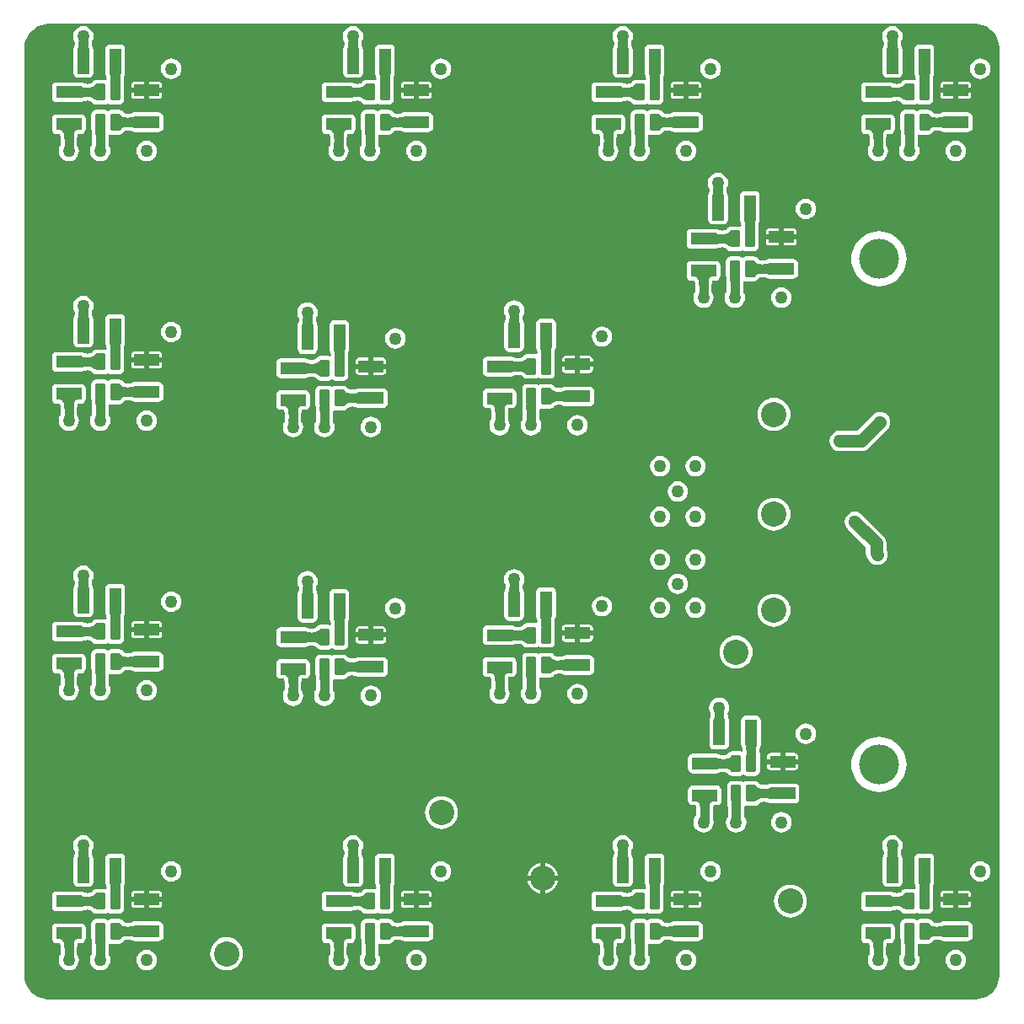
<source format=gbl>
G04*
G04 #@! TF.GenerationSoftware,Altium Limited,Altium Designer,21.2.1 (34)*
G04*
G04 Layer_Physical_Order=4*
G04 Layer_Color=16711680*
%FSLAX25Y25*%
%MOIN*%
G70*
G04*
G04 #@! TF.SameCoordinates,5CDBF695-0DC9-45D6-B701-0AA4AA8D040A*
G04*
G04*
G04 #@! TF.FilePolarity,Positive*
G04*
G01*
G75*
G04:AMPARAMS|DCode=19|XSize=39.37mil|YSize=66.93mil|CornerRadius=3.94mil|HoleSize=0mil|Usage=FLASHONLY|Rotation=0.000|XOffset=0mil|YOffset=0mil|HoleType=Round|Shape=RoundedRectangle|*
%AMROUNDEDRECTD19*
21,1,0.03937,0.05906,0,0,0.0*
21,1,0.03150,0.06693,0,0,0.0*
1,1,0.00787,0.01575,-0.02953*
1,1,0.00787,-0.01575,-0.02953*
1,1,0.00787,-0.01575,0.02953*
1,1,0.00787,0.01575,0.02953*
%
%ADD19ROUNDEDRECTD19*%
G04:AMPARAMS|DCode=22|XSize=47.24mil|YSize=102.36mil|CornerRadius=3.54mil|HoleSize=0mil|Usage=FLASHONLY|Rotation=0.000|XOffset=0mil|YOffset=0mil|HoleType=Round|Shape=RoundedRectangle|*
%AMROUNDEDRECTD22*
21,1,0.04724,0.09528,0,0,0.0*
21,1,0.04016,0.10236,0,0,0.0*
1,1,0.00709,0.02008,-0.04764*
1,1,0.00709,-0.02008,-0.04764*
1,1,0.00709,-0.02008,0.04764*
1,1,0.00709,0.02008,0.04764*
%
%ADD22ROUNDEDRECTD22*%
G04:AMPARAMS|DCode=23|XSize=47.24mil|YSize=102.36mil|CornerRadius=3.54mil|HoleSize=0mil|Usage=FLASHONLY|Rotation=270.000|XOffset=0mil|YOffset=0mil|HoleType=Round|Shape=RoundedRectangle|*
%AMROUNDEDRECTD23*
21,1,0.04724,0.09528,0,0,270.0*
21,1,0.04016,0.10236,0,0,270.0*
1,1,0.00709,-0.04764,-0.02008*
1,1,0.00709,-0.04764,0.02008*
1,1,0.00709,0.04764,0.02008*
1,1,0.00709,0.04764,-0.02008*
%
%ADD23ROUNDEDRECTD23*%
%ADD35C,0.03500*%
%ADD36C,0.02000*%
%ADD38C,0.10000*%
%ADD39C,0.15748*%
%ADD40C,0.05000*%
%ADD41C,0.05000*%
G36*
X39863Y292794D02*
X41101Y292462D01*
X42284Y291972D01*
X43393Y291331D01*
X44410Y290552D01*
X45315Y289646D01*
X46095Y288630D01*
X46736Y287520D01*
X47226Y286337D01*
X47558Y285099D01*
X47725Y283830D01*
X47725Y283189D01*
X47725Y283189D01*
X47725Y283189D01*
X47725Y-83146D01*
X47725Y-83787D01*
X47558Y-85057D01*
X47226Y-86294D01*
X46736Y-87478D01*
X46095Y-88587D01*
X45315Y-89603D01*
X44410Y-90509D01*
X43393Y-91289D01*
X42284Y-91929D01*
X41101Y-92420D01*
X39863Y-92751D01*
X38538Y-92926D01*
X37897Y-92961D01*
X-328189Y-92925D01*
X-328189Y-92925D01*
X-328189Y-92925D01*
X-328829D01*
X-330100Y-92757D01*
X-331337Y-92426D01*
X-332520Y-91936D01*
X-333630Y-91295D01*
X-334646Y-90515D01*
X-335552Y-89610D01*
X-336331Y-88593D01*
X-336972Y-87484D01*
X-337462Y-86301D01*
X-337794Y-85063D01*
X-337961Y-83793D01*
X-337961Y-83153D01*
X-337961Y247000D01*
Y283189D01*
Y283829D01*
X-337794Y285100D01*
X-337462Y286337D01*
X-336972Y287520D01*
X-336331Y288630D01*
X-335552Y289646D01*
X-334646Y290552D01*
X-333630Y291331D01*
X-332520Y291972D01*
X-331337Y292462D01*
X-330100Y292794D01*
X-328830Y292961D01*
X-328189Y292961D01*
X-328189Y292961D01*
X-328189Y292961D01*
X37953Y292961D01*
X38593D01*
X39863Y292794D01*
D02*
G37*
%LPC*%
G36*
X5354Y292035D02*
X4310Y291897D01*
X3337Y291494D01*
X2502Y290853D01*
X1860Y290017D01*
X1457Y289044D01*
X1320Y288000D01*
X1457Y286956D01*
X1860Y285983D01*
X2042Y285746D01*
X2027Y285421D01*
X1945Y284700D01*
X1898Y284442D01*
X1846Y284226D01*
X1797Y284072D01*
X1761Y283986D01*
X1695Y283871D01*
X1679Y283822D01*
X1600Y283704D01*
X1541Y283408D01*
X1507Y283305D01*
X1510Y283254D01*
X1456Y282980D01*
Y273453D01*
X1600Y272729D01*
X2010Y272116D01*
X2623Y271706D01*
X3347Y271562D01*
X7362D01*
X8086Y271706D01*
X8699Y272116D01*
X9109Y272729D01*
X9253Y273453D01*
Y282980D01*
X9198Y283254D01*
X9202Y283305D01*
X9168Y283408D01*
X9109Y283704D01*
X9030Y283822D01*
X9014Y283871D01*
X8948Y283986D01*
X8911Y284072D01*
X8862Y284226D01*
X8810Y284441D01*
X8768Y284673D01*
X8684Y285768D01*
X8848Y285983D01*
X9251Y286956D01*
X9389Y288000D01*
X9251Y289044D01*
X8848Y290017D01*
X8207Y290853D01*
X7372Y291494D01*
X6398Y291897D01*
X5354Y292035D01*
D02*
G37*
G36*
X-101312D02*
X-102357Y291897D01*
X-103330Y291494D01*
X-104165Y290853D01*
X-104806Y290017D01*
X-105209Y289044D01*
X-105347Y288000D01*
X-105209Y286956D01*
X-104806Y285983D01*
X-104624Y285746D01*
X-104640Y285421D01*
X-104721Y284700D01*
X-104768Y284442D01*
X-104820Y284226D01*
X-104869Y284072D01*
X-104906Y283986D01*
X-104972Y283871D01*
X-104988Y283822D01*
X-105067Y283704D01*
X-105126Y283408D01*
X-105160Y283305D01*
X-105157Y283254D01*
X-105211Y282980D01*
Y273453D01*
X-105067Y272729D01*
X-104657Y272116D01*
X-104044Y271706D01*
X-103320Y271562D01*
X-99304D01*
X-98581Y271706D01*
X-97968Y272116D01*
X-97558Y272729D01*
X-97414Y273453D01*
Y282980D01*
X-97468Y283254D01*
X-97465Y283305D01*
X-97499Y283408D01*
X-97558Y283704D01*
X-97637Y283822D01*
X-97653Y283871D01*
X-97719Y283986D01*
X-97755Y284072D01*
X-97804Y284226D01*
X-97856Y284441D01*
X-97899Y284673D01*
X-97983Y285768D01*
X-97818Y285983D01*
X-97415Y286956D01*
X-97278Y288000D01*
X-97415Y289044D01*
X-97818Y290017D01*
X-98460Y290853D01*
X-99295Y291494D01*
X-100268Y291897D01*
X-101312Y292035D01*
D02*
G37*
G36*
X-207979D02*
X-209023Y291897D01*
X-209996Y291494D01*
X-210832Y290853D01*
X-211473Y290017D01*
X-211876Y289044D01*
X-212014Y288000D01*
X-211876Y286956D01*
X-211473Y285983D01*
X-211291Y285746D01*
X-211307Y285421D01*
X-211388Y284700D01*
X-211435Y284442D01*
X-211487Y284226D01*
X-211536Y284072D01*
X-211572Y283986D01*
X-211638Y283871D01*
X-211654Y283822D01*
X-211734Y283704D01*
X-211792Y283408D01*
X-211827Y283305D01*
X-211823Y283254D01*
X-211877Y282980D01*
Y273453D01*
X-211734Y272729D01*
X-211324Y272116D01*
X-210710Y271706D01*
X-209987Y271562D01*
X-205971D01*
X-205248Y271706D01*
X-204634Y272116D01*
X-204224Y272729D01*
X-204081Y273453D01*
Y282980D01*
X-204135Y283254D01*
X-204131Y283305D01*
X-204166Y283408D01*
X-204224Y283704D01*
X-204304Y283822D01*
X-204320Y283871D01*
X-204386Y283986D01*
X-204422Y284072D01*
X-204471Y284226D01*
X-204523Y284441D01*
X-204565Y284673D01*
X-204650Y285768D01*
X-204485Y285983D01*
X-204082Y286956D01*
X-203944Y288000D01*
X-204082Y289044D01*
X-204485Y290017D01*
X-205126Y290853D01*
X-205962Y291494D01*
X-206935Y291897D01*
X-207979Y292035D01*
D02*
G37*
G36*
X-314646D02*
X-315690Y291897D01*
X-316663Y291494D01*
X-317498Y290853D01*
X-318140Y290017D01*
X-318543Y289044D01*
X-318680Y288000D01*
X-318543Y286956D01*
X-318140Y285983D01*
X-317958Y285746D01*
X-317973Y285421D01*
X-318055Y284700D01*
X-318102Y284442D01*
X-318154Y284226D01*
X-318203Y284072D01*
X-318239Y283986D01*
X-318305Y283871D01*
X-318321Y283822D01*
X-318400Y283704D01*
X-318459Y283408D01*
X-318493Y283305D01*
X-318490Y283254D01*
X-318544Y282980D01*
Y273453D01*
X-318400Y272729D01*
X-317990Y272116D01*
X-317377Y271706D01*
X-316653Y271562D01*
X-312638D01*
X-311914Y271706D01*
X-311301Y272116D01*
X-310891Y272729D01*
X-310747Y273453D01*
Y282980D01*
X-310802Y283254D01*
X-310798Y283305D01*
X-310832Y283408D01*
X-310891Y283704D01*
X-310970Y283822D01*
X-310986Y283871D01*
X-311052Y283986D01*
X-311089Y284072D01*
X-311138Y284226D01*
X-311190Y284441D01*
X-311232Y284673D01*
X-311316Y285768D01*
X-311152Y285983D01*
X-310749Y286956D01*
X-310611Y288000D01*
X-310749Y289044D01*
X-311152Y290017D01*
X-311793Y290853D01*
X-312628Y291494D01*
X-313601Y291897D01*
X-314646Y292035D01*
D02*
G37*
G36*
X40116Y279251D02*
X39072Y279114D01*
X38099Y278711D01*
X37263Y278069D01*
X36622Y277234D01*
X36219Y276261D01*
X36082Y275217D01*
X36219Y274172D01*
X36622Y273199D01*
X37263Y272364D01*
X38099Y271723D01*
X39072Y271320D01*
X40116Y271182D01*
X41160Y271320D01*
X42133Y271723D01*
X42969Y272364D01*
X43610Y273199D01*
X44013Y274172D01*
X44151Y275217D01*
X44013Y276261D01*
X43610Y277234D01*
X42969Y278069D01*
X42133Y278711D01*
X41160Y279114D01*
X40116Y279251D01*
D02*
G37*
G36*
X-66551D02*
X-67595Y279114D01*
X-68568Y278711D01*
X-69403Y278069D01*
X-70045Y277234D01*
X-70448Y276261D01*
X-70585Y275217D01*
X-70448Y274172D01*
X-70045Y273199D01*
X-69403Y272364D01*
X-68568Y271723D01*
X-67595Y271320D01*
X-66551Y271182D01*
X-65506Y271320D01*
X-64533Y271723D01*
X-63698Y272364D01*
X-63057Y273199D01*
X-62653Y274172D01*
X-62516Y275217D01*
X-62653Y276261D01*
X-63057Y277234D01*
X-63698Y278069D01*
X-64533Y278711D01*
X-65506Y279114D01*
X-66551Y279251D01*
D02*
G37*
G36*
X-173217D02*
X-174261Y279114D01*
X-175234Y278711D01*
X-176070Y278069D01*
X-176711Y277234D01*
X-177114Y276261D01*
X-177252Y275217D01*
X-177114Y274172D01*
X-176711Y273199D01*
X-176070Y272364D01*
X-175234Y271723D01*
X-174261Y271320D01*
X-173217Y271182D01*
X-172173Y271320D01*
X-171200Y271723D01*
X-170364Y272364D01*
X-169723Y273199D01*
X-169320Y274172D01*
X-169183Y275217D01*
X-169320Y276261D01*
X-169723Y277234D01*
X-170364Y278069D01*
X-171200Y278711D01*
X-172173Y279114D01*
X-173217Y279251D01*
D02*
G37*
G36*
X-279884Y279251D02*
X-280928Y279114D01*
X-281901Y278711D01*
X-282737Y278069D01*
X-283378Y277234D01*
X-283781Y276261D01*
X-283918Y275217D01*
X-283781Y274172D01*
X-283378Y273199D01*
X-282737Y272364D01*
X-281901Y271723D01*
X-280928Y271320D01*
X-279884Y271182D01*
X-278840Y271320D01*
X-277867Y271723D01*
X-277031Y272364D01*
X-276390Y273199D01*
X-275987Y274172D01*
X-275849Y275217D01*
X-275987Y276261D01*
X-276390Y277234D01*
X-277031Y278069D01*
X-277867Y278711D01*
X-278840Y279114D01*
X-279884Y279251D01*
D02*
G37*
G36*
X-193373Y284871D02*
X-197388D01*
X-198112Y284727D01*
X-198725Y284317D01*
X-199135Y283704D01*
X-199279Y282980D01*
Y273453D01*
X-199225Y273179D01*
X-199228Y273128D01*
X-199194Y273025D01*
X-199135Y272729D01*
X-199056Y272610D01*
X-199040Y272562D01*
X-198974Y272447D01*
X-198938Y272361D01*
X-198889Y272207D01*
X-198836Y271991D01*
X-198794Y271760D01*
X-198741Y271067D01*
X-198765Y271022D01*
X-199213Y270690D01*
X-199711Y270789D01*
X-202861D01*
X-203600Y270642D01*
X-203852Y270474D01*
X-203905Y270455D01*
X-203986Y270384D01*
X-204226Y270223D01*
X-204310Y270098D01*
X-204353Y270060D01*
X-204508Y269856D01*
X-204622Y269741D01*
X-204755Y269635D01*
X-204917Y269535D01*
X-205115Y269442D01*
X-205353Y269358D01*
X-205635Y269287D01*
X-205962Y269232D01*
X-206149Y269215D01*
X-206532Y269233D01*
X-207254Y269315D01*
X-207512Y269361D01*
X-207728Y269413D01*
X-207881Y269463D01*
X-207967Y269499D01*
X-208082Y269565D01*
X-208131Y269581D01*
X-208250Y269660D01*
X-208546Y269719D01*
X-208649Y269753D01*
X-208700Y269750D01*
X-208973Y269804D01*
X-218501D01*
X-219224Y269660D01*
X-219838Y269250D01*
X-220248Y268637D01*
X-220391Y267913D01*
Y263898D01*
X-220248Y263174D01*
X-219838Y262561D01*
X-219224Y262151D01*
X-218501Y262007D01*
X-208973D01*
X-208700Y262061D01*
X-208649Y262058D01*
X-208546Y262092D01*
X-208250Y262151D01*
X-208131Y262230D01*
X-208082Y262246D01*
X-207967Y262312D01*
X-207881Y262348D01*
X-207728Y262397D01*
X-207512Y262450D01*
X-207280Y262492D01*
X-206049Y262587D01*
X-205962Y262579D01*
X-205635Y262524D01*
X-205353Y262453D01*
X-205115Y262369D01*
X-204917Y262276D01*
X-204755Y262176D01*
X-204622Y262070D01*
X-204508Y261955D01*
X-204353Y261751D01*
X-204310Y261713D01*
X-204226Y261588D01*
X-203986Y261427D01*
X-203905Y261356D01*
X-203852Y261337D01*
X-203600Y261169D01*
X-202861Y261022D01*
X-199711D01*
X-198972Y261169D01*
X-198346Y261588D01*
X-198321D01*
X-197694Y261169D01*
X-196955Y261022D01*
X-193806D01*
X-193067Y261169D01*
X-192440Y261588D01*
X-192022Y262214D01*
X-191875Y262953D01*
Y268858D01*
X-191919Y269080D01*
X-191919Y269083D01*
X-192027Y271245D01*
X-191972Y271733D01*
X-191925Y271991D01*
X-191873Y272207D01*
X-191823Y272361D01*
X-191787Y272447D01*
X-191721Y272562D01*
X-191705Y272610D01*
X-191626Y272729D01*
X-191567Y273025D01*
X-191533Y273128D01*
X-191536Y273179D01*
X-191482Y273453D01*
Y282980D01*
X-191626Y283704D01*
X-192036Y284317D01*
X-192649Y284727D01*
X-193373Y284871D01*
D02*
G37*
G36*
X-300039D02*
X-304055D01*
X-304779Y284727D01*
X-305392Y284317D01*
X-305802Y283704D01*
X-305946Y282980D01*
Y273453D01*
X-305891Y273179D01*
X-305895Y273128D01*
X-305861Y273025D01*
X-305802Y272729D01*
X-305723Y272610D01*
X-305706Y272562D01*
X-305641Y272447D01*
X-305604Y272361D01*
X-305555Y272207D01*
X-305503Y271991D01*
X-305461Y271760D01*
X-305408Y271067D01*
X-305432Y271022D01*
X-305880Y270690D01*
X-306378Y270789D01*
X-309528D01*
X-310266Y270642D01*
X-310519Y270474D01*
X-310572Y270455D01*
X-310653Y270384D01*
X-310893Y270223D01*
X-310977Y270098D01*
X-311019Y270060D01*
X-311175Y269856D01*
X-311288Y269741D01*
X-311422Y269635D01*
X-311584Y269535D01*
X-311782Y269442D01*
X-312020Y269358D01*
X-312301Y269287D01*
X-312629Y269232D01*
X-312815Y269215D01*
X-313199Y269233D01*
X-313920Y269315D01*
X-314178Y269361D01*
X-314394Y269413D01*
X-314548Y269463D01*
X-314634Y269499D01*
X-314749Y269565D01*
X-314798Y269581D01*
X-314916Y269660D01*
X-315212Y269719D01*
X-315315Y269753D01*
X-315366Y269750D01*
X-315640Y269804D01*
X-325167D01*
X-325891Y269660D01*
X-326504Y269250D01*
X-326914Y268637D01*
X-327058Y267913D01*
Y263898D01*
X-326914Y263174D01*
X-326504Y262561D01*
X-325891Y262151D01*
X-325167Y262007D01*
X-315640D01*
X-315366Y262061D01*
X-315315Y262058D01*
X-315212Y262092D01*
X-314916Y262151D01*
X-314798Y262230D01*
X-314749Y262246D01*
X-314634Y262312D01*
X-314548Y262348D01*
X-314394Y262397D01*
X-314179Y262450D01*
X-313947Y262492D01*
X-312715Y262587D01*
X-312629Y262579D01*
X-312301Y262524D01*
X-312020Y262453D01*
X-311781Y262369D01*
X-311584Y262276D01*
X-311422Y262176D01*
X-311288Y262070D01*
X-311175Y261955D01*
X-311019Y261751D01*
X-310977Y261713D01*
X-310893Y261588D01*
X-310653Y261427D01*
X-310572Y261356D01*
X-310519Y261337D01*
X-310266Y261169D01*
X-309528Y261022D01*
X-306378D01*
X-305639Y261169D01*
X-305013Y261588D01*
X-304987D01*
X-304361Y261169D01*
X-303622Y261022D01*
X-300472D01*
X-299734Y261169D01*
X-299107Y261588D01*
X-298689Y262214D01*
X-298542Y262953D01*
Y268858D01*
X-298586Y269080D01*
X-298585Y269083D01*
X-298693Y271245D01*
X-298638Y271733D01*
X-298591Y271991D01*
X-298539Y272207D01*
X-298490Y272361D01*
X-298454Y272447D01*
X-298388Y272562D01*
X-298372Y272610D01*
X-298293Y272729D01*
X-298234Y273025D01*
X-298200Y273128D01*
X-298203Y273179D01*
X-298149Y273453D01*
Y282980D01*
X-298293Y283704D01*
X-298703Y284317D01*
X-299316Y284727D01*
X-300039Y284871D01*
D02*
G37*
G36*
X19961D02*
X15945D01*
X15221Y284727D01*
X14608Y284317D01*
X14198Y283704D01*
X14054Y282980D01*
Y273453D01*
X14109Y273179D01*
X14105Y273128D01*
X14139Y273025D01*
X14198Y272729D01*
X14277Y272610D01*
X14294Y272562D01*
X14359Y272447D01*
X14396Y272361D01*
X14445Y272207D01*
X14497Y271991D01*
X14539Y271760D01*
X14592Y271067D01*
X14568Y271022D01*
X14120Y270690D01*
X13622Y270789D01*
X10472D01*
X9734Y270642D01*
X9481Y270474D01*
X9428Y270455D01*
X9347Y270384D01*
X9107Y270223D01*
X9023Y270098D01*
X8981Y270060D01*
X8825Y269856D01*
X8712Y269741D01*
X8578Y269635D01*
X8416Y269535D01*
X8219Y269442D01*
X7980Y269358D01*
X7699Y269287D01*
X7371Y269232D01*
X7185Y269215D01*
X6801Y269233D01*
X6080Y269315D01*
X5821Y269361D01*
X5606Y269413D01*
X5452Y269463D01*
X5366Y269499D01*
X5251Y269565D01*
X5202Y269581D01*
X5084Y269660D01*
X4787Y269719D01*
X4685Y269753D01*
X4634Y269750D01*
X4360Y269804D01*
X-5167D01*
X-5891Y269660D01*
X-6504Y269250D01*
X-6914Y268637D01*
X-7058Y267913D01*
Y263898D01*
X-6914Y263174D01*
X-6504Y262561D01*
X-5891Y262151D01*
X-5167Y262007D01*
X4360D01*
X4634Y262061D01*
X4685Y262058D01*
X4787Y262092D01*
X5084Y262151D01*
X5202Y262230D01*
X5251Y262246D01*
X5366Y262312D01*
X5452Y262348D01*
X5606Y262397D01*
X5821Y262450D01*
X6053Y262492D01*
X7285Y262587D01*
X7371Y262579D01*
X7699Y262524D01*
X7980Y262453D01*
X8219Y262369D01*
X8416Y262276D01*
X8578Y262176D01*
X8712Y262070D01*
X8825Y261955D01*
X8981Y261751D01*
X9023Y261713D01*
X9107Y261588D01*
X9347Y261427D01*
X9428Y261356D01*
X9481Y261337D01*
X9734Y261169D01*
X10472Y261022D01*
X13622D01*
X14361Y261169D01*
X14987Y261588D01*
X15013D01*
X15639Y261169D01*
X16378Y261022D01*
X19528D01*
X20267Y261169D01*
X20893Y261588D01*
X21311Y262214D01*
X21458Y262953D01*
Y268858D01*
X21414Y269080D01*
X21415Y269083D01*
X21307Y271245D01*
X21362Y271733D01*
X21409Y271991D01*
X21461Y272207D01*
X21510Y272361D01*
X21546Y272447D01*
X21612Y272562D01*
X21628Y272610D01*
X21707Y272729D01*
X21766Y273025D01*
X21801Y273128D01*
X21797Y273179D01*
X21851Y273453D01*
Y282980D01*
X21707Y283704D01*
X21297Y284317D01*
X20684Y284727D01*
X19961Y284871D01*
D02*
G37*
G36*
X-86706D02*
X-90722D01*
X-91445Y284727D01*
X-92059Y284317D01*
X-92469Y283704D01*
X-92612Y282980D01*
Y273453D01*
X-92558Y273179D01*
X-92562Y273128D01*
X-92527Y273025D01*
X-92469Y272729D01*
X-92389Y272610D01*
X-92373Y272562D01*
X-92307Y272447D01*
X-92271Y272361D01*
X-92222Y272207D01*
X-92170Y271991D01*
X-92128Y271760D01*
X-92074Y271067D01*
X-92099Y271022D01*
X-92547Y270690D01*
X-93045Y270789D01*
X-96194D01*
X-96933Y270642D01*
X-97185Y270474D01*
X-97239Y270455D01*
X-97320Y270384D01*
X-97559Y270223D01*
X-97644Y270098D01*
X-97686Y270060D01*
X-97842Y269856D01*
X-97955Y269741D01*
X-98089Y269635D01*
X-98251Y269535D01*
X-98448Y269442D01*
X-98686Y269358D01*
X-98968Y269287D01*
X-99295Y269232D01*
X-99482Y269215D01*
X-99865Y269233D01*
X-100587Y269315D01*
X-100845Y269361D01*
X-101061Y269413D01*
X-101215Y269463D01*
X-101300Y269499D01*
X-101416Y269565D01*
X-101464Y269581D01*
X-101583Y269660D01*
X-101879Y269719D01*
X-101982Y269753D01*
X-102033Y269750D01*
X-102306Y269804D01*
X-111834D01*
X-112558Y269660D01*
X-113171Y269250D01*
X-113581Y268637D01*
X-113725Y267913D01*
Y263898D01*
X-113581Y263174D01*
X-113171Y262561D01*
X-112558Y262151D01*
X-111834Y262007D01*
X-102306D01*
X-102033Y262061D01*
X-101982Y262058D01*
X-101879Y262092D01*
X-101583Y262151D01*
X-101464Y262230D01*
X-101416Y262246D01*
X-101300Y262312D01*
X-101215Y262348D01*
X-101061Y262397D01*
X-100845Y262450D01*
X-100614Y262492D01*
X-99382Y262587D01*
X-99295Y262579D01*
X-98968Y262524D01*
X-98686Y262453D01*
X-98448Y262369D01*
X-98251Y262276D01*
X-98089Y262176D01*
X-97955Y262070D01*
X-97842Y261955D01*
X-97686Y261751D01*
X-97644Y261713D01*
X-97559Y261588D01*
X-97320Y261427D01*
X-97239Y261356D01*
X-97185Y261337D01*
X-96933Y261169D01*
X-96194Y261022D01*
X-93045D01*
X-92306Y261169D01*
X-91679Y261588D01*
X-91654D01*
X-91028Y261169D01*
X-90289Y261022D01*
X-87139D01*
X-86400Y261169D01*
X-85774Y261588D01*
X-85355Y262214D01*
X-85208Y262953D01*
Y268858D01*
X-85252Y269080D01*
X-85252Y269083D01*
X-85360Y271245D01*
X-85305Y271733D01*
X-85258Y271991D01*
X-85206Y272207D01*
X-85157Y272361D01*
X-85120Y272447D01*
X-85055Y272562D01*
X-85039Y272610D01*
X-84959Y272729D01*
X-84900Y273025D01*
X-84866Y273128D01*
X-84870Y273179D01*
X-84815Y273453D01*
Y282980D01*
X-84959Y283704D01*
X-85369Y284317D01*
X-85983Y284727D01*
X-86706Y284871D01*
D02*
G37*
G36*
X35167Y270082D02*
X31403D01*
Y267693D01*
X36548D01*
Y268701D01*
X36443Y269229D01*
X36144Y269677D01*
X35696Y269976D01*
X35167Y270082D01*
D02*
G37*
G36*
X29403D02*
X25640D01*
X25111Y269976D01*
X24663Y269677D01*
X24364Y269229D01*
X24259Y268701D01*
Y267693D01*
X29403D01*
Y270082D01*
D02*
G37*
G36*
X-71499D02*
X-75263D01*
Y267693D01*
X-70118D01*
Y268701D01*
X-70224Y269229D01*
X-70523Y269677D01*
X-70971Y269976D01*
X-71499Y270082D01*
D02*
G37*
G36*
X-178166D02*
X-181930D01*
Y267693D01*
X-176785D01*
Y268701D01*
X-176890Y269229D01*
X-177190Y269677D01*
X-177638Y269976D01*
X-178166Y270082D01*
D02*
G37*
G36*
X-284833D02*
X-288597D01*
Y267693D01*
X-283452D01*
Y268701D01*
X-283557Y269229D01*
X-283856Y269677D01*
X-284304Y269976D01*
X-284833Y270082D01*
D02*
G37*
G36*
X-77263D02*
X-81027D01*
X-81555Y269976D01*
X-82003Y269677D01*
X-82303Y269229D01*
X-82408Y268701D01*
Y267693D01*
X-77263D01*
Y270082D01*
D02*
G37*
G36*
X-183930D02*
X-187694D01*
X-188222Y269976D01*
X-188670Y269677D01*
X-188969Y269229D01*
X-189075Y268701D01*
Y267693D01*
X-183930D01*
Y270082D01*
D02*
G37*
G36*
X-290597D02*
X-294360D01*
X-294889Y269976D01*
X-295337Y269677D01*
X-295636Y269229D01*
X-295741Y268701D01*
Y267693D01*
X-290597D01*
Y270082D01*
D02*
G37*
G36*
X36548Y265693D02*
X31403D01*
Y263304D01*
X35167D01*
X35696Y263409D01*
X36144Y263709D01*
X36443Y264157D01*
X36548Y264685D01*
Y265693D01*
D02*
G37*
G36*
X29403D02*
X24259D01*
Y264685D01*
X24364Y264157D01*
X24663Y263709D01*
X25111Y263409D01*
X25640Y263304D01*
X29403D01*
Y265693D01*
D02*
G37*
G36*
X-70118Y265693D02*
X-75263D01*
Y263304D01*
X-71499D01*
X-70971Y263409D01*
X-70523Y263709D01*
X-70224Y264157D01*
X-70118Y264685D01*
Y265693D01*
D02*
G37*
G36*
X-77263D02*
X-82408D01*
Y264685D01*
X-82303Y264157D01*
X-82003Y263709D01*
X-81555Y263409D01*
X-81027Y263304D01*
X-77263D01*
Y265693D01*
D02*
G37*
G36*
X-176785D02*
X-181930D01*
Y263304D01*
X-178166D01*
X-177638Y263409D01*
X-177190Y263709D01*
X-176890Y264157D01*
X-176785Y264685D01*
Y265693D01*
D02*
G37*
G36*
X-183930D02*
X-189075D01*
Y264685D01*
X-188969Y264157D01*
X-188670Y263709D01*
X-188222Y263409D01*
X-187694Y263304D01*
X-183930D01*
Y265693D01*
D02*
G37*
G36*
X-283452D02*
X-288597D01*
Y263304D01*
X-284833D01*
X-284304Y263409D01*
X-283856Y263709D01*
X-283557Y264157D01*
X-283452Y264685D01*
Y265693D01*
D02*
G37*
G36*
X-290597D02*
X-295741D01*
Y264685D01*
X-295636Y264157D01*
X-295337Y263709D01*
X-294889Y263409D01*
X-294360Y263304D01*
X-290597D01*
Y265693D01*
D02*
G37*
G36*
X19528Y258978D02*
X16378D01*
X15639Y258831D01*
X15013Y258413D01*
X14987D01*
X14361Y258831D01*
X13622Y258978D01*
X10472D01*
X9734Y258831D01*
X9107Y258413D01*
X8689Y257786D01*
X8542Y257047D01*
Y251142D01*
X8586Y250920D01*
X8585Y250917D01*
X8769Y247235D01*
Y244995D01*
X8553Y244714D01*
X8150Y243741D01*
X8013Y242697D01*
X8150Y241653D01*
X8553Y240680D01*
X9194Y239844D01*
X10030Y239203D01*
X11003Y238800D01*
X12047Y238662D01*
X13092Y238800D01*
X14064Y239203D01*
X14900Y239844D01*
X15541Y240680D01*
X15944Y241653D01*
X16082Y242697D01*
X15944Y243741D01*
X15541Y244714D01*
X15325Y244995D01*
Y247268D01*
X15326Y247273D01*
X15357Y248991D01*
X15862Y249313D01*
X16378Y249211D01*
X19528D01*
X20267Y249358D01*
X20519Y249526D01*
X20572Y249545D01*
X20653Y249616D01*
X20893Y249776D01*
X20977Y249902D01*
X21019Y249940D01*
X21175Y250144D01*
X21288Y250259D01*
X21422Y250365D01*
X21584Y250465D01*
X21781Y250558D01*
X22020Y250642D01*
X22301Y250713D01*
X22629Y250768D01*
X22815Y250785D01*
X23199Y250767D01*
X23920Y250685D01*
X24178Y250639D01*
X24394Y250586D01*
X24548Y250537D01*
X24634Y250501D01*
X24749Y250435D01*
X24798Y250419D01*
X24916Y250340D01*
X25212Y250281D01*
X25315Y250247D01*
X25366Y250250D01*
X25640Y250196D01*
X35167D01*
X35891Y250340D01*
X36504Y250750D01*
X36914Y251363D01*
X37058Y252087D01*
Y256102D01*
X36914Y256826D01*
X36504Y257439D01*
X35891Y257849D01*
X35167Y257993D01*
X25640D01*
X25366Y257939D01*
X25315Y257942D01*
X25212Y257908D01*
X24916Y257849D01*
X24798Y257770D01*
X24749Y257754D01*
X24634Y257688D01*
X24548Y257651D01*
X24394Y257603D01*
X24179Y257550D01*
X23947Y257508D01*
X22715Y257413D01*
X22629Y257421D01*
X22301Y257476D01*
X22020Y257547D01*
X21781Y257631D01*
X21584Y257724D01*
X21422Y257823D01*
X21288Y257929D01*
X21175Y258045D01*
X21019Y258249D01*
X20977Y258287D01*
X20893Y258413D01*
X20653Y258573D01*
X20572Y258644D01*
X20519Y258663D01*
X20267Y258831D01*
X19528Y258978D01*
D02*
G37*
G36*
X-87139D02*
X-90289D01*
X-91028Y258831D01*
X-91654Y258413D01*
X-91679D01*
X-92306Y258831D01*
X-93045Y258978D01*
X-96194D01*
X-96933Y258831D01*
X-97559Y258413D01*
X-97978Y257786D01*
X-98125Y257047D01*
Y251142D01*
X-98081Y250920D01*
X-98081Y250917D01*
X-97897Y247235D01*
Y244995D01*
X-98113Y244714D01*
X-98516Y243741D01*
X-98654Y242697D01*
X-98516Y241653D01*
X-98113Y240680D01*
X-97472Y239844D01*
X-96637Y239203D01*
X-95664Y238800D01*
X-94619Y238662D01*
X-93575Y238800D01*
X-92602Y239203D01*
X-91767Y239844D01*
X-91125Y240680D01*
X-90722Y241653D01*
X-90585Y242697D01*
X-90722Y243741D01*
X-91125Y244714D01*
X-91341Y244995D01*
Y247268D01*
X-91340Y247273D01*
X-91310Y248991D01*
X-90804Y249313D01*
X-90289Y249211D01*
X-87139D01*
X-86400Y249358D01*
X-86148Y249526D01*
X-86095Y249545D01*
X-86014Y249616D01*
X-85774Y249776D01*
X-85690Y249902D01*
X-85647Y249940D01*
X-85492Y250144D01*
X-85378Y250259D01*
X-85245Y250365D01*
X-85083Y250465D01*
X-84885Y250558D01*
X-84647Y250642D01*
X-84365Y250713D01*
X-84038Y250768D01*
X-83851Y250785D01*
X-83468Y250767D01*
X-82746Y250685D01*
X-82488Y250639D01*
X-82272Y250586D01*
X-82119Y250537D01*
X-82033Y250501D01*
X-81918Y250435D01*
X-81869Y250419D01*
X-81751Y250340D01*
X-81454Y250281D01*
X-81352Y250247D01*
X-81300Y250250D01*
X-81027Y250196D01*
X-71499D01*
X-70776Y250340D01*
X-70162Y250750D01*
X-69753Y251363D01*
X-69609Y252087D01*
Y256102D01*
X-69753Y256826D01*
X-70162Y257439D01*
X-70776Y257849D01*
X-71499Y257993D01*
X-81027D01*
X-81300Y257939D01*
X-81352Y257942D01*
X-81454Y257908D01*
X-81751Y257849D01*
X-81869Y257770D01*
X-81918Y257754D01*
X-82033Y257688D01*
X-82119Y257651D01*
X-82272Y257603D01*
X-82488Y257550D01*
X-82720Y257508D01*
X-83951Y257413D01*
X-84038Y257421D01*
X-84365Y257476D01*
X-84647Y257547D01*
X-84885Y257631D01*
X-85083Y257724D01*
X-85245Y257823D01*
X-85378Y257929D01*
X-85492Y258045D01*
X-85647Y258249D01*
X-85690Y258287D01*
X-85774Y258413D01*
X-86014Y258573D01*
X-86095Y258644D01*
X-86148Y258663D01*
X-86400Y258831D01*
X-87139Y258978D01*
D02*
G37*
G36*
X-193806D02*
X-196955D01*
X-197694Y258831D01*
X-198321Y258413D01*
X-198346D01*
X-198972Y258831D01*
X-199711Y258978D01*
X-202861D01*
X-203600Y258831D01*
X-204226Y258413D01*
X-204645Y257786D01*
X-204792Y257047D01*
Y251142D01*
X-204748Y250920D01*
X-204748Y250917D01*
X-204564Y247235D01*
Y244995D01*
X-204780Y244714D01*
X-205183Y243741D01*
X-205321Y242697D01*
X-205183Y241653D01*
X-204780Y240680D01*
X-204139Y239844D01*
X-203303Y239203D01*
X-202330Y238800D01*
X-201286Y238662D01*
X-200242Y238800D01*
X-199269Y239203D01*
X-198433Y239844D01*
X-197792Y240680D01*
X-197389Y241653D01*
X-197252Y242697D01*
X-197389Y243741D01*
X-197792Y244714D01*
X-198008Y244995D01*
Y247268D01*
X-198007Y247273D01*
X-197977Y248991D01*
X-197471Y249313D01*
X-196955Y249211D01*
X-193806D01*
X-193067Y249358D01*
X-192815Y249526D01*
X-192761Y249545D01*
X-192680Y249616D01*
X-192440Y249776D01*
X-192356Y249902D01*
X-192314Y249940D01*
X-192158Y250144D01*
X-192045Y250259D01*
X-191911Y250365D01*
X-191749Y250465D01*
X-191552Y250558D01*
X-191314Y250642D01*
X-191032Y250713D01*
X-190705Y250768D01*
X-190518Y250785D01*
X-190135Y250767D01*
X-189413Y250685D01*
X-189155Y250639D01*
X-188939Y250586D01*
X-188786Y250537D01*
X-188700Y250501D01*
X-188584Y250435D01*
X-188536Y250419D01*
X-188417Y250340D01*
X-188121Y250281D01*
X-188018Y250247D01*
X-187967Y250250D01*
X-187694Y250196D01*
X-178166D01*
X-177443Y250340D01*
X-176829Y250750D01*
X-176419Y251363D01*
X-176275Y252087D01*
Y256102D01*
X-176419Y256826D01*
X-176829Y257439D01*
X-177443Y257849D01*
X-178166Y257993D01*
X-187694D01*
X-187967Y257939D01*
X-188018Y257942D01*
X-188121Y257908D01*
X-188417Y257849D01*
X-188536Y257770D01*
X-188584Y257754D01*
X-188700Y257688D01*
X-188786Y257651D01*
X-188939Y257603D01*
X-189155Y257550D01*
X-189386Y257508D01*
X-190618Y257413D01*
X-190705Y257421D01*
X-191032Y257476D01*
X-191314Y257547D01*
X-191552Y257631D01*
X-191749Y257724D01*
X-191911Y257823D01*
X-192045Y257929D01*
X-192158Y258045D01*
X-192314Y258249D01*
X-192356Y258287D01*
X-192440Y258413D01*
X-192680Y258573D01*
X-192761Y258644D01*
X-192815Y258663D01*
X-193067Y258831D01*
X-193806Y258978D01*
D02*
G37*
G36*
X-300472D02*
X-303622D01*
X-304361Y258831D01*
X-304987Y258413D01*
X-305013D01*
X-305639Y258831D01*
X-306378Y258978D01*
X-309528D01*
X-310266Y258831D01*
X-310893Y258413D01*
X-311311Y257786D01*
X-311458Y257047D01*
Y251142D01*
X-311414Y250920D01*
X-311415Y250917D01*
X-311231Y247235D01*
Y244995D01*
X-311447Y244714D01*
X-311850Y243741D01*
X-311987Y242697D01*
X-311850Y241653D01*
X-311447Y240680D01*
X-310806Y239844D01*
X-309970Y239203D01*
X-308997Y238800D01*
X-307953Y238662D01*
X-306909Y238800D01*
X-305936Y239203D01*
X-305100Y239844D01*
X-304459Y240680D01*
X-304056Y241653D01*
X-303918Y242697D01*
X-304056Y243741D01*
X-304459Y244714D01*
X-304675Y244995D01*
Y247268D01*
X-304674Y247273D01*
X-304644Y248991D01*
X-304138Y249313D01*
X-303622Y249211D01*
X-300472D01*
X-299734Y249358D01*
X-299481Y249526D01*
X-299428Y249545D01*
X-299347Y249616D01*
X-299107Y249776D01*
X-299023Y249902D01*
X-298981Y249940D01*
X-298825Y250144D01*
X-298712Y250259D01*
X-298578Y250365D01*
X-298416Y250465D01*
X-298218Y250558D01*
X-297980Y250642D01*
X-297698Y250713D01*
X-297371Y250768D01*
X-297185Y250785D01*
X-296801Y250767D01*
X-296080Y250685D01*
X-295822Y250639D01*
X-295606Y250586D01*
X-295452Y250537D01*
X-295366Y250501D01*
X-295251Y250435D01*
X-295202Y250419D01*
X-295084Y250340D01*
X-294788Y250281D01*
X-294685Y250247D01*
X-294634Y250250D01*
X-294360Y250196D01*
X-284833D01*
X-284109Y250340D01*
X-283496Y250750D01*
X-283086Y251363D01*
X-282942Y252087D01*
Y256102D01*
X-283086Y256826D01*
X-283496Y257439D01*
X-284109Y257849D01*
X-284833Y257993D01*
X-294360D01*
X-294634Y257939D01*
X-294685Y257942D01*
X-294788Y257908D01*
X-295084Y257849D01*
X-295202Y257770D01*
X-295251Y257754D01*
X-295366Y257688D01*
X-295452Y257651D01*
X-295606Y257603D01*
X-295821Y257550D01*
X-296053Y257508D01*
X-297285Y257413D01*
X-297371Y257421D01*
X-297698Y257476D01*
X-297980Y257547D01*
X-298219Y257631D01*
X-298416Y257724D01*
X-298578Y257823D01*
X-298712Y257929D01*
X-298825Y258045D01*
X-298981Y258249D01*
X-299023Y258287D01*
X-299107Y258413D01*
X-299347Y258573D01*
X-299428Y258644D01*
X-299481Y258663D01*
X-299734Y258831D01*
X-300472Y258978D01*
D02*
G37*
G36*
X-76263Y246731D02*
X-77307Y246594D01*
X-78280Y246191D01*
X-79116Y245550D01*
X-79757Y244714D01*
X-80160Y243741D01*
X-80298Y242697D01*
X-80160Y241653D01*
X-79757Y240680D01*
X-79116Y239844D01*
X-78280Y239203D01*
X-77307Y238800D01*
X-76263Y238662D01*
X-75219Y238800D01*
X-74246Y239203D01*
X-73410Y239844D01*
X-72769Y240680D01*
X-72366Y241653D01*
X-72229Y242697D01*
X-72366Y243741D01*
X-72769Y244714D01*
X-73410Y245550D01*
X-74246Y246191D01*
X-75219Y246594D01*
X-76263Y246731D01*
D02*
G37*
G36*
X-182930D02*
X-183974Y246594D01*
X-184947Y246191D01*
X-185783Y245550D01*
X-186424Y244714D01*
X-186827Y243741D01*
X-186964Y242697D01*
X-186827Y241653D01*
X-186424Y240680D01*
X-185783Y239844D01*
X-184947Y239203D01*
X-183974Y238800D01*
X-182930Y238662D01*
X-181886Y238800D01*
X-180912Y239203D01*
X-180077Y239844D01*
X-179436Y240680D01*
X-179033Y241653D01*
X-178895Y242697D01*
X-179033Y243741D01*
X-179436Y244714D01*
X-180077Y245550D01*
X-180912Y246191D01*
X-181886Y246594D01*
X-182930Y246731D01*
D02*
G37*
G36*
X-289596Y246731D02*
X-290641Y246594D01*
X-291614Y246191D01*
X-292449Y245550D01*
X-293090Y244714D01*
X-293493Y243741D01*
X-293631Y242697D01*
X-293493Y241653D01*
X-293090Y240680D01*
X-292449Y239844D01*
X-291614Y239203D01*
X-290641Y238800D01*
X-289596Y238662D01*
X-288552Y238800D01*
X-287579Y239203D01*
X-286744Y239844D01*
X-286102Y240680D01*
X-285699Y241653D01*
X-285562Y242697D01*
X-285699Y243741D01*
X-286102Y244714D01*
X-286744Y245550D01*
X-287579Y246191D01*
X-288552Y246594D01*
X-289596Y246731D01*
D02*
G37*
G36*
X30404Y246731D02*
X29359Y246594D01*
X28386Y246191D01*
X27551Y245550D01*
X26910Y244714D01*
X26507Y243741D01*
X26369Y242697D01*
X26507Y241653D01*
X26910Y240680D01*
X27551Y239844D01*
X28386Y239203D01*
X29359Y238800D01*
X30404Y238662D01*
X31448Y238800D01*
X32421Y239203D01*
X33256Y239844D01*
X33898Y240680D01*
X34301Y241653D01*
X34438Y242697D01*
X34301Y243741D01*
X33898Y244714D01*
X33256Y245550D01*
X32421Y246191D01*
X31448Y246594D01*
X30404Y246731D01*
D02*
G37*
G36*
X4360Y257206D02*
X-5167D01*
X-5891Y257062D01*
X-6504Y256652D01*
X-6914Y256038D01*
X-7058Y255315D01*
Y251299D01*
X-6914Y250576D01*
X-6504Y249962D01*
X-5891Y249552D01*
X-5167Y249409D01*
X-3970D01*
X-3961Y249393D01*
X-3886Y249209D01*
X-3808Y248917D01*
X-3742Y248522D01*
X-3699Y248030D01*
X-3683Y247410D01*
X-3682Y247406D01*
Y244995D01*
X-3898Y244714D01*
X-4301Y243741D01*
X-4438Y242697D01*
X-4301Y241653D01*
X-3898Y240680D01*
X-3257Y239844D01*
X-2421Y239203D01*
X-1448Y238800D01*
X-404Y238662D01*
X641Y238800D01*
X1614Y239203D01*
X2449Y239844D01*
X3090Y240680D01*
X3493Y241653D01*
X3631Y242697D01*
X3493Y243741D01*
X3090Y244714D01*
X2874Y244995D01*
Y247406D01*
X2875Y247410D01*
X2891Y248030D01*
X2935Y248522D01*
X3000Y248917D01*
X3079Y249209D01*
X3154Y249393D01*
X3163Y249409D01*
X4360D01*
X5084Y249552D01*
X5697Y249962D01*
X6107Y250576D01*
X6251Y251299D01*
Y255315D01*
X6107Y256038D01*
X5697Y256652D01*
X5084Y257062D01*
X4360Y257206D01*
D02*
G37*
G36*
X-102306D02*
X-111834D01*
X-112558Y257062D01*
X-113171Y256652D01*
X-113581Y256038D01*
X-113725Y255315D01*
Y251299D01*
X-113581Y250576D01*
X-113171Y249962D01*
X-112558Y249552D01*
X-111834Y249409D01*
X-110637D01*
X-110628Y249393D01*
X-110553Y249209D01*
X-110474Y248917D01*
X-110409Y248522D01*
X-110365Y248030D01*
X-110349Y247410D01*
X-110348Y247406D01*
Y245989D01*
X-110350Y245982D01*
X-110350Y244994D01*
X-110564Y244714D01*
X-110967Y243741D01*
X-111105Y242697D01*
X-110967Y241653D01*
X-110564Y240680D01*
X-109923Y239844D01*
X-109088Y239203D01*
X-108115Y238800D01*
X-107070Y238662D01*
X-106026Y238800D01*
X-105053Y239203D01*
X-104217Y239844D01*
X-103576Y240680D01*
X-103173Y241653D01*
X-103036Y242697D01*
X-103173Y243741D01*
X-103576Y244714D01*
X-103791Y244994D01*
X-103791Y245982D01*
X-103792Y245989D01*
Y247406D01*
X-103791Y247410D01*
X-103775Y248030D01*
X-103732Y248522D01*
X-103666Y248917D01*
X-103588Y249209D01*
X-103513Y249393D01*
X-103504Y249409D01*
X-102306D01*
X-101583Y249552D01*
X-100970Y249962D01*
X-100560Y250576D01*
X-100416Y251299D01*
Y255315D01*
X-100560Y256038D01*
X-100970Y256652D01*
X-101583Y257062D01*
X-102306Y257206D01*
D02*
G37*
G36*
X-208973D02*
X-218501D01*
X-219224Y257062D01*
X-219838Y256652D01*
X-220248Y256038D01*
X-220391Y255315D01*
Y251299D01*
X-220248Y250576D01*
X-219838Y249962D01*
X-219224Y249552D01*
X-218501Y249409D01*
X-217304D01*
X-217294Y249393D01*
X-217219Y249209D01*
X-217141Y248917D01*
X-217075Y248522D01*
X-217032Y248030D01*
X-217016Y247410D01*
X-217015Y247406D01*
Y245989D01*
X-217016Y245982D01*
X-217016Y244994D01*
X-217231Y244714D01*
X-217634Y243741D01*
X-217772Y242697D01*
X-217634Y241653D01*
X-217231Y240680D01*
X-216590Y239844D01*
X-215754Y239203D01*
X-214781Y238800D01*
X-213737Y238662D01*
X-212693Y238800D01*
X-211720Y239203D01*
X-210884Y239844D01*
X-210243Y240680D01*
X-209840Y241653D01*
X-209702Y242697D01*
X-209840Y243741D01*
X-210243Y244714D01*
X-210458Y244994D01*
X-210458Y245982D01*
X-210459Y245989D01*
Y247406D01*
X-210458Y247410D01*
X-210442Y248030D01*
X-210399Y248522D01*
X-210333Y248917D01*
X-210255Y249209D01*
X-210179Y249393D01*
X-210170Y249409D01*
X-208973D01*
X-208250Y249552D01*
X-207636Y249962D01*
X-207226Y250576D01*
X-207083Y251299D01*
Y255315D01*
X-207226Y256038D01*
X-207636Y256652D01*
X-208250Y257062D01*
X-208973Y257206D01*
D02*
G37*
G36*
X-315640D02*
X-325167D01*
X-325891Y257062D01*
X-326504Y256652D01*
X-326914Y256038D01*
X-327058Y255315D01*
Y251299D01*
X-326914Y250576D01*
X-326504Y249962D01*
X-325891Y249552D01*
X-325167Y249409D01*
X-323970D01*
X-323961Y249393D01*
X-323886Y249209D01*
X-323808Y248917D01*
X-323742Y248522D01*
X-323699Y248030D01*
X-323682Y247410D01*
X-323682Y247406D01*
Y244995D01*
X-323898Y244714D01*
X-324301Y243741D01*
X-324438Y242697D01*
X-324301Y241653D01*
X-323898Y240680D01*
X-323256Y239844D01*
X-322421Y239203D01*
X-321448Y238800D01*
X-320404Y238662D01*
X-319359Y238800D01*
X-318386Y239203D01*
X-317551Y239844D01*
X-316910Y240680D01*
X-316507Y241653D01*
X-316369Y242697D01*
X-316507Y243741D01*
X-316910Y244714D01*
X-317126Y244995D01*
Y247406D01*
X-317125Y247410D01*
X-317108Y248030D01*
X-317065Y248522D01*
X-317000Y248917D01*
X-316921Y249209D01*
X-316846Y249393D01*
X-316837Y249409D01*
X-315640D01*
X-314916Y249552D01*
X-314303Y249962D01*
X-313893Y250576D01*
X-313749Y251299D01*
Y255315D01*
X-313893Y256038D01*
X-314303Y256652D01*
X-314916Y257062D01*
X-315640Y257206D01*
D02*
G37*
G36*
X-28884Y223751D02*
X-29928Y223614D01*
X-30901Y223211D01*
X-31737Y222569D01*
X-32378Y221734D01*
X-32781Y220761D01*
X-32918Y219717D01*
X-32781Y218672D01*
X-32378Y217699D01*
X-31737Y216864D01*
X-30901Y216223D01*
X-29928Y215820D01*
X-28884Y215682D01*
X-27840Y215820D01*
X-26867Y216223D01*
X-26031Y216864D01*
X-25390Y217699D01*
X-24987Y218672D01*
X-24849Y219717D01*
X-24987Y220761D01*
X-25390Y221734D01*
X-26031Y222569D01*
X-26867Y223211D01*
X-27840Y223614D01*
X-28884Y223751D01*
D02*
G37*
G36*
X-63646Y234034D02*
X-64690Y233897D01*
X-65663Y233494D01*
X-66499Y232853D01*
X-67140Y232017D01*
X-67543Y231044D01*
X-67680Y230000D01*
X-67543Y228956D01*
X-67140Y227983D01*
X-66958Y227746D01*
X-66973Y227421D01*
X-67055Y226700D01*
X-67102Y226442D01*
X-67154Y226226D01*
X-67203Y226072D01*
X-67239Y225986D01*
X-67305Y225871D01*
X-67321Y225822D01*
X-67400Y225704D01*
X-67459Y225408D01*
X-67493Y225305D01*
X-67490Y225254D01*
X-67544Y224980D01*
Y215453D01*
X-67400Y214729D01*
X-66990Y214116D01*
X-66377Y213706D01*
X-65654Y213562D01*
X-61638D01*
X-60914Y213706D01*
X-60301Y214116D01*
X-59891Y214729D01*
X-59747Y215453D01*
Y224980D01*
X-59802Y225254D01*
X-59798Y225305D01*
X-59832Y225408D01*
X-59891Y225704D01*
X-59970Y225822D01*
X-59987Y225871D01*
X-60052Y225986D01*
X-60089Y226072D01*
X-60138Y226226D01*
X-60190Y226442D01*
X-60232Y226673D01*
X-60316Y227768D01*
X-60152Y227983D01*
X-59749Y228956D01*
X-59611Y230000D01*
X-59749Y231044D01*
X-60152Y232017D01*
X-60793Y232853D01*
X-61628Y233494D01*
X-62602Y233897D01*
X-63646Y234034D01*
D02*
G37*
G36*
X-49039Y226871D02*
X-53055D01*
X-53779Y226727D01*
X-54392Y226317D01*
X-54802Y225704D01*
X-54946Y224980D01*
Y215453D01*
X-54891Y215179D01*
X-54895Y215128D01*
X-54861Y215025D01*
X-54802Y214729D01*
X-54723Y214611D01*
X-54706Y214562D01*
X-54641Y214447D01*
X-54604Y214361D01*
X-54555Y214207D01*
X-54503Y213991D01*
X-54461Y213760D01*
X-54408Y213067D01*
X-54432Y213022D01*
X-54880Y212690D01*
X-55378Y212789D01*
X-58528D01*
X-59266Y212642D01*
X-59519Y212474D01*
X-59572Y212455D01*
X-59653Y212384D01*
X-59893Y212224D01*
X-59977Y212098D01*
X-60019Y212060D01*
X-60175Y211856D01*
X-60288Y211741D01*
X-60422Y211634D01*
X-60584Y211535D01*
X-60782Y211442D01*
X-61020Y211358D01*
X-61301Y211287D01*
X-61629Y211232D01*
X-61815Y211215D01*
X-62199Y211233D01*
X-62920Y211315D01*
X-63178Y211361D01*
X-63394Y211414D01*
X-63548Y211463D01*
X-63634Y211499D01*
X-63749Y211565D01*
X-63798Y211581D01*
X-63916Y211660D01*
X-64213Y211719D01*
X-64315Y211753D01*
X-64366Y211750D01*
X-64640Y211804D01*
X-74167D01*
X-74891Y211660D01*
X-75504Y211250D01*
X-75914Y210637D01*
X-76058Y209913D01*
Y205898D01*
X-75914Y205174D01*
X-75504Y204561D01*
X-74891Y204151D01*
X-74167Y204007D01*
X-64640D01*
X-64366Y204061D01*
X-64315Y204058D01*
X-64213Y204092D01*
X-63916Y204151D01*
X-63798Y204230D01*
X-63749Y204246D01*
X-63634Y204312D01*
X-63548Y204348D01*
X-63394Y204398D01*
X-63179Y204450D01*
X-62947Y204492D01*
X-61715Y204587D01*
X-61629Y204579D01*
X-61301Y204524D01*
X-61020Y204453D01*
X-60781Y204369D01*
X-60584Y204276D01*
X-60422Y204176D01*
X-60288Y204070D01*
X-60175Y203955D01*
X-60019Y203751D01*
X-59977Y203713D01*
X-59893Y203588D01*
X-59653Y203427D01*
X-59572Y203356D01*
X-59519Y203337D01*
X-59266Y203169D01*
X-58528Y203022D01*
X-55378D01*
X-54639Y203169D01*
X-54013Y203588D01*
X-53987D01*
X-53361Y203169D01*
X-52622Y203022D01*
X-49472D01*
X-48734Y203169D01*
X-48107Y203588D01*
X-47689Y204214D01*
X-47542Y204953D01*
Y210858D01*
X-47586Y211080D01*
X-47585Y211083D01*
X-47693Y213245D01*
X-47638Y213733D01*
X-47591Y213991D01*
X-47539Y214207D01*
X-47490Y214361D01*
X-47454Y214447D01*
X-47388Y214562D01*
X-47372Y214611D01*
X-47293Y214729D01*
X-47234Y215025D01*
X-47199Y215128D01*
X-47203Y215179D01*
X-47149Y215453D01*
Y224980D01*
X-47293Y225704D01*
X-47703Y226317D01*
X-48316Y226727D01*
X-49039Y226871D01*
D02*
G37*
G36*
X-33833Y212082D02*
X-37596D01*
Y209693D01*
X-32452D01*
Y210701D01*
X-32557Y211229D01*
X-32856Y211677D01*
X-33304Y211977D01*
X-33833Y212082D01*
D02*
G37*
G36*
X-39597D02*
X-43360D01*
X-43889Y211977D01*
X-44337Y211677D01*
X-44636Y211229D01*
X-44741Y210701D01*
Y209693D01*
X-39597D01*
Y212082D01*
D02*
G37*
G36*
X-32452Y207693D02*
X-37596D01*
Y205304D01*
X-33833D01*
X-33304Y205409D01*
X-32856Y205709D01*
X-32557Y206157D01*
X-32452Y206685D01*
Y207693D01*
D02*
G37*
G36*
X-39597D02*
X-44741D01*
Y206685D01*
X-44636Y206157D01*
X-44337Y205709D01*
X-43889Y205409D01*
X-43360Y205304D01*
X-39597D01*
Y207693D01*
D02*
G37*
G36*
X-49472Y200978D02*
X-52622D01*
X-53361Y200831D01*
X-53987Y200413D01*
X-54013D01*
X-54639Y200831D01*
X-55378Y200978D01*
X-58528D01*
X-59266Y200831D01*
X-59893Y200413D01*
X-60311Y199786D01*
X-60458Y199047D01*
Y193142D01*
X-60414Y192920D01*
X-60415Y192917D01*
X-60231Y189234D01*
Y186996D01*
X-60447Y186714D01*
X-60850Y185741D01*
X-60987Y184697D01*
X-60850Y183653D01*
X-60447Y182680D01*
X-59806Y181844D01*
X-58970Y181203D01*
X-57997Y180800D01*
X-56953Y180662D01*
X-55909Y180800D01*
X-54935Y181203D01*
X-54100Y181844D01*
X-53459Y182680D01*
X-53056Y183653D01*
X-52918Y184697D01*
X-53056Y185741D01*
X-53459Y186714D01*
X-53675Y186996D01*
Y189268D01*
X-53674Y189273D01*
X-53644Y190991D01*
X-53138Y191314D01*
X-52622Y191211D01*
X-49472D01*
X-48734Y191358D01*
X-48481Y191526D01*
X-48428Y191545D01*
X-48347Y191616D01*
X-48107Y191777D01*
X-48023Y191902D01*
X-47981Y191940D01*
X-47825Y192144D01*
X-47712Y192259D01*
X-47578Y192366D01*
X-47416Y192465D01*
X-47218Y192558D01*
X-46980Y192642D01*
X-46698Y192713D01*
X-46371Y192768D01*
X-46185Y192785D01*
X-45801Y192767D01*
X-45080Y192685D01*
X-44822Y192639D01*
X-44606Y192586D01*
X-44452Y192537D01*
X-44366Y192501D01*
X-44251Y192435D01*
X-44203Y192419D01*
X-44084Y192340D01*
X-43788Y192281D01*
X-43685Y192247D01*
X-43634Y192250D01*
X-43360Y192196D01*
X-33833D01*
X-33109Y192340D01*
X-32496Y192750D01*
X-32086Y193363D01*
X-31942Y194087D01*
Y198102D01*
X-32086Y198826D01*
X-32496Y199439D01*
X-33109Y199849D01*
X-33833Y199993D01*
X-43360D01*
X-43634Y199939D01*
X-43685Y199942D01*
X-43788Y199908D01*
X-44084Y199849D01*
X-44203Y199770D01*
X-44251Y199754D01*
X-44366Y199688D01*
X-44452Y199652D01*
X-44606Y199602D01*
X-44822Y199550D01*
X-45053Y199508D01*
X-46285Y199413D01*
X-46371Y199421D01*
X-46698Y199476D01*
X-46980Y199547D01*
X-47219Y199631D01*
X-47416Y199724D01*
X-47578Y199823D01*
X-47712Y199929D01*
X-47825Y200045D01*
X-47981Y200249D01*
X-48023Y200287D01*
X-48107Y200413D01*
X-48347Y200573D01*
X-48428Y200644D01*
X-48481Y200663D01*
X-48734Y200831D01*
X-49472Y200978D01*
D02*
G37*
G36*
X0Y210908D02*
X-1706Y210773D01*
X-3371Y210374D01*
X-4952Y209719D01*
X-6411Y208824D01*
X-7713Y207713D01*
X-8824Y206411D01*
X-9719Y204952D01*
X-10374Y203371D01*
X-10773Y201706D01*
X-10908Y200000D01*
X-10773Y198294D01*
X-10374Y196629D01*
X-9719Y195048D01*
X-8824Y193589D01*
X-7713Y192287D01*
X-6411Y191175D01*
X-4952Y190281D01*
X-3371Y189626D01*
X-1706Y189227D01*
X0Y189092D01*
X1706Y189227D01*
X3371Y189626D01*
X4952Y190281D01*
X6411Y191175D01*
X7713Y192287D01*
X8824Y193589D01*
X9719Y195048D01*
X10374Y196629D01*
X10773Y198294D01*
X10908Y200000D01*
X10773Y201706D01*
X10374Y203371D01*
X9719Y204952D01*
X8824Y206411D01*
X7713Y207713D01*
X6411Y208824D01*
X4952Y209719D01*
X3371Y210374D01*
X1706Y210773D01*
X0Y210908D01*
D02*
G37*
G36*
X-38596Y188731D02*
X-39641Y188594D01*
X-40614Y188191D01*
X-41449Y187550D01*
X-42090Y186714D01*
X-42494Y185741D01*
X-42631Y184697D01*
X-42494Y183653D01*
X-42090Y182680D01*
X-41449Y181844D01*
X-40614Y181203D01*
X-39641Y180800D01*
X-38596Y180662D01*
X-37552Y180800D01*
X-36579Y181203D01*
X-35744Y181844D01*
X-35102Y182680D01*
X-34699Y183653D01*
X-34562Y184697D01*
X-34699Y185741D01*
X-35102Y186714D01*
X-35744Y187550D01*
X-36579Y188191D01*
X-37552Y188594D01*
X-38596Y188731D01*
D02*
G37*
G36*
X-64640Y199206D02*
X-74167D01*
X-74891Y199062D01*
X-75504Y198652D01*
X-75914Y198038D01*
X-76058Y197315D01*
Y193299D01*
X-75914Y192576D01*
X-75504Y191962D01*
X-74891Y191552D01*
X-74167Y191409D01*
X-72970D01*
X-72961Y191393D01*
X-72886Y191209D01*
X-72808Y190917D01*
X-72742Y190522D01*
X-72699Y190030D01*
X-72682Y189410D01*
X-72682Y189406D01*
Y186996D01*
X-72898Y186714D01*
X-73301Y185741D01*
X-73438Y184697D01*
X-73301Y183653D01*
X-72898Y182680D01*
X-72256Y181844D01*
X-71421Y181203D01*
X-70448Y180800D01*
X-69404Y180662D01*
X-68359Y180800D01*
X-67386Y181203D01*
X-66551Y181844D01*
X-65910Y182680D01*
X-65507Y183653D01*
X-65369Y184697D01*
X-65507Y185741D01*
X-65910Y186714D01*
X-66126Y186996D01*
Y189406D01*
X-66125Y189410D01*
X-66109Y190030D01*
X-66065Y190522D01*
X-66000Y190917D01*
X-65921Y191209D01*
X-65846Y191393D01*
X-65837Y191409D01*
X-64640D01*
X-63916Y191552D01*
X-63303Y191962D01*
X-62893Y192576D01*
X-62749Y193299D01*
Y197315D01*
X-62893Y198038D01*
X-63303Y198652D01*
X-63916Y199062D01*
X-64640Y199206D01*
D02*
G37*
G36*
X-279884Y175084D02*
X-280928Y174947D01*
X-281901Y174544D01*
X-282737Y173903D01*
X-283378Y173067D01*
X-283781Y172094D01*
X-283918Y171050D01*
X-283781Y170006D01*
X-283378Y169033D01*
X-282737Y168197D01*
X-281901Y167556D01*
X-280928Y167153D01*
X-279884Y167015D01*
X-278840Y167153D01*
X-277867Y167556D01*
X-277031Y168197D01*
X-276390Y169033D01*
X-275987Y170006D01*
X-275849Y171050D01*
X-275987Y172094D01*
X-276390Y173067D01*
X-277031Y173903D01*
X-277867Y174544D01*
X-278840Y174947D01*
X-279884Y175084D01*
D02*
G37*
G36*
X-109501Y173292D02*
X-110545Y173155D01*
X-111519Y172752D01*
X-112354Y172111D01*
X-112995Y171275D01*
X-113398Y170302D01*
X-113536Y169258D01*
X-113398Y168214D01*
X-112995Y167241D01*
X-112354Y166405D01*
X-111519Y165764D01*
X-110545Y165361D01*
X-109501Y165223D01*
X-108457Y165361D01*
X-107484Y165764D01*
X-106648Y166405D01*
X-106007Y167241D01*
X-105604Y168214D01*
X-105467Y169258D01*
X-105604Y170302D01*
X-106007Y171275D01*
X-106648Y172111D01*
X-107484Y172752D01*
X-108457Y173155D01*
X-109501Y173292D01*
D02*
G37*
G36*
X-314646Y185368D02*
X-315690Y185230D01*
X-316663Y184827D01*
X-317498Y184186D01*
X-318140Y183351D01*
X-318543Y182378D01*
X-318680Y181333D01*
X-318543Y180289D01*
X-318140Y179316D01*
X-317958Y179079D01*
X-317973Y178755D01*
X-318055Y178033D01*
X-318102Y177775D01*
X-318154Y177559D01*
X-318203Y177406D01*
X-318239Y177320D01*
X-318305Y177204D01*
X-318321Y177156D01*
X-318400Y177037D01*
X-318459Y176741D01*
X-318493Y176638D01*
X-318490Y176587D01*
X-318544Y176314D01*
Y166786D01*
X-318400Y166062D01*
X-317990Y165449D01*
X-317377Y165039D01*
X-316653Y164895D01*
X-312638D01*
X-311914Y165039D01*
X-311301Y165449D01*
X-310891Y166062D01*
X-310747Y166786D01*
Y176314D01*
X-310802Y176587D01*
X-310798Y176638D01*
X-310832Y176741D01*
X-310891Y177037D01*
X-310970Y177156D01*
X-310986Y177204D01*
X-311052Y177320D01*
X-311089Y177406D01*
X-311138Y177559D01*
X-311190Y177775D01*
X-311232Y178006D01*
X-311316Y179101D01*
X-311152Y179316D01*
X-310749Y180289D01*
X-310611Y181333D01*
X-310749Y182378D01*
X-311152Y183351D01*
X-311793Y184186D01*
X-312628Y184827D01*
X-313601Y185230D01*
X-314646Y185368D01*
D02*
G37*
G36*
X-191217Y172584D02*
X-192261Y172447D01*
X-193235Y172044D01*
X-194070Y171403D01*
X-194711Y170567D01*
X-195114Y169594D01*
X-195252Y168550D01*
X-195114Y167506D01*
X-194711Y166533D01*
X-194070Y165697D01*
X-193235Y165056D01*
X-192261Y164653D01*
X-191217Y164515D01*
X-190173Y164653D01*
X-189200Y165056D01*
X-188364Y165697D01*
X-187723Y166533D01*
X-187320Y167506D01*
X-187183Y168550D01*
X-187320Y169594D01*
X-187723Y170567D01*
X-188364Y171403D01*
X-189200Y172044D01*
X-190173Y172447D01*
X-191217Y172584D01*
D02*
G37*
G36*
X-300039Y178204D02*
X-304055D01*
X-304779Y178060D01*
X-305392Y177650D01*
X-305802Y177037D01*
X-305946Y176314D01*
Y166786D01*
X-305891Y166513D01*
X-305895Y166462D01*
X-305861Y166359D01*
X-305802Y166062D01*
X-305723Y165944D01*
X-305706Y165895D01*
X-305641Y165780D01*
X-305604Y165694D01*
X-305555Y165541D01*
X-305503Y165325D01*
X-305461Y165093D01*
X-305408Y164400D01*
X-305432Y164355D01*
X-305880Y164023D01*
X-306378Y164122D01*
X-309528D01*
X-310266Y163975D01*
X-310519Y163807D01*
X-310572Y163789D01*
X-310653Y163717D01*
X-310893Y163557D01*
X-310977Y163431D01*
X-311019Y163393D01*
X-311175Y163189D01*
X-311288Y163074D01*
X-311422Y162968D01*
X-311584Y162868D01*
X-311782Y162775D01*
X-312020Y162691D01*
X-312301Y162620D01*
X-312629Y162566D01*
X-312815Y162548D01*
X-313199Y162566D01*
X-313920Y162648D01*
X-314178Y162695D01*
X-314394Y162747D01*
X-314548Y162796D01*
X-314634Y162832D01*
X-314749Y162898D01*
X-314798Y162914D01*
X-314916Y162993D01*
X-315212Y163052D01*
X-315315Y163087D01*
X-315366Y163083D01*
X-315640Y163137D01*
X-325167D01*
X-325891Y162993D01*
X-326504Y162584D01*
X-326914Y161970D01*
X-327058Y161247D01*
Y157231D01*
X-326914Y156507D01*
X-326504Y155894D01*
X-325891Y155484D01*
X-325167Y155340D01*
X-315640D01*
X-315366Y155395D01*
X-315315Y155391D01*
X-315212Y155425D01*
X-314916Y155484D01*
X-314798Y155563D01*
X-314749Y155580D01*
X-314634Y155645D01*
X-314548Y155682D01*
X-314394Y155731D01*
X-314179Y155783D01*
X-313947Y155825D01*
X-312715Y155920D01*
X-312629Y155912D01*
X-312301Y155858D01*
X-312020Y155787D01*
X-311781Y155703D01*
X-311584Y155610D01*
X-311422Y155510D01*
X-311288Y155404D01*
X-311175Y155289D01*
X-311019Y155084D01*
X-310977Y155047D01*
X-310893Y154921D01*
X-310653Y154761D01*
X-310572Y154689D01*
X-310519Y154671D01*
X-310266Y154502D01*
X-309528Y154355D01*
X-306378D01*
X-305639Y154502D01*
X-305013Y154921D01*
X-304987D01*
X-304361Y154502D01*
X-303622Y154355D01*
X-300472D01*
X-299734Y154502D01*
X-299107Y154921D01*
X-298689Y155547D01*
X-298542Y156286D01*
Y162192D01*
X-298586Y162414D01*
X-298585Y162417D01*
X-298693Y164579D01*
X-298638Y165067D01*
X-298591Y165325D01*
X-298539Y165541D01*
X-298490Y165694D01*
X-298454Y165780D01*
X-298388Y165895D01*
X-298372Y165944D01*
X-298293Y166062D01*
X-298234Y166359D01*
X-298200Y166462D01*
X-298203Y166513D01*
X-298149Y166786D01*
Y176314D01*
X-298293Y177037D01*
X-298703Y177650D01*
X-299316Y178060D01*
X-300039Y178204D01*
D02*
G37*
G36*
X-144263Y183576D02*
X-145307Y183439D01*
X-146280Y183035D01*
X-147116Y182394D01*
X-147757Y181559D01*
X-148160Y180586D01*
X-148298Y179541D01*
X-148160Y178497D01*
X-147757Y177524D01*
X-147575Y177287D01*
X-147591Y176963D01*
X-147672Y176241D01*
X-147719Y175983D01*
X-147771Y175767D01*
X-147820Y175614D01*
X-147856Y175528D01*
X-147922Y175412D01*
X-147938Y175364D01*
X-148018Y175245D01*
X-148076Y174949D01*
X-148111Y174846D01*
X-148107Y174795D01*
X-148161Y174522D01*
Y164994D01*
X-148018Y164271D01*
X-147608Y163657D01*
X-146994Y163247D01*
X-146271Y163103D01*
X-142255D01*
X-141532Y163247D01*
X-140918Y163657D01*
X-140508Y164271D01*
X-140365Y164994D01*
Y174522D01*
X-140419Y174795D01*
X-140415Y174846D01*
X-140450Y174949D01*
X-140508Y175245D01*
X-140588Y175364D01*
X-140604Y175412D01*
X-140670Y175528D01*
X-140706Y175614D01*
X-140755Y175767D01*
X-140807Y175983D01*
X-140849Y176214D01*
X-140934Y177310D01*
X-140769Y177524D01*
X-140366Y178497D01*
X-140228Y179541D01*
X-140366Y180586D01*
X-140769Y181559D01*
X-141410Y182394D01*
X-142246Y183035D01*
X-143219Y183439D01*
X-144263Y183576D01*
D02*
G37*
G36*
X-225979Y182868D02*
X-227023Y182730D01*
X-227996Y182327D01*
X-228832Y181686D01*
X-229473Y180851D01*
X-229876Y179877D01*
X-230013Y178833D01*
X-229876Y177789D01*
X-229473Y176816D01*
X-229291Y176579D01*
X-229307Y176255D01*
X-229388Y175533D01*
X-229435Y175275D01*
X-229487Y175059D01*
X-229536Y174906D01*
X-229572Y174820D01*
X-229638Y174704D01*
X-229654Y174656D01*
X-229734Y174537D01*
X-229792Y174241D01*
X-229827Y174138D01*
X-229823Y174087D01*
X-229877Y173814D01*
Y164286D01*
X-229734Y163563D01*
X-229324Y162949D01*
X-228710Y162539D01*
X-227987Y162395D01*
X-223971D01*
X-223248Y162539D01*
X-222634Y162949D01*
X-222224Y163563D01*
X-222080Y164286D01*
Y173814D01*
X-222135Y174087D01*
X-222131Y174138D01*
X-222165Y174241D01*
X-222224Y174537D01*
X-222304Y174656D01*
X-222320Y174704D01*
X-222386Y174820D01*
X-222422Y174906D01*
X-222471Y175059D01*
X-222523Y175275D01*
X-222565Y175506D01*
X-222650Y176601D01*
X-222485Y176816D01*
X-222082Y177789D01*
X-221944Y178833D01*
X-222082Y179877D01*
X-222485Y180851D01*
X-223126Y181686D01*
X-223962Y182327D01*
X-224935Y182730D01*
X-225979Y182868D01*
D02*
G37*
G36*
X-129657Y176412D02*
X-133672D01*
X-134396Y176268D01*
X-135009Y175859D01*
X-135419Y175245D01*
X-135563Y174522D01*
Y164994D01*
X-135509Y164721D01*
X-135512Y164670D01*
X-135478Y164567D01*
X-135419Y164271D01*
X-135340Y164152D01*
X-135324Y164103D01*
X-135258Y163988D01*
X-135222Y163902D01*
X-135173Y163749D01*
X-135120Y163533D01*
X-135079Y163301D01*
X-135025Y162608D01*
X-135049Y162564D01*
X-135497Y162231D01*
X-135995Y162330D01*
X-139145D01*
X-139884Y162183D01*
X-140136Y162015D01*
X-140189Y161997D01*
X-140270Y161925D01*
X-140510Y161765D01*
X-140594Y161639D01*
X-140637Y161602D01*
X-140793Y161397D01*
X-140905Y161282D01*
X-141039Y161176D01*
X-141201Y161076D01*
X-141399Y160983D01*
X-141637Y160899D01*
X-141919Y160828D01*
X-142246Y160774D01*
X-142433Y160756D01*
X-142816Y160775D01*
X-143538Y160856D01*
X-143796Y160903D01*
X-144012Y160955D01*
X-144165Y161004D01*
X-144251Y161040D01*
X-144366Y161106D01*
X-144415Y161122D01*
X-144534Y161202D01*
X-144830Y161260D01*
X-144932Y161295D01*
X-144984Y161291D01*
X-145257Y161345D01*
X-154785D01*
X-155508Y161202D01*
X-156122Y160792D01*
X-156531Y160178D01*
X-156675Y159455D01*
Y155439D01*
X-156531Y154716D01*
X-156122Y154102D01*
X-155508Y153692D01*
X-154785Y153548D01*
X-145257D01*
X-144984Y153603D01*
X-144932Y153599D01*
X-144830Y153633D01*
X-144534Y153692D01*
X-144415Y153772D01*
X-144366Y153788D01*
X-144251Y153853D01*
X-144165Y153890D01*
X-144012Y153939D01*
X-143796Y153991D01*
X-143564Y154033D01*
X-142333Y154128D01*
X-142246Y154120D01*
X-141919Y154066D01*
X-141637Y153995D01*
X-141399Y153911D01*
X-141201Y153818D01*
X-141039Y153718D01*
X-140905Y153612D01*
X-140793Y153497D01*
X-140637Y153292D01*
X-140594Y153255D01*
X-140510Y153129D01*
X-140270Y152969D01*
X-140189Y152897D01*
X-140136Y152879D01*
X-139884Y152710D01*
X-139145Y152563D01*
X-135995D01*
X-135256Y152710D01*
X-134630Y153129D01*
X-134605D01*
X-133978Y152710D01*
X-133239Y152563D01*
X-130090D01*
X-129351Y152710D01*
X-128725Y153129D01*
X-128306Y153755D01*
X-128159Y154494D01*
Y160400D01*
X-128203Y160622D01*
X-128203Y160625D01*
X-128311Y162787D01*
X-128255Y163275D01*
X-128209Y163533D01*
X-128156Y163749D01*
X-128108Y163902D01*
X-128071Y163988D01*
X-128005Y164103D01*
X-127989Y164152D01*
X-127910Y164271D01*
X-127851Y164567D01*
X-127817Y164670D01*
X-127821Y164721D01*
X-127766Y164994D01*
Y174522D01*
X-127910Y175245D01*
X-128320Y175859D01*
X-128933Y176268D01*
X-129657Y176412D01*
D02*
G37*
G36*
X-211373Y175704D02*
X-215388D01*
X-216112Y175560D01*
X-216725Y175151D01*
X-217135Y174537D01*
X-217279Y173814D01*
Y164286D01*
X-217225Y164013D01*
X-217228Y163962D01*
X-217194Y163859D01*
X-217135Y163563D01*
X-217056Y163444D01*
X-217040Y163395D01*
X-216974Y163280D01*
X-216938Y163194D01*
X-216889Y163041D01*
X-216837Y162825D01*
X-216794Y162593D01*
X-216741Y161900D01*
X-216765Y161855D01*
X-217213Y161523D01*
X-217711Y161622D01*
X-220861D01*
X-221600Y161475D01*
X-221852Y161307D01*
X-221905Y161289D01*
X-221986Y161217D01*
X-222226Y161057D01*
X-222310Y160931D01*
X-222353Y160893D01*
X-222509Y160689D01*
X-222621Y160574D01*
X-222755Y160468D01*
X-222917Y160368D01*
X-223115Y160275D01*
X-223353Y160191D01*
X-223635Y160120D01*
X-223962Y160066D01*
X-224149Y160048D01*
X-224532Y160066D01*
X-225254Y160148D01*
X-225512Y160195D01*
X-225728Y160247D01*
X-225881Y160296D01*
X-225967Y160332D01*
X-226082Y160398D01*
X-226131Y160414D01*
X-226250Y160493D01*
X-226546Y160552D01*
X-226649Y160587D01*
X-226700Y160583D01*
X-226973Y160637D01*
X-236501D01*
X-237224Y160493D01*
X-237838Y160084D01*
X-238247Y159470D01*
X-238391Y158747D01*
Y154731D01*
X-238247Y154007D01*
X-237838Y153394D01*
X-237224Y152984D01*
X-236501Y152840D01*
X-226973D01*
X-226700Y152895D01*
X-226649Y152891D01*
X-226546Y152925D01*
X-226250Y152984D01*
X-226131Y153063D01*
X-226082Y153080D01*
X-225967Y153145D01*
X-225881Y153182D01*
X-225728Y153231D01*
X-225512Y153283D01*
X-225280Y153325D01*
X-224049Y153420D01*
X-223962Y153412D01*
X-223635Y153358D01*
X-223353Y153287D01*
X-223115Y153203D01*
X-222917Y153110D01*
X-222755Y153010D01*
X-222621Y152904D01*
X-222509Y152789D01*
X-222353Y152584D01*
X-222310Y152547D01*
X-222226Y152421D01*
X-221986Y152260D01*
X-221905Y152189D01*
X-221852Y152171D01*
X-221600Y152002D01*
X-220861Y151855D01*
X-217711D01*
X-216972Y152002D01*
X-216346Y152421D01*
X-216321D01*
X-215694Y152002D01*
X-214955Y151855D01*
X-211806D01*
X-211067Y152002D01*
X-210440Y152421D01*
X-210022Y153047D01*
X-209875Y153786D01*
Y159692D01*
X-209919Y159914D01*
X-209919Y159917D01*
X-210027Y162079D01*
X-209971Y162567D01*
X-209925Y162825D01*
X-209873Y163041D01*
X-209823Y163194D01*
X-209787Y163280D01*
X-209721Y163395D01*
X-209705Y163444D01*
X-209626Y163563D01*
X-209567Y163859D01*
X-209533Y163962D01*
X-209537Y164013D01*
X-209482Y164286D01*
Y173814D01*
X-209626Y174537D01*
X-210036Y175151D01*
X-210649Y175560D01*
X-211373Y175704D01*
D02*
G37*
G36*
X-284833Y163415D02*
X-288597D01*
Y161026D01*
X-283452D01*
Y162034D01*
X-283557Y162563D01*
X-283856Y163011D01*
X-284304Y163310D01*
X-284833Y163415D01*
D02*
G37*
G36*
X-290597D02*
X-294360D01*
X-294889Y163310D01*
X-295337Y163011D01*
X-295636Y162563D01*
X-295741Y162034D01*
Y161026D01*
X-290597D01*
Y163415D01*
D02*
G37*
G36*
X-114450Y161623D02*
X-118214D01*
Y159234D01*
X-113069D01*
Y160242D01*
X-113174Y160771D01*
X-113474Y161219D01*
X-113922Y161518D01*
X-114450Y161623D01*
D02*
G37*
G36*
X-120214D02*
X-123978D01*
X-124506Y161518D01*
X-124954Y161219D01*
X-125253Y160771D01*
X-125358Y160242D01*
Y159234D01*
X-120214D01*
Y161623D01*
D02*
G37*
G36*
X-196166Y160915D02*
X-199930D01*
Y158526D01*
X-194785D01*
Y159534D01*
X-194890Y160063D01*
X-195190Y160511D01*
X-195638Y160810D01*
X-196166Y160915D01*
D02*
G37*
G36*
X-201930D02*
X-205694D01*
X-206222Y160810D01*
X-206670Y160511D01*
X-206969Y160063D01*
X-207074Y159534D01*
Y158526D01*
X-201930D01*
Y160915D01*
D02*
G37*
G36*
X-283452Y159026D02*
X-288597D01*
Y156638D01*
X-284833D01*
X-284304Y156743D01*
X-283856Y157042D01*
X-283557Y157490D01*
X-283452Y158018D01*
Y159026D01*
D02*
G37*
G36*
X-290597D02*
X-295741D01*
Y158018D01*
X-295636Y157490D01*
X-295337Y157042D01*
X-294889Y156743D01*
X-294360Y156638D01*
X-290597D01*
Y159026D01*
D02*
G37*
G36*
X-113069Y157234D02*
X-118214D01*
Y154846D01*
X-114450D01*
X-113922Y154951D01*
X-113474Y155250D01*
X-113174Y155698D01*
X-113069Y156226D01*
Y157234D01*
D02*
G37*
G36*
X-120214D02*
X-125358D01*
Y156226D01*
X-125253Y155698D01*
X-124954Y155250D01*
X-124506Y154951D01*
X-123978Y154846D01*
X-120214D01*
Y157234D01*
D02*
G37*
G36*
X-194785Y156526D02*
X-199930D01*
Y154138D01*
X-196166D01*
X-195638Y154243D01*
X-195190Y154542D01*
X-194890Y154990D01*
X-194785Y155518D01*
Y156526D01*
D02*
G37*
G36*
X-201930D02*
X-207074D01*
Y155518D01*
X-206969Y154990D01*
X-206670Y154542D01*
X-206222Y154243D01*
X-205694Y154138D01*
X-201930D01*
Y156526D01*
D02*
G37*
G36*
X-300472Y152311D02*
X-303622D01*
X-304361Y152164D01*
X-304987Y151746D01*
X-305013D01*
X-305639Y152164D01*
X-306378Y152311D01*
X-309528D01*
X-310266Y152164D01*
X-310893Y151746D01*
X-311311Y151119D01*
X-311458Y150381D01*
Y144475D01*
X-311414Y144253D01*
X-311415Y144250D01*
X-311231Y140568D01*
Y138329D01*
X-311447Y138047D01*
X-311850Y137074D01*
X-311987Y136030D01*
X-311850Y134986D01*
X-311447Y134013D01*
X-310806Y133177D01*
X-309970Y132536D01*
X-308997Y132133D01*
X-307953Y131996D01*
X-306909Y132133D01*
X-305936Y132536D01*
X-305100Y133177D01*
X-304459Y134013D01*
X-304056Y134986D01*
X-303918Y136030D01*
X-304056Y137074D01*
X-304459Y138047D01*
X-304675Y138329D01*
Y140601D01*
X-304674Y140606D01*
X-304644Y142324D01*
X-304138Y142647D01*
X-303622Y142544D01*
X-300472D01*
X-299734Y142691D01*
X-299481Y142860D01*
X-299428Y142878D01*
X-299347Y142949D01*
X-299107Y143110D01*
X-299023Y143236D01*
X-298981Y143273D01*
X-298825Y143478D01*
X-298712Y143593D01*
X-298578Y143699D01*
X-298416Y143799D01*
X-298218Y143892D01*
X-297980Y143975D01*
X-297698Y144046D01*
X-297371Y144101D01*
X-297185Y144118D01*
X-296801Y144100D01*
X-296080Y144019D01*
X-295822Y143972D01*
X-295606Y143920D01*
X-295452Y143871D01*
X-295366Y143834D01*
X-295251Y143769D01*
X-295202Y143753D01*
X-295084Y143673D01*
X-294788Y143614D01*
X-294685Y143580D01*
X-294634Y143584D01*
X-294360Y143529D01*
X-284833D01*
X-284109Y143673D01*
X-283496Y144083D01*
X-283086Y144696D01*
X-282942Y145420D01*
Y149436D01*
X-283086Y150159D01*
X-283496Y150773D01*
X-284109Y151182D01*
X-284833Y151326D01*
X-294360D01*
X-294634Y151272D01*
X-294685Y151276D01*
X-294788Y151241D01*
X-295084Y151182D01*
X-295202Y151103D01*
X-295251Y151087D01*
X-295366Y151021D01*
X-295452Y150985D01*
X-295606Y150936D01*
X-295821Y150884D01*
X-296053Y150842D01*
X-297285Y150747D01*
X-297371Y150755D01*
X-297698Y150809D01*
X-297980Y150880D01*
X-298219Y150964D01*
X-298416Y151057D01*
X-298578Y151157D01*
X-298712Y151263D01*
X-298825Y151378D01*
X-298981Y151583D01*
X-299023Y151620D01*
X-299107Y151746D01*
X-299347Y151906D01*
X-299428Y151978D01*
X-299481Y151996D01*
X-299734Y152164D01*
X-300472Y152311D01*
D02*
G37*
G36*
X-130090Y150519D02*
X-133239D01*
X-133978Y150373D01*
X-134605Y149954D01*
X-134630D01*
X-135256Y150373D01*
X-135995Y150519D01*
X-139145D01*
X-139884Y150373D01*
X-140510Y149954D01*
X-140929Y149328D01*
X-141076Y148589D01*
Y142683D01*
X-141032Y142461D01*
X-141032Y142458D01*
X-140848Y138776D01*
Y136537D01*
X-141064Y136256D01*
X-141467Y135282D01*
X-141605Y134238D01*
X-141467Y133194D01*
X-141064Y132221D01*
X-140423Y131385D01*
X-139587Y130744D01*
X-138614Y130341D01*
X-137570Y130204D01*
X-136526Y130341D01*
X-135553Y130744D01*
X-134717Y131385D01*
X-134076Y132221D01*
X-133673Y133194D01*
X-133536Y134238D01*
X-133673Y135282D01*
X-134076Y136256D01*
X-134292Y136537D01*
Y138809D01*
X-134291Y138814D01*
X-134261Y140533D01*
X-133755Y140855D01*
X-133239Y140752D01*
X-130090D01*
X-129351Y140899D01*
X-129099Y141068D01*
X-129045Y141086D01*
X-128964Y141158D01*
X-128725Y141318D01*
X-128640Y141444D01*
X-128598Y141481D01*
X-128442Y141686D01*
X-128329Y141801D01*
X-128195Y141907D01*
X-128033Y142007D01*
X-127836Y142100D01*
X-127598Y142183D01*
X-127316Y142255D01*
X-126989Y142309D01*
X-126802Y142326D01*
X-126419Y142308D01*
X-125697Y142227D01*
X-125439Y142180D01*
X-125223Y142128D01*
X-125070Y142079D01*
X-124984Y142043D01*
X-124868Y141977D01*
X-124820Y141961D01*
X-124701Y141881D01*
X-124405Y141822D01*
X-124302Y141788D01*
X-124251Y141792D01*
X-123978Y141737D01*
X-114450D01*
X-113726Y141881D01*
X-113113Y142291D01*
X-112703Y142904D01*
X-112559Y143628D01*
Y147644D01*
X-112703Y148367D01*
X-113113Y148981D01*
X-113726Y149390D01*
X-114450Y149534D01*
X-123978D01*
X-124251Y149480D01*
X-124302Y149484D01*
X-124405Y149449D01*
X-124701Y149390D01*
X-124820Y149311D01*
X-124868Y149295D01*
X-124984Y149229D01*
X-125070Y149193D01*
X-125223Y149144D01*
X-125439Y149092D01*
X-125670Y149050D01*
X-126902Y148955D01*
X-126989Y148963D01*
X-127316Y149017D01*
X-127598Y149088D01*
X-127836Y149172D01*
X-128033Y149265D01*
X-128195Y149365D01*
X-128329Y149471D01*
X-128442Y149586D01*
X-128598Y149791D01*
X-128640Y149828D01*
X-128725Y149954D01*
X-128964Y150114D01*
X-129045Y150186D01*
X-129099Y150204D01*
X-129351Y150373D01*
X-130090Y150519D01*
D02*
G37*
G36*
X-211806Y149811D02*
X-214955D01*
X-215694Y149664D01*
X-216321Y149246D01*
X-216346D01*
X-216972Y149664D01*
X-217711Y149811D01*
X-220861D01*
X-221600Y149664D01*
X-222226Y149246D01*
X-222645Y148619D01*
X-222792Y147881D01*
Y141975D01*
X-222747Y141753D01*
X-222748Y141750D01*
X-222564Y138068D01*
Y135829D01*
X-222780Y135547D01*
X-223183Y134574D01*
X-223321Y133530D01*
X-223183Y132486D01*
X-222780Y131513D01*
X-222139Y130677D01*
X-221303Y130036D01*
X-220330Y129633D01*
X-219286Y129496D01*
X-218242Y129633D01*
X-217269Y130036D01*
X-216433Y130677D01*
X-215792Y131513D01*
X-215389Y132486D01*
X-215252Y133530D01*
X-215389Y134574D01*
X-215792Y135547D01*
X-216008Y135829D01*
Y138101D01*
X-216007Y138106D01*
X-215977Y139824D01*
X-215471Y140147D01*
X-214955Y140044D01*
X-211806D01*
X-211067Y140191D01*
X-210815Y140360D01*
X-210761Y140378D01*
X-210680Y140450D01*
X-210440Y140610D01*
X-210356Y140736D01*
X-210314Y140773D01*
X-210158Y140978D01*
X-210045Y141093D01*
X-209911Y141199D01*
X-209749Y141299D01*
X-209552Y141392D01*
X-209314Y141475D01*
X-209032Y141546D01*
X-208705Y141601D01*
X-208518Y141618D01*
X-208135Y141600D01*
X-207413Y141519D01*
X-207155Y141472D01*
X-206939Y141420D01*
X-206786Y141371D01*
X-206700Y141334D01*
X-206584Y141269D01*
X-206536Y141253D01*
X-206417Y141173D01*
X-206121Y141114D01*
X-206018Y141080D01*
X-205967Y141084D01*
X-205694Y141029D01*
X-196166D01*
X-195442Y141173D01*
X-194829Y141583D01*
X-194419Y142196D01*
X-194275Y142920D01*
Y146936D01*
X-194419Y147659D01*
X-194829Y148273D01*
X-195442Y148682D01*
X-196166Y148826D01*
X-205694D01*
X-205967Y148772D01*
X-206018Y148776D01*
X-206121Y148741D01*
X-206417Y148682D01*
X-206536Y148603D01*
X-206584Y148587D01*
X-206700Y148521D01*
X-206786Y148485D01*
X-206939Y148436D01*
X-207155Y148384D01*
X-207386Y148342D01*
X-208618Y148247D01*
X-208705Y148255D01*
X-209032Y148309D01*
X-209314Y148380D01*
X-209552Y148464D01*
X-209749Y148557D01*
X-209911Y148657D01*
X-210045Y148763D01*
X-210158Y148878D01*
X-210314Y149083D01*
X-210356Y149120D01*
X-210440Y149246D01*
X-210680Y149406D01*
X-210761Y149478D01*
X-210815Y149496D01*
X-211067Y149664D01*
X-211806Y149811D01*
D02*
G37*
G36*
X-289596Y140065D02*
X-290641Y139927D01*
X-291614Y139524D01*
X-292449Y138883D01*
X-293090Y138047D01*
X-293493Y137074D01*
X-293631Y136030D01*
X-293493Y134986D01*
X-293090Y134013D01*
X-292449Y133177D01*
X-291614Y132536D01*
X-290641Y132133D01*
X-289596Y131996D01*
X-288552Y132133D01*
X-287579Y132536D01*
X-286744Y133177D01*
X-286102Y134013D01*
X-285699Y134986D01*
X-285562Y136030D01*
X-285699Y137074D01*
X-286102Y138047D01*
X-286744Y138883D01*
X-287579Y139524D01*
X-288552Y139927D01*
X-289596Y140065D01*
D02*
G37*
G36*
X-315640Y150539D02*
X-325167D01*
X-325891Y150395D01*
X-326504Y149985D01*
X-326914Y149372D01*
X-327058Y148648D01*
Y144632D01*
X-326914Y143909D01*
X-326504Y143296D01*
X-325891Y142886D01*
X-325167Y142742D01*
X-323970D01*
X-323961Y142727D01*
X-323886Y142542D01*
X-323808Y142250D01*
X-323742Y141855D01*
X-323699Y141364D01*
X-323682Y140743D01*
X-323682Y140740D01*
Y138329D01*
X-323898Y138047D01*
X-324301Y137074D01*
X-324438Y136030D01*
X-324301Y134986D01*
X-323898Y134013D01*
X-323256Y133177D01*
X-322421Y132536D01*
X-321448Y132133D01*
X-320404Y131996D01*
X-319359Y132133D01*
X-318386Y132536D01*
X-317551Y133177D01*
X-316910Y134013D01*
X-316507Y134986D01*
X-316369Y136030D01*
X-316507Y137074D01*
X-316910Y138047D01*
X-317126Y138329D01*
Y140740D01*
X-317125Y140743D01*
X-317108Y141364D01*
X-317065Y141855D01*
X-317000Y142250D01*
X-316921Y142542D01*
X-316846Y142727D01*
X-316837Y142742D01*
X-315640D01*
X-314916Y142886D01*
X-314303Y143296D01*
X-313893Y143909D01*
X-313749Y144632D01*
Y148648D01*
X-313893Y149372D01*
X-314303Y149985D01*
X-314916Y150395D01*
X-315640Y150539D01*
D02*
G37*
G36*
X-41500Y145031D02*
X-42774Y144906D01*
X-43999Y144534D01*
X-45129Y143931D01*
X-46118Y143118D01*
X-46931Y142129D01*
X-47534Y140999D01*
X-47906Y139774D01*
X-48031Y138500D01*
X-47906Y137226D01*
X-47534Y136001D01*
X-46931Y134871D01*
X-46118Y133882D01*
X-45129Y133069D01*
X-43999Y132466D01*
X-42774Y132094D01*
X-41500Y131969D01*
X-40226Y132094D01*
X-39000Y132466D01*
X-37871Y133069D01*
X-36882Y133882D01*
X-36069Y134871D01*
X-35466Y136001D01*
X-35094Y137226D01*
X-34969Y138500D01*
X-35094Y139774D01*
X-35466Y140999D01*
X-36069Y142129D01*
X-36882Y143118D01*
X-37871Y143931D01*
X-39000Y144534D01*
X-40226Y144906D01*
X-41500Y145031D01*
D02*
G37*
G36*
X-119214Y138273D02*
X-120258Y138135D01*
X-121231Y137732D01*
X-122067Y137091D01*
X-122708Y136256D01*
X-123111Y135282D01*
X-123248Y134238D01*
X-123111Y133194D01*
X-122708Y132221D01*
X-122067Y131385D01*
X-121231Y130744D01*
X-120258Y130341D01*
X-119214Y130204D01*
X-118169Y130341D01*
X-117197Y130744D01*
X-116361Y131385D01*
X-115720Y132221D01*
X-115317Y133194D01*
X-115179Y134238D01*
X-115317Y135282D01*
X-115720Y136256D01*
X-116361Y137091D01*
X-117197Y137732D01*
X-118169Y138135D01*
X-119214Y138273D01*
D02*
G37*
G36*
X-145257Y148747D02*
X-154785D01*
X-155508Y148603D01*
X-156122Y148193D01*
X-156531Y147580D01*
X-156675Y146856D01*
Y142841D01*
X-156531Y142117D01*
X-156122Y141504D01*
X-155508Y141094D01*
X-154785Y140950D01*
X-153588D01*
X-153578Y140935D01*
X-153503Y140751D01*
X-153425Y140459D01*
X-153359Y140063D01*
X-153316Y139572D01*
X-153300Y138952D01*
X-153299Y138948D01*
Y137530D01*
X-153300Y137524D01*
X-153300Y136535D01*
X-153515Y136256D01*
X-153918Y135282D01*
X-154055Y134238D01*
X-153918Y133194D01*
X-153515Y132221D01*
X-152874Y131385D01*
X-152038Y130744D01*
X-151065Y130341D01*
X-150021Y130204D01*
X-148977Y130341D01*
X-148004Y130744D01*
X-147168Y131385D01*
X-146527Y132221D01*
X-146124Y133194D01*
X-145986Y134238D01*
X-146124Y135282D01*
X-146527Y136256D01*
X-146742Y136535D01*
X-146742Y137524D01*
X-146743Y137530D01*
Y138948D01*
X-146742Y138952D01*
X-146726Y139572D01*
X-146683Y140063D01*
X-146617Y140459D01*
X-146539Y140750D01*
X-146464Y140935D01*
X-146454Y140950D01*
X-145257D01*
X-144534Y141094D01*
X-143920Y141504D01*
X-143510Y142117D01*
X-143367Y142841D01*
Y146856D01*
X-143510Y147580D01*
X-143920Y148193D01*
X-144534Y148603D01*
X-145257Y148747D01*
D02*
G37*
G36*
X-200930Y137565D02*
X-201974Y137427D01*
X-202947Y137024D01*
X-203783Y136383D01*
X-204424Y135547D01*
X-204827Y134574D01*
X-204964Y133530D01*
X-204827Y132486D01*
X-204424Y131513D01*
X-203783Y130677D01*
X-202947Y130036D01*
X-201974Y129633D01*
X-200930Y129496D01*
X-199885Y129633D01*
X-198913Y130036D01*
X-198077Y130677D01*
X-197436Y131513D01*
X-197033Y132486D01*
X-196895Y133530D01*
X-197033Y134574D01*
X-197436Y135547D01*
X-198077Y136383D01*
X-198913Y137024D01*
X-199885Y137427D01*
X-200930Y137565D01*
D02*
G37*
G36*
X-226973Y148039D02*
X-236501D01*
X-237224Y147895D01*
X-237838Y147485D01*
X-238247Y146872D01*
X-238391Y146148D01*
Y142132D01*
X-238247Y141409D01*
X-237838Y140796D01*
X-237224Y140386D01*
X-236501Y140242D01*
X-235304D01*
X-235294Y140227D01*
X-235219Y140042D01*
X-235141Y139750D01*
X-235075Y139355D01*
X-235032Y138864D01*
X-235016Y138243D01*
X-235015Y138240D01*
Y136822D01*
X-235016Y136816D01*
X-235016Y135827D01*
X-235231Y135547D01*
X-235634Y134574D01*
X-235771Y133530D01*
X-235634Y132486D01*
X-235231Y131513D01*
X-234590Y130677D01*
X-233754Y130036D01*
X-232781Y129633D01*
X-231737Y129496D01*
X-230693Y129633D01*
X-229720Y130036D01*
X-228884Y130677D01*
X-228243Y131513D01*
X-227840Y132486D01*
X-227702Y133530D01*
X-227840Y134574D01*
X-228243Y135547D01*
X-228458Y135827D01*
X-228458Y136816D01*
X-228459Y136822D01*
Y138240D01*
X-228458Y138243D01*
X-228442Y138864D01*
X-228399Y139355D01*
X-228333Y139750D01*
X-228255Y140042D01*
X-228180Y140227D01*
X-228170Y140242D01*
X-226973D01*
X-226250Y140386D01*
X-225636Y140796D01*
X-225226Y141409D01*
X-225082Y142132D01*
Y146148D01*
X-225226Y146872D01*
X-225636Y147485D01*
X-226250Y147895D01*
X-226973Y148039D01*
D02*
G37*
G36*
X500Y139534D02*
X-544Y139397D01*
X-1517Y138994D01*
X-2353Y138353D01*
X-8671Y132035D01*
X-15500D01*
X-16544Y131897D01*
X-17517Y131494D01*
X-18353Y130853D01*
X-18994Y130017D01*
X-19397Y129044D01*
X-19534Y128000D01*
X-19397Y126956D01*
X-18994Y125983D01*
X-18353Y125147D01*
X-17517Y124506D01*
X-16544Y124103D01*
X-15500Y123966D01*
X-7000D01*
X-7000Y123966D01*
X-5956Y124103D01*
X-4983Y124506D01*
X-4147Y125147D01*
X3353Y132647D01*
X3994Y133483D01*
X4397Y134456D01*
X4535Y135500D01*
X4397Y136544D01*
X3994Y137517D01*
X3353Y138353D01*
X2517Y138994D01*
X1544Y139397D01*
X500Y139534D01*
D02*
G37*
G36*
X-72500Y122035D02*
X-73544Y121897D01*
X-74517Y121494D01*
X-75353Y120853D01*
X-75994Y120017D01*
X-76397Y119044D01*
X-76534Y118000D01*
X-76397Y116956D01*
X-75994Y115983D01*
X-75353Y115147D01*
X-74517Y114506D01*
X-73544Y114103D01*
X-72500Y113965D01*
X-71456Y114103D01*
X-70483Y114506D01*
X-69647Y115147D01*
X-69006Y115983D01*
X-68603Y116956D01*
X-68466Y118000D01*
X-68603Y119044D01*
X-69006Y120017D01*
X-69647Y120853D01*
X-70483Y121494D01*
X-71456Y121897D01*
X-72500Y122035D01*
D02*
G37*
G36*
X-86500D02*
X-87544Y121897D01*
X-88517Y121494D01*
X-89353Y120853D01*
X-89994Y120017D01*
X-90397Y119044D01*
X-90535Y118000D01*
X-90397Y116956D01*
X-89994Y115983D01*
X-89353Y115147D01*
X-88517Y114506D01*
X-87544Y114103D01*
X-86500Y113965D01*
X-85456Y114103D01*
X-84483Y114506D01*
X-83647Y115147D01*
X-83006Y115983D01*
X-82603Y116956D01*
X-82465Y118000D01*
X-82603Y119044D01*
X-83006Y120017D01*
X-83647Y120853D01*
X-84483Y121494D01*
X-85456Y121897D01*
X-86500Y122035D01*
D02*
G37*
G36*
X-79500Y112034D02*
X-80544Y111897D01*
X-81517Y111494D01*
X-82353Y110853D01*
X-82994Y110017D01*
X-83397Y109044D01*
X-83534Y108000D01*
X-83397Y106956D01*
X-82994Y105983D01*
X-82353Y105147D01*
X-81517Y104506D01*
X-80544Y104103D01*
X-79500Y103965D01*
X-78456Y104103D01*
X-77483Y104506D01*
X-76647Y105147D01*
X-76006Y105983D01*
X-75603Y106956D01*
X-75466Y108000D01*
X-75603Y109044D01*
X-76006Y110017D01*
X-76647Y110853D01*
X-77483Y111494D01*
X-78456Y111897D01*
X-79500Y112034D01*
D02*
G37*
G36*
X-72500Y102034D02*
X-73544Y101897D01*
X-74517Y101494D01*
X-75353Y100853D01*
X-75994Y100017D01*
X-76397Y99044D01*
X-76534Y98000D01*
X-76397Y96956D01*
X-75994Y95983D01*
X-75353Y95147D01*
X-74517Y94506D01*
X-73544Y94103D01*
X-72500Y93966D01*
X-71456Y94103D01*
X-70483Y94506D01*
X-69647Y95147D01*
X-69006Y95983D01*
X-68603Y96956D01*
X-68466Y98000D01*
X-68603Y99044D01*
X-69006Y100017D01*
X-69647Y100853D01*
X-70483Y101494D01*
X-71456Y101897D01*
X-72500Y102034D01*
D02*
G37*
G36*
X-86500D02*
X-87544Y101897D01*
X-88517Y101494D01*
X-89353Y100853D01*
X-89994Y100017D01*
X-90397Y99044D01*
X-90535Y98000D01*
X-90397Y96956D01*
X-89994Y95983D01*
X-89353Y95147D01*
X-88517Y94506D01*
X-87544Y94103D01*
X-86500Y93966D01*
X-85456Y94103D01*
X-84483Y94506D01*
X-83647Y95147D01*
X-83006Y95983D01*
X-82603Y96956D01*
X-82465Y98000D01*
X-82603Y99044D01*
X-83006Y100017D01*
X-83647Y100853D01*
X-84483Y101494D01*
X-85456Y101897D01*
X-86500Y102034D01*
D02*
G37*
G36*
X-41500Y105531D02*
X-42774Y105406D01*
X-43999Y105034D01*
X-45129Y104431D01*
X-46118Y103618D01*
X-46931Y102629D01*
X-47534Y101499D01*
X-47906Y100274D01*
X-48031Y99000D01*
X-47906Y97726D01*
X-47534Y96500D01*
X-46931Y95371D01*
X-46118Y94382D01*
X-45129Y93569D01*
X-43999Y92966D01*
X-42774Y92594D01*
X-41500Y92469D01*
X-40226Y92594D01*
X-39000Y92966D01*
X-37871Y93569D01*
X-36882Y94382D01*
X-36069Y95371D01*
X-35466Y96500D01*
X-35094Y97726D01*
X-34969Y99000D01*
X-35094Y100274D01*
X-35466Y101499D01*
X-36069Y102629D01*
X-36882Y103618D01*
X-37871Y104431D01*
X-39000Y105034D01*
X-40226Y105406D01*
X-41500Y105531D01*
D02*
G37*
G36*
X-9500Y100034D02*
X-10544Y99897D01*
X-11517Y99494D01*
X-12353Y98853D01*
X-12994Y98017D01*
X-13397Y97044D01*
X-13534Y96000D01*
X-13397Y94956D01*
X-12994Y93983D01*
X-12353Y93147D01*
X-5108Y85903D01*
Y83574D01*
X-5109Y83574D01*
X-4971Y82530D01*
X-4568Y81557D01*
X-3927Y80721D01*
X-3353Y80147D01*
X-3353Y80147D01*
X-2517Y79506D01*
X-1544Y79103D01*
X-500Y78966D01*
X544Y79103D01*
X1517Y79506D01*
X2353Y80147D01*
X2994Y80983D01*
X3397Y81956D01*
X3534Y83000D01*
X3397Y84044D01*
X2994Y85017D01*
X2960Y85061D01*
Y87574D01*
X2960Y87574D01*
X2823Y88618D01*
X2420Y89591D01*
X1779Y90427D01*
X1779Y90427D01*
X-6647Y98853D01*
X-7483Y99494D01*
X-8456Y99897D01*
X-9500Y100034D01*
D02*
G37*
G36*
X-72500Y85035D02*
X-73544Y84897D01*
X-74517Y84494D01*
X-75353Y83853D01*
X-75994Y83017D01*
X-76397Y82044D01*
X-76534Y81000D01*
X-76397Y79956D01*
X-75994Y78983D01*
X-75353Y78147D01*
X-74517Y77506D01*
X-73544Y77103D01*
X-72500Y76965D01*
X-71456Y77103D01*
X-70483Y77506D01*
X-69647Y78147D01*
X-69006Y78983D01*
X-68603Y79956D01*
X-68466Y81000D01*
X-68603Y82044D01*
X-69006Y83017D01*
X-69647Y83853D01*
X-70483Y84494D01*
X-71456Y84897D01*
X-72500Y85035D01*
D02*
G37*
G36*
X-86500D02*
X-87544Y84897D01*
X-88517Y84494D01*
X-89353Y83853D01*
X-89994Y83017D01*
X-90397Y82044D01*
X-90535Y81000D01*
X-90397Y79956D01*
X-89994Y78983D01*
X-89353Y78147D01*
X-88517Y77506D01*
X-87544Y77103D01*
X-86500Y76965D01*
X-85456Y77103D01*
X-84483Y77506D01*
X-83647Y78147D01*
X-83006Y78983D01*
X-82603Y79956D01*
X-82465Y81000D01*
X-82603Y82044D01*
X-83006Y83017D01*
X-83647Y83853D01*
X-84483Y84494D01*
X-85456Y84897D01*
X-86500Y85035D01*
D02*
G37*
G36*
X-79500Y75534D02*
X-80544Y75397D01*
X-81517Y74994D01*
X-82353Y74353D01*
X-82994Y73517D01*
X-83397Y72544D01*
X-83534Y71500D01*
X-83397Y70456D01*
X-82994Y69483D01*
X-82353Y68647D01*
X-81517Y68006D01*
X-80544Y67603D01*
X-79500Y67466D01*
X-78456Y67603D01*
X-77483Y68006D01*
X-76647Y68647D01*
X-76006Y69483D01*
X-75603Y70456D01*
X-75466Y71500D01*
X-75603Y72544D01*
X-76006Y73517D01*
X-76647Y74353D01*
X-77483Y74994D01*
X-78456Y75397D01*
X-79500Y75534D01*
D02*
G37*
G36*
X-279884Y68418D02*
X-280928Y68280D01*
X-281901Y67877D01*
X-282737Y67236D01*
X-283378Y66400D01*
X-283781Y65427D01*
X-283918Y64383D01*
X-283781Y63339D01*
X-283378Y62366D01*
X-282737Y61530D01*
X-281901Y60889D01*
X-280928Y60486D01*
X-279884Y60349D01*
X-278840Y60486D01*
X-277867Y60889D01*
X-277031Y61530D01*
X-276390Y62366D01*
X-275987Y63339D01*
X-275849Y64383D01*
X-275987Y65427D01*
X-276390Y66400D01*
X-277031Y67236D01*
X-277867Y67877D01*
X-278840Y68280D01*
X-279884Y68418D01*
D02*
G37*
G36*
X-109501Y66626D02*
X-110546Y66488D01*
X-111519Y66085D01*
X-112354Y65444D01*
X-112995Y64609D01*
X-113398Y63635D01*
X-113536Y62591D01*
X-113398Y61547D01*
X-112995Y60574D01*
X-112354Y59738D01*
X-111519Y59097D01*
X-110546Y58694D01*
X-109501Y58557D01*
X-108457Y58694D01*
X-107484Y59097D01*
X-106648Y59738D01*
X-106007Y60574D01*
X-105604Y61547D01*
X-105467Y62591D01*
X-105604Y63635D01*
X-106007Y64609D01*
X-106648Y65444D01*
X-107484Y66085D01*
X-108457Y66488D01*
X-109501Y66626D01*
D02*
G37*
G36*
X-314646Y78701D02*
X-315690Y78564D01*
X-316663Y78161D01*
X-317498Y77520D01*
X-318140Y76684D01*
X-318543Y75711D01*
X-318680Y74667D01*
X-318543Y73623D01*
X-318140Y72649D01*
X-317958Y72413D01*
X-317973Y72088D01*
X-318055Y71366D01*
X-318102Y71108D01*
X-318154Y70893D01*
X-318203Y70739D01*
X-318239Y70653D01*
X-318305Y70538D01*
X-318321Y70489D01*
X-318400Y70371D01*
X-318459Y70074D01*
X-318493Y69972D01*
X-318490Y69920D01*
X-318544Y69647D01*
Y60119D01*
X-318400Y59396D01*
X-317990Y58783D01*
X-317377Y58373D01*
X-316653Y58229D01*
X-312638D01*
X-311914Y58373D01*
X-311301Y58783D01*
X-310891Y59396D01*
X-310747Y60119D01*
Y69647D01*
X-310802Y69920D01*
X-310798Y69972D01*
X-310832Y70074D01*
X-310891Y70371D01*
X-310970Y70489D01*
X-310986Y70538D01*
X-311052Y70653D01*
X-311089Y70739D01*
X-311138Y70893D01*
X-311190Y71108D01*
X-311232Y71340D01*
X-311316Y72435D01*
X-311152Y72649D01*
X-310749Y73623D01*
X-310611Y74667D01*
X-310749Y75711D01*
X-311152Y76684D01*
X-311793Y77520D01*
X-312628Y78161D01*
X-313601Y78564D01*
X-314646Y78701D01*
D02*
G37*
G36*
X-72500Y66035D02*
X-73544Y65897D01*
X-74517Y65494D01*
X-75353Y64853D01*
X-75994Y64017D01*
X-76397Y63044D01*
X-76534Y62000D01*
X-76397Y60956D01*
X-75994Y59983D01*
X-75353Y59147D01*
X-74517Y58506D01*
X-73544Y58103D01*
X-72500Y57965D01*
X-71456Y58103D01*
X-70483Y58506D01*
X-69647Y59147D01*
X-69006Y59983D01*
X-68603Y60956D01*
X-68466Y62000D01*
X-68603Y63044D01*
X-69006Y64017D01*
X-69647Y64853D01*
X-70483Y65494D01*
X-71456Y65897D01*
X-72500Y66035D01*
D02*
G37*
G36*
X-86500D02*
X-87544Y65897D01*
X-88517Y65494D01*
X-89353Y64853D01*
X-89994Y64017D01*
X-90397Y63044D01*
X-90535Y62000D01*
X-90397Y60956D01*
X-89994Y59983D01*
X-89353Y59147D01*
X-88517Y58506D01*
X-87544Y58103D01*
X-86500Y57965D01*
X-85456Y58103D01*
X-84483Y58506D01*
X-83647Y59147D01*
X-83006Y59983D01*
X-82603Y60956D01*
X-82465Y62000D01*
X-82603Y63044D01*
X-83006Y64017D01*
X-83647Y64853D01*
X-84483Y65494D01*
X-85456Y65897D01*
X-86500Y66035D01*
D02*
G37*
G36*
X-191217Y65918D02*
X-192261Y65780D01*
X-193235Y65377D01*
X-194070Y64736D01*
X-194711Y63900D01*
X-195114Y62927D01*
X-195252Y61883D01*
X-195114Y60839D01*
X-194711Y59866D01*
X-194070Y59030D01*
X-193235Y58389D01*
X-192261Y57986D01*
X-191217Y57849D01*
X-190173Y57986D01*
X-189200Y58389D01*
X-188364Y59030D01*
X-187723Y59866D01*
X-187320Y60839D01*
X-187183Y61883D01*
X-187320Y62927D01*
X-187723Y63900D01*
X-188364Y64736D01*
X-189200Y65377D01*
X-190173Y65780D01*
X-191217Y65918D01*
D02*
G37*
G36*
X-300039Y71538D02*
X-304055D01*
X-304779Y71394D01*
X-305392Y70984D01*
X-305802Y70371D01*
X-305946Y69647D01*
Y60119D01*
X-305891Y59846D01*
X-305895Y59795D01*
X-305861Y59692D01*
X-305802Y59396D01*
X-305723Y59277D01*
X-305706Y59229D01*
X-305641Y59113D01*
X-305604Y59027D01*
X-305555Y58874D01*
X-305503Y58658D01*
X-305461Y58427D01*
X-305408Y57734D01*
X-305432Y57689D01*
X-305880Y57357D01*
X-306378Y57456D01*
X-309528D01*
X-310266Y57309D01*
X-310519Y57140D01*
X-310572Y57122D01*
X-310653Y57051D01*
X-310893Y56890D01*
X-310977Y56764D01*
X-311019Y56727D01*
X-311175Y56522D01*
X-311288Y56407D01*
X-311422Y56301D01*
X-311584Y56201D01*
X-311782Y56108D01*
X-312020Y56024D01*
X-312301Y55954D01*
X-312629Y55899D01*
X-312815Y55882D01*
X-313199Y55900D01*
X-313920Y55981D01*
X-314178Y56028D01*
X-314394Y56080D01*
X-314548Y56129D01*
X-314634Y56166D01*
X-314749Y56231D01*
X-314798Y56248D01*
X-314916Y56327D01*
X-315212Y56386D01*
X-315315Y56420D01*
X-315366Y56416D01*
X-315640Y56471D01*
X-325167D01*
X-325891Y56327D01*
X-326504Y55917D01*
X-326914Y55304D01*
X-327058Y54580D01*
Y50564D01*
X-326914Y49841D01*
X-326504Y49227D01*
X-325891Y48818D01*
X-325167Y48674D01*
X-315640D01*
X-315366Y48728D01*
X-315315Y48724D01*
X-315212Y48759D01*
X-314916Y48818D01*
X-314798Y48897D01*
X-314749Y48913D01*
X-314634Y48979D01*
X-314548Y49015D01*
X-314394Y49064D01*
X-314179Y49116D01*
X-313947Y49158D01*
X-312715Y49253D01*
X-312629Y49245D01*
X-312301Y49191D01*
X-312020Y49120D01*
X-311781Y49036D01*
X-311584Y48943D01*
X-311422Y48843D01*
X-311288Y48737D01*
X-311175Y48622D01*
X-311019Y48417D01*
X-310977Y48380D01*
X-310893Y48254D01*
X-310653Y48094D01*
X-310572Y48022D01*
X-310519Y48004D01*
X-310266Y47836D01*
X-309528Y47689D01*
X-306378D01*
X-305639Y47836D01*
X-305013Y48254D01*
X-304987D01*
X-304361Y47836D01*
X-303622Y47689D01*
X-300472D01*
X-299734Y47836D01*
X-299107Y48254D01*
X-298689Y48880D01*
X-298542Y49619D01*
Y55525D01*
X-298586Y55747D01*
X-298585Y55750D01*
X-298693Y57912D01*
X-298638Y58400D01*
X-298591Y58658D01*
X-298539Y58874D01*
X-298490Y59027D01*
X-298454Y59113D01*
X-298388Y59229D01*
X-298372Y59277D01*
X-298293Y59396D01*
X-298234Y59692D01*
X-298200Y59795D01*
X-298203Y59846D01*
X-298149Y60119D01*
Y69647D01*
X-298293Y70371D01*
X-298703Y70984D01*
X-299316Y71394D01*
X-300039Y71538D01*
D02*
G37*
G36*
X-144263Y77273D02*
X-145307Y77136D01*
X-146280Y76733D01*
X-147116Y76092D01*
X-147757Y75256D01*
X-148160Y74283D01*
X-148298Y73239D01*
X-148160Y72195D01*
X-147757Y71222D01*
X-147575Y70985D01*
X-147591Y70660D01*
X-147672Y69938D01*
X-147719Y69680D01*
X-147771Y69465D01*
X-147820Y69311D01*
X-147856Y69225D01*
X-147922Y69110D01*
X-147938Y69061D01*
X-148018Y68943D01*
X-148076Y68646D01*
X-148111Y68544D01*
X-148107Y68493D01*
X-148161Y68219D01*
Y58692D01*
X-148018Y57968D01*
X-147608Y57355D01*
X-146994Y56945D01*
X-146271Y56801D01*
X-142255D01*
X-141532Y56945D01*
X-140918Y57355D01*
X-140508Y57968D01*
X-140365Y58692D01*
Y68219D01*
X-140419Y68493D01*
X-140415Y68544D01*
X-140450Y68646D01*
X-140508Y68943D01*
X-140588Y69061D01*
X-140604Y69110D01*
X-140670Y69225D01*
X-140706Y69311D01*
X-140755Y69465D01*
X-140807Y69680D01*
X-140849Y69912D01*
X-140934Y71007D01*
X-140769Y71222D01*
X-140366Y72195D01*
X-140228Y73239D01*
X-140366Y74283D01*
X-140769Y75256D01*
X-141410Y76092D01*
X-142246Y76733D01*
X-143219Y77136D01*
X-144263Y77273D01*
D02*
G37*
G36*
X-225979Y76565D02*
X-227023Y76428D01*
X-227996Y76025D01*
X-228832Y75384D01*
X-229473Y74548D01*
X-229876Y73575D01*
X-230013Y72531D01*
X-229876Y71487D01*
X-229473Y70513D01*
X-229291Y70276D01*
X-229307Y69952D01*
X-229388Y69230D01*
X-229435Y68972D01*
X-229487Y68757D01*
X-229536Y68603D01*
X-229572Y68517D01*
X-229638Y68402D01*
X-229654Y68353D01*
X-229734Y68234D01*
X-229792Y67938D01*
X-229827Y67836D01*
X-229823Y67785D01*
X-229877Y67511D01*
Y57983D01*
X-229734Y57260D01*
X-229324Y56647D01*
X-228710Y56237D01*
X-227987Y56093D01*
X-223971D01*
X-223248Y56237D01*
X-222634Y56647D01*
X-222224Y57260D01*
X-222080Y57983D01*
Y67511D01*
X-222135Y67785D01*
X-222131Y67836D01*
X-222165Y67938D01*
X-222224Y68234D01*
X-222304Y68353D01*
X-222320Y68402D01*
X-222386Y68517D01*
X-222422Y68603D01*
X-222471Y68757D01*
X-222523Y68972D01*
X-222565Y69204D01*
X-222650Y70299D01*
X-222485Y70513D01*
X-222082Y71487D01*
X-221944Y72531D01*
X-222082Y73575D01*
X-222485Y74548D01*
X-223126Y75384D01*
X-223962Y76025D01*
X-224935Y76428D01*
X-225979Y76565D01*
D02*
G37*
G36*
X-129657Y70110D02*
X-133672D01*
X-134396Y69966D01*
X-135009Y69556D01*
X-135419Y68943D01*
X-135563Y68219D01*
Y58692D01*
X-135509Y58418D01*
X-135512Y58367D01*
X-135478Y58264D01*
X-135419Y57968D01*
X-135340Y57849D01*
X-135324Y57801D01*
X-135258Y57685D01*
X-135222Y57600D01*
X-135173Y57446D01*
X-135120Y57230D01*
X-135079Y56999D01*
X-135025Y56306D01*
X-135049Y56261D01*
X-135497Y55929D01*
X-135995Y56028D01*
X-139145D01*
X-139884Y55881D01*
X-140136Y55712D01*
X-140189Y55694D01*
X-140270Y55623D01*
X-140510Y55462D01*
X-140594Y55336D01*
X-140637Y55299D01*
X-140793Y55094D01*
X-140905Y54979D01*
X-141039Y54873D01*
X-141201Y54773D01*
X-141399Y54681D01*
X-141637Y54597D01*
X-141919Y54526D01*
X-142246Y54471D01*
X-142433Y54454D01*
X-142816Y54472D01*
X-143538Y54553D01*
X-143796Y54600D01*
X-144012Y54652D01*
X-144165Y54701D01*
X-144251Y54738D01*
X-144366Y54803D01*
X-144415Y54820D01*
X-144534Y54899D01*
X-144830Y54958D01*
X-144932Y54992D01*
X-144984Y54988D01*
X-145257Y55043D01*
X-154785D01*
X-155508Y54899D01*
X-156122Y54489D01*
X-156531Y53876D01*
X-156675Y53152D01*
Y49136D01*
X-156531Y48413D01*
X-156122Y47800D01*
X-155508Y47390D01*
X-154785Y47246D01*
X-145257D01*
X-144984Y47300D01*
X-144932Y47297D01*
X-144830Y47331D01*
X-144534Y47390D01*
X-144415Y47469D01*
X-144366Y47485D01*
X-144251Y47551D01*
X-144165Y47587D01*
X-144012Y47636D01*
X-143796Y47688D01*
X-143564Y47730D01*
X-142333Y47826D01*
X-142246Y47818D01*
X-141919Y47763D01*
X-141637Y47692D01*
X-141399Y47608D01*
X-141201Y47515D01*
X-141039Y47415D01*
X-140905Y47309D01*
X-140793Y47194D01*
X-140637Y46990D01*
X-140594Y46952D01*
X-140510Y46826D01*
X-140270Y46666D01*
X-140189Y46595D01*
X-140136Y46576D01*
X-139884Y46408D01*
X-139145Y46261D01*
X-135995D01*
X-135256Y46408D01*
X-134630Y46826D01*
X-134605D01*
X-133978Y46408D01*
X-133239Y46261D01*
X-130090D01*
X-129351Y46408D01*
X-128725Y46826D01*
X-128306Y47453D01*
X-128159Y48191D01*
Y54097D01*
X-128203Y54319D01*
X-128203Y54322D01*
X-128311Y56484D01*
X-128255Y56972D01*
X-128209Y57230D01*
X-128156Y57446D01*
X-128108Y57600D01*
X-128071Y57685D01*
X-128005Y57801D01*
X-127989Y57849D01*
X-127910Y57968D01*
X-127851Y58264D01*
X-127817Y58367D01*
X-127821Y58418D01*
X-127766Y58692D01*
Y68219D01*
X-127910Y68943D01*
X-128320Y69556D01*
X-128933Y69966D01*
X-129657Y70110D01*
D02*
G37*
G36*
X-211373Y69402D02*
X-215388D01*
X-216112Y69258D01*
X-216725Y68848D01*
X-217135Y68234D01*
X-217279Y67511D01*
Y57983D01*
X-217225Y57710D01*
X-217228Y57659D01*
X-217194Y57556D01*
X-217135Y57260D01*
X-217056Y57141D01*
X-217040Y57093D01*
X-216974Y56977D01*
X-216938Y56891D01*
X-216889Y56738D01*
X-216837Y56522D01*
X-216794Y56291D01*
X-216741Y55598D01*
X-216765Y55553D01*
X-217213Y55221D01*
X-217711Y55320D01*
X-220861D01*
X-221600Y55173D01*
X-221852Y55004D01*
X-221905Y54986D01*
X-221986Y54914D01*
X-222226Y54754D01*
X-222310Y54628D01*
X-222353Y54591D01*
X-222509Y54386D01*
X-222621Y54271D01*
X-222755Y54165D01*
X-222917Y54066D01*
X-223115Y53972D01*
X-223353Y53889D01*
X-223635Y53817D01*
X-223962Y53763D01*
X-224149Y53746D01*
X-224532Y53764D01*
X-225254Y53845D01*
X-225512Y53892D01*
X-225728Y53944D01*
X-225881Y53993D01*
X-225967Y54030D01*
X-226082Y54095D01*
X-226131Y54111D01*
X-226250Y54191D01*
X-226546Y54250D01*
X-226649Y54284D01*
X-226700Y54280D01*
X-226973Y54335D01*
X-236501D01*
X-237224Y54191D01*
X-237838Y53781D01*
X-238247Y53168D01*
X-238391Y52444D01*
Y48428D01*
X-238247Y47705D01*
X-237838Y47091D01*
X-237224Y46682D01*
X-236501Y46538D01*
X-226973D01*
X-226700Y46592D01*
X-226649Y46589D01*
X-226546Y46623D01*
X-226250Y46682D01*
X-226131Y46761D01*
X-226082Y46777D01*
X-225967Y46843D01*
X-225881Y46879D01*
X-225728Y46928D01*
X-225512Y46980D01*
X-225280Y47022D01*
X-224049Y47117D01*
X-223962Y47109D01*
X-223635Y47055D01*
X-223353Y46984D01*
X-223115Y46900D01*
X-222917Y46807D01*
X-222755Y46707D01*
X-222621Y46601D01*
X-222509Y46486D01*
X-222353Y46281D01*
X-222310Y46244D01*
X-222226Y46118D01*
X-221986Y45958D01*
X-221905Y45886D01*
X-221852Y45868D01*
X-221600Y45700D01*
X-220861Y45553D01*
X-217711D01*
X-216972Y45700D01*
X-216346Y46118D01*
X-216321D01*
X-215694Y45700D01*
X-214955Y45553D01*
X-211806D01*
X-211067Y45700D01*
X-210440Y46118D01*
X-210022Y46745D01*
X-209875Y47484D01*
Y53389D01*
X-209919Y53611D01*
X-209919Y53614D01*
X-210027Y55776D01*
X-209971Y56264D01*
X-209925Y56522D01*
X-209873Y56738D01*
X-209823Y56892D01*
X-209787Y56977D01*
X-209721Y57093D01*
X-209705Y57141D01*
X-209626Y57260D01*
X-209567Y57556D01*
X-209533Y57659D01*
X-209537Y57710D01*
X-209482Y57983D01*
Y67511D01*
X-209626Y68234D01*
X-210036Y68848D01*
X-210649Y69258D01*
X-211373Y69402D01*
D02*
G37*
G36*
X-41500Y67531D02*
X-42774Y67406D01*
X-43999Y67034D01*
X-45129Y66431D01*
X-46118Y65618D01*
X-46931Y64629D01*
X-47534Y63499D01*
X-47906Y62274D01*
X-48031Y61000D01*
X-47906Y59726D01*
X-47534Y58500D01*
X-46931Y57371D01*
X-46118Y56382D01*
X-45129Y55569D01*
X-43999Y54966D01*
X-42774Y54594D01*
X-41500Y54469D01*
X-40226Y54594D01*
X-39000Y54966D01*
X-37871Y55569D01*
X-36882Y56382D01*
X-36069Y57371D01*
X-35466Y58500D01*
X-35094Y59726D01*
X-34969Y61000D01*
X-35094Y62274D01*
X-35466Y63499D01*
X-36069Y64629D01*
X-36882Y65618D01*
X-37871Y66431D01*
X-39000Y67034D01*
X-40226Y67406D01*
X-41500Y67531D01*
D02*
G37*
G36*
X-284833Y56748D02*
X-288597D01*
Y54360D01*
X-283452D01*
Y55367D01*
X-283557Y55896D01*
X-283856Y56344D01*
X-284304Y56643D01*
X-284833Y56748D01*
D02*
G37*
G36*
X-290597D02*
X-294360D01*
X-294889Y56643D01*
X-295337Y56344D01*
X-295636Y55896D01*
X-295741Y55367D01*
Y54360D01*
X-290597D01*
Y56748D01*
D02*
G37*
G36*
X-114450Y55320D02*
X-118214D01*
Y52932D01*
X-113069D01*
Y53940D01*
X-113174Y54468D01*
X-113474Y54916D01*
X-113922Y55215D01*
X-114450Y55320D01*
D02*
G37*
G36*
X-120214D02*
X-123978D01*
X-124506Y55215D01*
X-124954Y54916D01*
X-125253Y54468D01*
X-125358Y53940D01*
Y52932D01*
X-120214D01*
Y55320D01*
D02*
G37*
G36*
X-196166Y54612D02*
X-199930D01*
Y52224D01*
X-194785D01*
Y53232D01*
X-194890Y53760D01*
X-195190Y54208D01*
X-195638Y54507D01*
X-196166Y54612D01*
D02*
G37*
G36*
X-201930D02*
X-205694D01*
X-206222Y54507D01*
X-206670Y54208D01*
X-206969Y53760D01*
X-207074Y53232D01*
Y52224D01*
X-201930D01*
Y54612D01*
D02*
G37*
G36*
X-283452Y52360D02*
X-288597D01*
Y49971D01*
X-284833D01*
X-284304Y50076D01*
X-283856Y50375D01*
X-283557Y50823D01*
X-283452Y51352D01*
Y52360D01*
D02*
G37*
G36*
X-290597D02*
X-295741D01*
Y51352D01*
X-295636Y50823D01*
X-295337Y50375D01*
X-294889Y50076D01*
X-294360Y49971D01*
X-290597D01*
Y52360D01*
D02*
G37*
G36*
X-113069Y50932D02*
X-118214D01*
Y48543D01*
X-114450D01*
X-113922Y48648D01*
X-113474Y48947D01*
X-113174Y49395D01*
X-113069Y49924D01*
Y50932D01*
D02*
G37*
G36*
X-120214D02*
X-125358D01*
Y49924D01*
X-125253Y49395D01*
X-124954Y48947D01*
X-124506Y48648D01*
X-123978Y48543D01*
X-120214D01*
Y50932D01*
D02*
G37*
G36*
X-194785Y50224D02*
X-199930D01*
Y47835D01*
X-196166D01*
X-195638Y47940D01*
X-195190Y48239D01*
X-194890Y48687D01*
X-194785Y49216D01*
Y50224D01*
D02*
G37*
G36*
X-201930D02*
X-207074D01*
Y49216D01*
X-206969Y48687D01*
X-206670Y48239D01*
X-206222Y47940D01*
X-205694Y47835D01*
X-201930D01*
Y50224D01*
D02*
G37*
G36*
X-300472Y45645D02*
X-303622D01*
X-304361Y45498D01*
X-304987Y45079D01*
X-305013D01*
X-305639Y45498D01*
X-306378Y45645D01*
X-309528D01*
X-310266Y45498D01*
X-310893Y45079D01*
X-311311Y44453D01*
X-311458Y43714D01*
Y37808D01*
X-311414Y37586D01*
X-311415Y37583D01*
X-311231Y33901D01*
Y31662D01*
X-311447Y31381D01*
X-311850Y30408D01*
X-311987Y29364D01*
X-311850Y28319D01*
X-311447Y27346D01*
X-310806Y26511D01*
X-309970Y25870D01*
X-308997Y25466D01*
X-307953Y25329D01*
X-306909Y25466D01*
X-305936Y25870D01*
X-305100Y26511D01*
X-304459Y27346D01*
X-304056Y28319D01*
X-303918Y29364D01*
X-304056Y30408D01*
X-304459Y31381D01*
X-304675Y31662D01*
Y33934D01*
X-304674Y33940D01*
X-304644Y35658D01*
X-304138Y35980D01*
X-303622Y35878D01*
X-300472D01*
X-299734Y36025D01*
X-299481Y36193D01*
X-299428Y36211D01*
X-299347Y36283D01*
X-299107Y36443D01*
X-299023Y36569D01*
X-298981Y36606D01*
X-298825Y36811D01*
X-298712Y36926D01*
X-298578Y37032D01*
X-298416Y37132D01*
X-298218Y37225D01*
X-297980Y37309D01*
X-297698Y37380D01*
X-297371Y37434D01*
X-297185Y37452D01*
X-296801Y37434D01*
X-296080Y37352D01*
X-295822Y37305D01*
X-295606Y37253D01*
X-295452Y37204D01*
X-295366Y37168D01*
X-295251Y37102D01*
X-295202Y37086D01*
X-295084Y37007D01*
X-294788Y36948D01*
X-294685Y36913D01*
X-294634Y36917D01*
X-294360Y36863D01*
X-284833D01*
X-284109Y37007D01*
X-283496Y37416D01*
X-283086Y38030D01*
X-282942Y38753D01*
Y42769D01*
X-283086Y43492D01*
X-283496Y44106D01*
X-284109Y44516D01*
X-284833Y44660D01*
X-294360D01*
X-294634Y44605D01*
X-294685Y44609D01*
X-294788Y44575D01*
X-295084Y44516D01*
X-295202Y44436D01*
X-295251Y44420D01*
X-295366Y44355D01*
X-295452Y44318D01*
X-295606Y44269D01*
X-295821Y44217D01*
X-296053Y44175D01*
X-297285Y44080D01*
X-297371Y44088D01*
X-297698Y44142D01*
X-297980Y44214D01*
X-298219Y44297D01*
X-298416Y44390D01*
X-298578Y44490D01*
X-298712Y44596D01*
X-298825Y44711D01*
X-298981Y44916D01*
X-299023Y44953D01*
X-299107Y45079D01*
X-299347Y45239D01*
X-299428Y45311D01*
X-299481Y45329D01*
X-299734Y45498D01*
X-300472Y45645D01*
D02*
G37*
G36*
X-130090Y44217D02*
X-133239D01*
X-133978Y44070D01*
X-134605Y43651D01*
X-134630D01*
X-135256Y44070D01*
X-135995Y44217D01*
X-139145D01*
X-139884Y44070D01*
X-140510Y43651D01*
X-140929Y43025D01*
X-141076Y42286D01*
Y36380D01*
X-141032Y36158D01*
X-141032Y36155D01*
X-140848Y32473D01*
Y30234D01*
X-141064Y29953D01*
X-141467Y28980D01*
X-141605Y27936D01*
X-141467Y26891D01*
X-141064Y25918D01*
X-140423Y25083D01*
X-139587Y24442D01*
X-138614Y24039D01*
X-137570Y23901D01*
X-136526Y24039D01*
X-135553Y24442D01*
X-134717Y25083D01*
X-134076Y25918D01*
X-133673Y26891D01*
X-133536Y27936D01*
X-133673Y28980D01*
X-134076Y29953D01*
X-134292Y30234D01*
Y32507D01*
X-134291Y32512D01*
X-134261Y34230D01*
X-133755Y34552D01*
X-133239Y34450D01*
X-130090D01*
X-129351Y34597D01*
X-129099Y34765D01*
X-129045Y34784D01*
X-128964Y34855D01*
X-128725Y35015D01*
X-128640Y35141D01*
X-128598Y35179D01*
X-128442Y35383D01*
X-128329Y35498D01*
X-128195Y35604D01*
X-128033Y35704D01*
X-127836Y35797D01*
X-127598Y35881D01*
X-127316Y35952D01*
X-126989Y36007D01*
X-126802Y36024D01*
X-126419Y36006D01*
X-125697Y35924D01*
X-125439Y35877D01*
X-125223Y35825D01*
X-125070Y35776D01*
X-124984Y35740D01*
X-124868Y35674D01*
X-124820Y35658D01*
X-124701Y35579D01*
X-124405Y35520D01*
X-124302Y35486D01*
X-124251Y35489D01*
X-123978Y35435D01*
X-114450D01*
X-113726Y35579D01*
X-113113Y35989D01*
X-112703Y36602D01*
X-112559Y37325D01*
Y41341D01*
X-112703Y42065D01*
X-113113Y42678D01*
X-113726Y43088D01*
X-114450Y43232D01*
X-123978D01*
X-124251Y43177D01*
X-124302Y43181D01*
X-124405Y43147D01*
X-124701Y43088D01*
X-124820Y43009D01*
X-124868Y42992D01*
X-124984Y42927D01*
X-125070Y42890D01*
X-125223Y42841D01*
X-125439Y42789D01*
X-125670Y42747D01*
X-126902Y42652D01*
X-126989Y42660D01*
X-127316Y42715D01*
X-127598Y42786D01*
X-127836Y42869D01*
X-128033Y42963D01*
X-128195Y43062D01*
X-128329Y43168D01*
X-128442Y43283D01*
X-128598Y43488D01*
X-128640Y43525D01*
X-128725Y43651D01*
X-128964Y43812D01*
X-129045Y43883D01*
X-129099Y43901D01*
X-129351Y44070D01*
X-130090Y44217D01*
D02*
G37*
G36*
X-211806Y43509D02*
X-214955D01*
X-215694Y43362D01*
X-216321Y42943D01*
X-216346D01*
X-216972Y43362D01*
X-217711Y43509D01*
X-220861D01*
X-221600Y43362D01*
X-222226Y42943D01*
X-222645Y42317D01*
X-222792Y41578D01*
Y35672D01*
X-222747Y35450D01*
X-222748Y35447D01*
X-222564Y31765D01*
Y29526D01*
X-222780Y29245D01*
X-223183Y28272D01*
X-223321Y27228D01*
X-223183Y26183D01*
X-222780Y25210D01*
X-222139Y24375D01*
X-221303Y23733D01*
X-220330Y23331D01*
X-219286Y23193D01*
X-218242Y23331D01*
X-217269Y23733D01*
X-216433Y24375D01*
X-215792Y25210D01*
X-215389Y26183D01*
X-215252Y27228D01*
X-215389Y28272D01*
X-215792Y29245D01*
X-216008Y29526D01*
Y31798D01*
X-216007Y31804D01*
X-215977Y33522D01*
X-215471Y33844D01*
X-214955Y33742D01*
X-211806D01*
X-211067Y33889D01*
X-210815Y34057D01*
X-210761Y34075D01*
X-210680Y34147D01*
X-210440Y34307D01*
X-210356Y34433D01*
X-210314Y34470D01*
X-210158Y34675D01*
X-210045Y34790D01*
X-209911Y34896D01*
X-209749Y34996D01*
X-209552Y35089D01*
X-209314Y35173D01*
X-209032Y35244D01*
X-208705Y35298D01*
X-208518Y35316D01*
X-208135Y35298D01*
X-207413Y35216D01*
X-207155Y35169D01*
X-206939Y35117D01*
X-206786Y35068D01*
X-206700Y35032D01*
X-206584Y34966D01*
X-206536Y34950D01*
X-206417Y34871D01*
X-206121Y34812D01*
X-206018Y34777D01*
X-205967Y34781D01*
X-205694Y34727D01*
X-196166D01*
X-195442Y34871D01*
X-194829Y35280D01*
X-194419Y35894D01*
X-194275Y36617D01*
Y40633D01*
X-194419Y41357D01*
X-194829Y41970D01*
X-195442Y42380D01*
X-196166Y42524D01*
X-205694D01*
X-205967Y42469D01*
X-206018Y42473D01*
X-206121Y42439D01*
X-206417Y42380D01*
X-206536Y42301D01*
X-206584Y42284D01*
X-206700Y42219D01*
X-206786Y42182D01*
X-206939Y42133D01*
X-207155Y42081D01*
X-207386Y42039D01*
X-208618Y41944D01*
X-208705Y41952D01*
X-209032Y42006D01*
X-209314Y42077D01*
X-209552Y42161D01*
X-209749Y42254D01*
X-209911Y42354D01*
X-210045Y42460D01*
X-210158Y42575D01*
X-210314Y42780D01*
X-210356Y42817D01*
X-210440Y42943D01*
X-210680Y43104D01*
X-210761Y43175D01*
X-210815Y43193D01*
X-211067Y43362D01*
X-211806Y43509D01*
D02*
G37*
G36*
X-56500Y51032D02*
X-57774Y50906D01*
X-59000Y50534D01*
X-60129Y49931D01*
X-61118Y49118D01*
X-61931Y48129D01*
X-62534Y46999D01*
X-62906Y45774D01*
X-63031Y44500D01*
X-62906Y43226D01*
X-62534Y42000D01*
X-61931Y40871D01*
X-61118Y39882D01*
X-60129Y39069D01*
X-59000Y38466D01*
X-57774Y38094D01*
X-56500Y37969D01*
X-55226Y38094D01*
X-54001Y38466D01*
X-52871Y39069D01*
X-51882Y39882D01*
X-51069Y40871D01*
X-50466Y42000D01*
X-50094Y43226D01*
X-49968Y44500D01*
X-50094Y45774D01*
X-50466Y46999D01*
X-51069Y48129D01*
X-51882Y49118D01*
X-52871Y49931D01*
X-54001Y50534D01*
X-55226Y50906D01*
X-56500Y51032D01*
D02*
G37*
G36*
X-289596Y33398D02*
X-290641Y33261D01*
X-291614Y32857D01*
X-292449Y32216D01*
X-293090Y31381D01*
X-293493Y30408D01*
X-293631Y29364D01*
X-293493Y28319D01*
X-293090Y27346D01*
X-292449Y26511D01*
X-291614Y25870D01*
X-290641Y25466D01*
X-289596Y25329D01*
X-288552Y25466D01*
X-287579Y25870D01*
X-286744Y26511D01*
X-286102Y27346D01*
X-285699Y28319D01*
X-285562Y29364D01*
X-285699Y30408D01*
X-286102Y31381D01*
X-286744Y32216D01*
X-287579Y32857D01*
X-288552Y33261D01*
X-289596Y33398D01*
D02*
G37*
G36*
X-315640Y43872D02*
X-325167D01*
X-325891Y43728D01*
X-326504Y43319D01*
X-326914Y42705D01*
X-327058Y41982D01*
Y37966D01*
X-326914Y37242D01*
X-326504Y36629D01*
X-325891Y36219D01*
X-325167Y36075D01*
X-323970D01*
X-323961Y36060D01*
X-323886Y35876D01*
X-323808Y35584D01*
X-323742Y35189D01*
X-323699Y34697D01*
X-323682Y34077D01*
X-323682Y34073D01*
Y31662D01*
X-323898Y31381D01*
X-324301Y30408D01*
X-324438Y29364D01*
X-324301Y28319D01*
X-323898Y27346D01*
X-323256Y26511D01*
X-322421Y25870D01*
X-321448Y25466D01*
X-320404Y25329D01*
X-319359Y25466D01*
X-318386Y25870D01*
X-317551Y26511D01*
X-316910Y27346D01*
X-316507Y28319D01*
X-316369Y29364D01*
X-316507Y30408D01*
X-316910Y31381D01*
X-317126Y31662D01*
Y34073D01*
X-317125Y34077D01*
X-317108Y34697D01*
X-317065Y35189D01*
X-317000Y35584D01*
X-316921Y35876D01*
X-316846Y36060D01*
X-316837Y36075D01*
X-315640D01*
X-314916Y36219D01*
X-314303Y36629D01*
X-313893Y37242D01*
X-313749Y37966D01*
Y41982D01*
X-313893Y42705D01*
X-314303Y43319D01*
X-314916Y43728D01*
X-315640Y43872D01*
D02*
G37*
G36*
X-119214Y31970D02*
X-120258Y31833D01*
X-121231Y31430D01*
X-122067Y30788D01*
X-122708Y29953D01*
X-123111Y28980D01*
X-123248Y27936D01*
X-123111Y26891D01*
X-122708Y25918D01*
X-122067Y25083D01*
X-121231Y24442D01*
X-120258Y24039D01*
X-119214Y23901D01*
X-118169Y24039D01*
X-117197Y24442D01*
X-116361Y25083D01*
X-115720Y25918D01*
X-115317Y26891D01*
X-115179Y27936D01*
X-115317Y28980D01*
X-115720Y29953D01*
X-116361Y30788D01*
X-117197Y31430D01*
X-118169Y31833D01*
X-119214Y31970D01*
D02*
G37*
G36*
X-145257Y42444D02*
X-154785D01*
X-155508Y42301D01*
X-156122Y41891D01*
X-156531Y41277D01*
X-156675Y40554D01*
Y36538D01*
X-156531Y35814D01*
X-156122Y35201D01*
X-155508Y34791D01*
X-154785Y34647D01*
X-153588D01*
X-153578Y34632D01*
X-153503Y34448D01*
X-153425Y34156D01*
X-153359Y33761D01*
X-153316Y33269D01*
X-153300Y32649D01*
X-153299Y32645D01*
Y30234D01*
X-153515Y29953D01*
X-153918Y28980D01*
X-154056Y27936D01*
X-153918Y26891D01*
X-153515Y25918D01*
X-152874Y25083D01*
X-152038Y24442D01*
X-151065Y24039D01*
X-150021Y23901D01*
X-148977Y24039D01*
X-148004Y24442D01*
X-147168Y25083D01*
X-146527Y25918D01*
X-146124Y26891D01*
X-145986Y27936D01*
X-146124Y28980D01*
X-146527Y29953D01*
X-146743Y30234D01*
Y32645D01*
X-146742Y32649D01*
X-146726Y33269D01*
X-146683Y33761D01*
X-146617Y34156D01*
X-146539Y34448D01*
X-146464Y34632D01*
X-146454Y34647D01*
X-145257D01*
X-144534Y34791D01*
X-143920Y35201D01*
X-143510Y35814D01*
X-143367Y36538D01*
Y40554D01*
X-143510Y41277D01*
X-143920Y41891D01*
X-144534Y42301D01*
X-145257Y42444D01*
D02*
G37*
G36*
X-200930Y31262D02*
X-201974Y31125D01*
X-202947Y30722D01*
X-203783Y30080D01*
X-204424Y29245D01*
X-204827Y28272D01*
X-204964Y27228D01*
X-204827Y26183D01*
X-204424Y25210D01*
X-203783Y24375D01*
X-202947Y23733D01*
X-201974Y23331D01*
X-200930Y23193D01*
X-199885Y23331D01*
X-198913Y23733D01*
X-198077Y24375D01*
X-197436Y25210D01*
X-197033Y26183D01*
X-196895Y27228D01*
X-197033Y28272D01*
X-197436Y29245D01*
X-198077Y30080D01*
X-198913Y30722D01*
X-199885Y31125D01*
X-200930Y31262D01*
D02*
G37*
G36*
X-226973Y41736D02*
X-236501D01*
X-237224Y41592D01*
X-237838Y41183D01*
X-238247Y40569D01*
X-238391Y39846D01*
Y35830D01*
X-238247Y35106D01*
X-237838Y34493D01*
X-237224Y34083D01*
X-236501Y33939D01*
X-235304D01*
X-235294Y33924D01*
X-235219Y33740D01*
X-235141Y33448D01*
X-235075Y33053D01*
X-235032Y32561D01*
X-235016Y31941D01*
X-235015Y31937D01*
Y30520D01*
X-235016Y30513D01*
X-235016Y29524D01*
X-235231Y29245D01*
X-235634Y28272D01*
X-235771Y27228D01*
X-235634Y26183D01*
X-235231Y25210D01*
X-234590Y24375D01*
X-233754Y23733D01*
X-232781Y23331D01*
X-231737Y23193D01*
X-230693Y23331D01*
X-229720Y23733D01*
X-228884Y24375D01*
X-228243Y25210D01*
X-227840Y26183D01*
X-227702Y27228D01*
X-227840Y28272D01*
X-228243Y29245D01*
X-228458Y29524D01*
X-228458Y30513D01*
X-228459Y30520D01*
Y31937D01*
X-228458Y31941D01*
X-228442Y32561D01*
X-228399Y33053D01*
X-228333Y33448D01*
X-228255Y33740D01*
X-228180Y33924D01*
X-228170Y33939D01*
X-226973D01*
X-226250Y34083D01*
X-225636Y34493D01*
X-225226Y35106D01*
X-225082Y35830D01*
Y39846D01*
X-225226Y40569D01*
X-225636Y41183D01*
X-226250Y41592D01*
X-226973Y41736D01*
D02*
G37*
G36*
X-28884Y16251D02*
X-29928Y16114D01*
X-30901Y15710D01*
X-31737Y15069D01*
X-32378Y14234D01*
X-32781Y13261D01*
X-32918Y12217D01*
X-32781Y11172D01*
X-32378Y10199D01*
X-31737Y9364D01*
X-30901Y8722D01*
X-29928Y8320D01*
X-28884Y8182D01*
X-27840Y8320D01*
X-26867Y8722D01*
X-26031Y9364D01*
X-25390Y10199D01*
X-24987Y11172D01*
X-24849Y12217D01*
X-24987Y13261D01*
X-25390Y14234D01*
X-26031Y15069D01*
X-26867Y15710D01*
X-27840Y16114D01*
X-28884Y16251D01*
D02*
G37*
G36*
X-63146Y26535D02*
X-64190Y26397D01*
X-65163Y25994D01*
X-65999Y25353D01*
X-66640Y24517D01*
X-67043Y23544D01*
X-67180Y22500D01*
X-67043Y21456D01*
X-66640Y20483D01*
X-66458Y20246D01*
X-66473Y19921D01*
X-66555Y19200D01*
X-66602Y18942D01*
X-66654Y18726D01*
X-66703Y18572D01*
X-66739Y18486D01*
X-66805Y18371D01*
X-66821Y18323D01*
X-66900Y18204D01*
X-66959Y17908D01*
X-66993Y17805D01*
X-66990Y17754D01*
X-67044Y17480D01*
Y7953D01*
X-66900Y7229D01*
X-66490Y6616D01*
X-65877Y6206D01*
X-65153Y6062D01*
X-61138D01*
X-60414Y6206D01*
X-59801Y6616D01*
X-59391Y7229D01*
X-59247Y7953D01*
Y17480D01*
X-59302Y17754D01*
X-59298Y17805D01*
X-59332Y17908D01*
X-59391Y18204D01*
X-59470Y18323D01*
X-59487Y18371D01*
X-59552Y18486D01*
X-59589Y18572D01*
X-59638Y18726D01*
X-59690Y18942D01*
X-59732Y19173D01*
X-59816Y20268D01*
X-59652Y20483D01*
X-59249Y21456D01*
X-59111Y22500D01*
X-59249Y23544D01*
X-59652Y24517D01*
X-60293Y25353D01*
X-61128Y25994D01*
X-62102Y26397D01*
X-63146Y26535D01*
D02*
G37*
G36*
X-48539Y19371D02*
X-52555D01*
X-53279Y19227D01*
X-53892Y18817D01*
X-54302Y18204D01*
X-54446Y17480D01*
Y7953D01*
X-54391Y7679D01*
X-54395Y7628D01*
X-54361Y7525D01*
X-54302Y7229D01*
X-54223Y7111D01*
X-54206Y7062D01*
X-54141Y6947D01*
X-54104Y6861D01*
X-54055Y6707D01*
X-54003Y6491D01*
X-53961Y6260D01*
X-53908Y5567D01*
X-53932Y5522D01*
X-54380Y5190D01*
X-54878Y5289D01*
X-58028D01*
X-58766Y5142D01*
X-59019Y4974D01*
X-59072Y4955D01*
X-59153Y4884D01*
X-59393Y4724D01*
X-59477Y4598D01*
X-59519Y4560D01*
X-59675Y4356D01*
X-59788Y4241D01*
X-59922Y4135D01*
X-60084Y4035D01*
X-60281Y3942D01*
X-60520Y3858D01*
X-60802Y3787D01*
X-61129Y3732D01*
X-61315Y3715D01*
X-61699Y3733D01*
X-62420Y3815D01*
X-62678Y3861D01*
X-62894Y3914D01*
X-63048Y3963D01*
X-63134Y3999D01*
X-63249Y4065D01*
X-63298Y4081D01*
X-63416Y4160D01*
X-63713Y4219D01*
X-63815Y4253D01*
X-63866Y4250D01*
X-64140Y4304D01*
X-73667D01*
X-74391Y4160D01*
X-75004Y3750D01*
X-75414Y3137D01*
X-75558Y2413D01*
Y-1602D01*
X-75414Y-2326D01*
X-75004Y-2939D01*
X-74391Y-3349D01*
X-73667Y-3493D01*
X-64140D01*
X-63866Y-3439D01*
X-63815Y-3442D01*
X-63713Y-3408D01*
X-63416Y-3349D01*
X-63298Y-3270D01*
X-63249Y-3254D01*
X-63134Y-3188D01*
X-63048Y-3151D01*
X-62894Y-3102D01*
X-62679Y-3050D01*
X-62447Y-3008D01*
X-61215Y-2913D01*
X-61129Y-2921D01*
X-60802Y-2976D01*
X-60520Y-3047D01*
X-60281Y-3131D01*
X-60084Y-3224D01*
X-59922Y-3323D01*
X-59788Y-3430D01*
X-59675Y-3545D01*
X-59519Y-3749D01*
X-59477Y-3787D01*
X-59393Y-3912D01*
X-59153Y-4073D01*
X-59072Y-4144D01*
X-59019Y-4163D01*
X-58766Y-4331D01*
X-58028Y-4478D01*
X-54878D01*
X-54139Y-4331D01*
X-53513Y-3912D01*
X-53487D01*
X-52861Y-4331D01*
X-52122Y-4478D01*
X-48972D01*
X-48234Y-4331D01*
X-47607Y-3912D01*
X-47189Y-3286D01*
X-47042Y-2547D01*
Y3358D01*
X-47086Y3580D01*
X-47085Y3583D01*
X-47193Y5745D01*
X-47138Y6233D01*
X-47091Y6491D01*
X-47039Y6707D01*
X-46990Y6861D01*
X-46954Y6947D01*
X-46888Y7062D01*
X-46872Y7111D01*
X-46793Y7229D01*
X-46734Y7525D01*
X-46700Y7628D01*
X-46703Y7679D01*
X-46649Y7953D01*
Y17480D01*
X-46793Y18204D01*
X-47203Y18817D01*
X-47816Y19227D01*
X-48539Y19371D01*
D02*
G37*
G36*
X-33333Y4582D02*
X-37097D01*
Y2193D01*
X-31952D01*
Y3201D01*
X-32057Y3729D01*
X-32356Y4177D01*
X-32804Y4476D01*
X-33333Y4582D01*
D02*
G37*
G36*
X-39097D02*
X-42860D01*
X-43389Y4476D01*
X-43837Y4177D01*
X-44136Y3729D01*
X-44241Y3201D01*
Y2193D01*
X-39097D01*
Y4582D01*
D02*
G37*
G36*
X-31952Y193D02*
X-37097D01*
Y-2196D01*
X-33333D01*
X-32804Y-2091D01*
X-32356Y-1791D01*
X-32057Y-1343D01*
X-31952Y-815D01*
Y193D01*
D02*
G37*
G36*
X-39097D02*
X-44241D01*
Y-815D01*
X-44136Y-1343D01*
X-43837Y-1791D01*
X-43389Y-2091D01*
X-42860Y-2196D01*
X-39097D01*
Y193D01*
D02*
G37*
G36*
X-48972Y-6522D02*
X-52122D01*
X-52861Y-6669D01*
X-53487Y-7087D01*
X-53513D01*
X-54139Y-6669D01*
X-54878Y-6522D01*
X-58028D01*
X-58766Y-6669D01*
X-59393Y-7087D01*
X-59811Y-7714D01*
X-59958Y-8453D01*
Y-14358D01*
X-59914Y-14580D01*
X-59915Y-14583D01*
X-59731Y-18266D01*
Y-20504D01*
X-59947Y-20786D01*
X-60350Y-21759D01*
X-60487Y-22803D01*
X-60350Y-23847D01*
X-59947Y-24820D01*
X-59306Y-25656D01*
X-58470Y-26297D01*
X-57497Y-26700D01*
X-56453Y-26838D01*
X-55409Y-26700D01*
X-54435Y-26297D01*
X-53600Y-25656D01*
X-52959Y-24820D01*
X-52556Y-23847D01*
X-52418Y-22803D01*
X-52556Y-21759D01*
X-52959Y-20786D01*
X-53175Y-20504D01*
Y-18232D01*
X-53174Y-18227D01*
X-53144Y-16509D01*
X-52638Y-16186D01*
X-52122Y-16289D01*
X-48972D01*
X-48234Y-16142D01*
X-47981Y-15974D01*
X-47928Y-15955D01*
X-47847Y-15884D01*
X-47607Y-15723D01*
X-47523Y-15598D01*
X-47481Y-15560D01*
X-47325Y-15356D01*
X-47212Y-15241D01*
X-47078Y-15134D01*
X-46916Y-15035D01*
X-46718Y-14942D01*
X-46480Y-14858D01*
X-46198Y-14787D01*
X-45871Y-14732D01*
X-45685Y-14715D01*
X-45301Y-14733D01*
X-44580Y-14815D01*
X-44322Y-14861D01*
X-44106Y-14914D01*
X-43952Y-14963D01*
X-43866Y-14999D01*
X-43751Y-15065D01*
X-43703Y-15081D01*
X-43584Y-15160D01*
X-43288Y-15219D01*
X-43185Y-15253D01*
X-43134Y-15250D01*
X-42860Y-15304D01*
X-33333D01*
X-32609Y-15160D01*
X-31996Y-14750D01*
X-31586Y-14137D01*
X-31442Y-13413D01*
Y-9398D01*
X-31586Y-8674D01*
X-31996Y-8061D01*
X-32609Y-7651D01*
X-33333Y-7507D01*
X-42860D01*
X-43134Y-7561D01*
X-43185Y-7558D01*
X-43288Y-7592D01*
X-43584Y-7651D01*
X-43703Y-7730D01*
X-43751Y-7746D01*
X-43866Y-7812D01*
X-43952Y-7848D01*
X-44106Y-7897D01*
X-44322Y-7950D01*
X-44553Y-7992D01*
X-45785Y-8087D01*
X-45871Y-8079D01*
X-46198Y-8024D01*
X-46480Y-7953D01*
X-46719Y-7869D01*
X-46916Y-7776D01*
X-47078Y-7677D01*
X-47212Y-7570D01*
X-47325Y-7455D01*
X-47481Y-7251D01*
X-47523Y-7213D01*
X-47607Y-7087D01*
X-47847Y-6927D01*
X-47928Y-6856D01*
X-47981Y-6837D01*
X-48234Y-6669D01*
X-48972Y-6522D01*
D02*
G37*
G36*
X0Y10908D02*
X-1706Y10773D01*
X-3371Y10374D01*
X-4952Y9719D01*
X-6411Y8824D01*
X-7713Y7713D01*
X-8824Y6411D01*
X-9719Y4952D01*
X-10374Y3371D01*
X-10773Y1706D01*
X-10908Y0D01*
X-10773Y-1706D01*
X-10374Y-3371D01*
X-9719Y-4952D01*
X-8824Y-6411D01*
X-7713Y-7713D01*
X-6411Y-8824D01*
X-4952Y-9719D01*
X-3371Y-10374D01*
X-1706Y-10773D01*
X0Y-10908D01*
X1706Y-10773D01*
X3371Y-10374D01*
X4952Y-9719D01*
X6411Y-8824D01*
X7713Y-7713D01*
X8824Y-6411D01*
X9719Y-4952D01*
X10374Y-3371D01*
X10773Y-1706D01*
X10908Y0D01*
X10773Y1706D01*
X10374Y3371D01*
X9719Y4952D01*
X8824Y6411D01*
X7713Y7713D01*
X6411Y8824D01*
X4952Y9719D01*
X3371Y10374D01*
X1706Y10773D01*
X0Y10908D01*
D02*
G37*
G36*
X-173000Y-12469D02*
X-174274Y-12594D01*
X-175499Y-12966D01*
X-176629Y-13569D01*
X-177618Y-14382D01*
X-178431Y-15371D01*
X-179034Y-16500D01*
X-179406Y-17726D01*
X-179531Y-19000D01*
X-179406Y-20274D01*
X-179034Y-21499D01*
X-178431Y-22629D01*
X-177618Y-23618D01*
X-176629Y-24431D01*
X-175499Y-25034D01*
X-174274Y-25406D01*
X-173000Y-25532D01*
X-171726Y-25406D01*
X-170501Y-25034D01*
X-169371Y-24431D01*
X-168382Y-23618D01*
X-167569Y-22629D01*
X-166966Y-21499D01*
X-166594Y-20274D01*
X-166469Y-19000D01*
X-166594Y-17726D01*
X-166966Y-16500D01*
X-167569Y-15371D01*
X-168382Y-14382D01*
X-169371Y-13569D01*
X-170501Y-12966D01*
X-171726Y-12594D01*
X-173000Y-12469D01*
D02*
G37*
G36*
X-38596Y-18769D02*
X-39641Y-18906D01*
X-40614Y-19309D01*
X-41449Y-19950D01*
X-42090Y-20786D01*
X-42494Y-21759D01*
X-42631Y-22803D01*
X-42494Y-23847D01*
X-42090Y-24820D01*
X-41449Y-25656D01*
X-40614Y-26297D01*
X-39641Y-26700D01*
X-38596Y-26838D01*
X-37552Y-26700D01*
X-36579Y-26297D01*
X-35744Y-25656D01*
X-35102Y-24820D01*
X-34699Y-23847D01*
X-34562Y-22803D01*
X-34699Y-21759D01*
X-35102Y-20786D01*
X-35744Y-19950D01*
X-36579Y-19309D01*
X-37552Y-18906D01*
X-38596Y-18769D01*
D02*
G37*
G36*
X-64140Y-8294D02*
X-73667D01*
X-74391Y-8438D01*
X-75004Y-8848D01*
X-75414Y-9461D01*
X-75558Y-10185D01*
Y-14201D01*
X-75414Y-14924D01*
X-75004Y-15538D01*
X-74391Y-15947D01*
X-73667Y-16092D01*
X-72470D01*
X-72461Y-16107D01*
X-72386Y-16291D01*
X-72308Y-16583D01*
X-72242Y-16978D01*
X-72199Y-17470D01*
X-72183Y-18090D01*
X-72182Y-18093D01*
Y-19106D01*
X-72183Y-19111D01*
X-72197Y-19905D01*
X-72256Y-19950D01*
X-72898Y-20786D01*
X-73301Y-21759D01*
X-73438Y-22803D01*
X-73301Y-23847D01*
X-72898Y-24820D01*
X-72256Y-25656D01*
X-71421Y-26297D01*
X-70448Y-26700D01*
X-69404Y-26838D01*
X-68359Y-26700D01*
X-67386Y-26297D01*
X-66551Y-25656D01*
X-65910Y-24820D01*
X-65507Y-23847D01*
X-65369Y-22803D01*
X-65507Y-21759D01*
X-65626Y-21472D01*
Y-18093D01*
X-65625Y-18090D01*
X-65609Y-17470D01*
X-65565Y-16978D01*
X-65500Y-16583D01*
X-65421Y-16291D01*
X-65346Y-16107D01*
X-65337Y-16092D01*
X-64140D01*
X-63416Y-15947D01*
X-62803Y-15538D01*
X-62393Y-14924D01*
X-62249Y-14201D01*
Y-10185D01*
X-62393Y-9461D01*
X-62803Y-8848D01*
X-63416Y-8438D01*
X-64140Y-8294D01*
D02*
G37*
G36*
X-132000Y-39070D02*
Y-44000D01*
X-127069D01*
X-127087Y-43824D01*
X-127430Y-42693D01*
X-127987Y-41651D01*
X-128737Y-40737D01*
X-129650Y-39987D01*
X-130693Y-39430D01*
X-131824Y-39087D01*
X-132000Y-39070D01*
D02*
G37*
G36*
X-134000D02*
X-134176Y-39087D01*
X-135307Y-39430D01*
X-136349Y-39987D01*
X-137263Y-40737D01*
X-138013Y-41651D01*
X-138570Y-42693D01*
X-138913Y-43824D01*
X-138930Y-44000D01*
X-134000D01*
Y-39070D01*
D02*
G37*
G36*
X40116Y-38249D02*
X39072Y-38386D01*
X38099Y-38789D01*
X37263Y-39431D01*
X36622Y-40266D01*
X36219Y-41239D01*
X36082Y-42283D01*
X36219Y-43328D01*
X36622Y-44301D01*
X37263Y-45136D01*
X38099Y-45777D01*
X39072Y-46180D01*
X40116Y-46318D01*
X41160Y-46180D01*
X42133Y-45777D01*
X42969Y-45136D01*
X43610Y-44301D01*
X44013Y-43328D01*
X44151Y-42283D01*
X44013Y-41239D01*
X43610Y-40266D01*
X42969Y-39431D01*
X42133Y-38789D01*
X41160Y-38386D01*
X40116Y-38249D01*
D02*
G37*
G36*
X-66551D02*
X-67595Y-38386D01*
X-68568Y-38789D01*
X-69403Y-39431D01*
X-70045Y-40266D01*
X-70448Y-41239D01*
X-70585Y-42283D01*
X-70448Y-43328D01*
X-70045Y-44301D01*
X-69403Y-45136D01*
X-68568Y-45777D01*
X-67595Y-46180D01*
X-66551Y-46318D01*
X-65506Y-46180D01*
X-64533Y-45777D01*
X-63698Y-45136D01*
X-63057Y-44301D01*
X-62653Y-43328D01*
X-62516Y-42283D01*
X-62653Y-41239D01*
X-63057Y-40266D01*
X-63698Y-39431D01*
X-64533Y-38789D01*
X-65506Y-38386D01*
X-66551Y-38249D01*
D02*
G37*
G36*
X-173217D02*
X-174261Y-38386D01*
X-175234Y-38789D01*
X-176070Y-39431D01*
X-176711Y-40266D01*
X-177114Y-41239D01*
X-177252Y-42283D01*
X-177114Y-43328D01*
X-176711Y-44301D01*
X-176070Y-45136D01*
X-175234Y-45777D01*
X-174261Y-46180D01*
X-173217Y-46318D01*
X-172173Y-46180D01*
X-171200Y-45777D01*
X-170364Y-45136D01*
X-169723Y-44301D01*
X-169320Y-43328D01*
X-169183Y-42283D01*
X-169320Y-41239D01*
X-169723Y-40266D01*
X-170364Y-39431D01*
X-171200Y-38789D01*
X-172173Y-38386D01*
X-173217Y-38249D01*
D02*
G37*
G36*
X-279884D02*
X-280928Y-38386D01*
X-281901Y-38789D01*
X-282737Y-39431D01*
X-283378Y-40266D01*
X-283781Y-41239D01*
X-283918Y-42283D01*
X-283781Y-43328D01*
X-283378Y-44301D01*
X-282737Y-45136D01*
X-281901Y-45777D01*
X-280928Y-46180D01*
X-279884Y-46318D01*
X-278840Y-46180D01*
X-277867Y-45777D01*
X-277031Y-45136D01*
X-276390Y-44301D01*
X-275987Y-43328D01*
X-275849Y-42283D01*
X-275987Y-41239D01*
X-276390Y-40266D01*
X-277031Y-39431D01*
X-277867Y-38789D01*
X-278840Y-38386D01*
X-279884Y-38249D01*
D02*
G37*
G36*
X5354Y-27966D02*
X4310Y-28103D01*
X3337Y-28506D01*
X2502Y-29147D01*
X1860Y-29983D01*
X1457Y-30956D01*
X1320Y-32000D01*
X1457Y-33044D01*
X1860Y-34017D01*
X2042Y-34254D01*
X2027Y-34579D01*
X1945Y-35300D01*
X1898Y-35558D01*
X1846Y-35774D01*
X1797Y-35928D01*
X1761Y-36014D01*
X1695Y-36129D01*
X1679Y-36178D01*
X1600Y-36296D01*
X1541Y-36592D01*
X1507Y-36695D01*
X1510Y-36746D01*
X1456Y-37020D01*
Y-46547D01*
X1600Y-47271D01*
X2010Y-47884D01*
X2623Y-48294D01*
X3346Y-48438D01*
X7362D01*
X8086Y-48294D01*
X8699Y-47884D01*
X9109Y-47271D01*
X9253Y-46547D01*
Y-37020D01*
X9198Y-36746D01*
X9202Y-36695D01*
X9168Y-36592D01*
X9109Y-36296D01*
X9030Y-36178D01*
X9014Y-36129D01*
X8948Y-36014D01*
X8911Y-35928D01*
X8862Y-35774D01*
X8810Y-35558D01*
X8768Y-35327D01*
X8684Y-34232D01*
X8848Y-34017D01*
X9251Y-33044D01*
X9389Y-32000D01*
X9251Y-30956D01*
X8848Y-29983D01*
X8207Y-29147D01*
X7372Y-28506D01*
X6398Y-28103D01*
X5354Y-27966D01*
D02*
G37*
G36*
X-101312D02*
X-102357Y-28103D01*
X-103330Y-28506D01*
X-104165Y-29147D01*
X-104806Y-29983D01*
X-105209Y-30956D01*
X-105347Y-32000D01*
X-105209Y-33044D01*
X-104806Y-34017D01*
X-104624Y-34254D01*
X-104640Y-34579D01*
X-104721Y-35300D01*
X-104768Y-35558D01*
X-104820Y-35774D01*
X-104869Y-35928D01*
X-104906Y-36014D01*
X-104972Y-36129D01*
X-104988Y-36178D01*
X-105067Y-36296D01*
X-105126Y-36592D01*
X-105160Y-36695D01*
X-105157Y-36746D01*
X-105211Y-37020D01*
Y-46547D01*
X-105067Y-47271D01*
X-104657Y-47884D01*
X-104044Y-48294D01*
X-103320Y-48438D01*
X-99304D01*
X-98581Y-48294D01*
X-97968Y-47884D01*
X-97558Y-47271D01*
X-97414Y-46547D01*
Y-37020D01*
X-97468Y-36746D01*
X-97465Y-36695D01*
X-97499Y-36592D01*
X-97558Y-36296D01*
X-97637Y-36178D01*
X-97653Y-36129D01*
X-97719Y-36014D01*
X-97755Y-35928D01*
X-97804Y-35774D01*
X-97856Y-35558D01*
X-97899Y-35327D01*
X-97983Y-34232D01*
X-97818Y-34017D01*
X-97415Y-33044D01*
X-97278Y-32000D01*
X-97415Y-30956D01*
X-97818Y-29983D01*
X-98460Y-29147D01*
X-99295Y-28506D01*
X-100268Y-28103D01*
X-101312Y-27966D01*
D02*
G37*
G36*
X-207979D02*
X-209023Y-28103D01*
X-209996Y-28506D01*
X-210832Y-29147D01*
X-211473Y-29983D01*
X-211876Y-30956D01*
X-212014Y-32000D01*
X-211876Y-33044D01*
X-211473Y-34017D01*
X-211291Y-34254D01*
X-211307Y-34579D01*
X-211388Y-35300D01*
X-211435Y-35558D01*
X-211487Y-35774D01*
X-211536Y-35928D01*
X-211572Y-36014D01*
X-211638Y-36129D01*
X-211654Y-36178D01*
X-211734Y-36296D01*
X-211792Y-36592D01*
X-211827Y-36695D01*
X-211823Y-36746D01*
X-211877Y-37020D01*
Y-46547D01*
X-211734Y-47271D01*
X-211324Y-47884D01*
X-210710Y-48294D01*
X-209987Y-48438D01*
X-205971D01*
X-205248Y-48294D01*
X-204634Y-47884D01*
X-204224Y-47271D01*
X-204081Y-46547D01*
Y-37020D01*
X-204135Y-36746D01*
X-204131Y-36695D01*
X-204166Y-36592D01*
X-204224Y-36296D01*
X-204304Y-36178D01*
X-204320Y-36129D01*
X-204386Y-36014D01*
X-204422Y-35928D01*
X-204471Y-35774D01*
X-204523Y-35558D01*
X-204565Y-35327D01*
X-204650Y-34232D01*
X-204485Y-34017D01*
X-204082Y-33044D01*
X-203944Y-32000D01*
X-204082Y-30956D01*
X-204485Y-29983D01*
X-205126Y-29147D01*
X-205962Y-28506D01*
X-206935Y-28103D01*
X-207979Y-27966D01*
D02*
G37*
G36*
X-314646D02*
X-315690Y-28103D01*
X-316663Y-28506D01*
X-317498Y-29147D01*
X-318140Y-29983D01*
X-318543Y-30956D01*
X-318680Y-32000D01*
X-318543Y-33044D01*
X-318140Y-34017D01*
X-317958Y-34254D01*
X-317973Y-34579D01*
X-318055Y-35300D01*
X-318102Y-35558D01*
X-318154Y-35774D01*
X-318203Y-35928D01*
X-318239Y-36014D01*
X-318305Y-36129D01*
X-318321Y-36178D01*
X-318400Y-36296D01*
X-318459Y-36592D01*
X-318493Y-36695D01*
X-318490Y-36746D01*
X-318544Y-37020D01*
Y-46547D01*
X-318400Y-47271D01*
X-317990Y-47884D01*
X-317377Y-48294D01*
X-316653Y-48438D01*
X-312638D01*
X-311914Y-48294D01*
X-311301Y-47884D01*
X-310891Y-47271D01*
X-310747Y-46547D01*
Y-37020D01*
X-310802Y-36746D01*
X-310798Y-36695D01*
X-310832Y-36592D01*
X-310891Y-36296D01*
X-310970Y-36178D01*
X-310986Y-36129D01*
X-311052Y-36014D01*
X-311089Y-35928D01*
X-311138Y-35774D01*
X-311190Y-35558D01*
X-311232Y-35327D01*
X-311316Y-34232D01*
X-311152Y-34017D01*
X-310749Y-33044D01*
X-310611Y-32000D01*
X-310749Y-30956D01*
X-311152Y-29983D01*
X-311793Y-29147D01*
X-312628Y-28506D01*
X-313601Y-28103D01*
X-314646Y-27966D01*
D02*
G37*
G36*
X-193373Y-35129D02*
X-197388D01*
X-198112Y-35273D01*
X-198725Y-35683D01*
X-199135Y-36296D01*
X-199279Y-37020D01*
Y-46547D01*
X-199225Y-46821D01*
X-199228Y-46872D01*
X-199194Y-46975D01*
X-199135Y-47271D01*
X-199056Y-47389D01*
X-199040Y-47438D01*
X-198974Y-47553D01*
X-198938Y-47639D01*
X-198889Y-47793D01*
X-198836Y-48009D01*
X-198794Y-48240D01*
X-198741Y-48933D01*
X-198765Y-48978D01*
X-199213Y-49310D01*
X-199711Y-49211D01*
X-202861D01*
X-203600Y-49358D01*
X-203852Y-49526D01*
X-203905Y-49545D01*
X-203986Y-49616D01*
X-204226Y-49777D01*
X-204310Y-49902D01*
X-204353Y-49940D01*
X-204508Y-50144D01*
X-204622Y-50259D01*
X-204755Y-50366D01*
X-204917Y-50465D01*
X-205115Y-50558D01*
X-205353Y-50642D01*
X-205635Y-50713D01*
X-205962Y-50768D01*
X-206149Y-50785D01*
X-206532Y-50767D01*
X-207254Y-50685D01*
X-207512Y-50639D01*
X-207728Y-50586D01*
X-207881Y-50537D01*
X-207967Y-50501D01*
X-208082Y-50435D01*
X-208131Y-50419D01*
X-208250Y-50340D01*
X-208546Y-50281D01*
X-208649Y-50247D01*
X-208700Y-50250D01*
X-208973Y-50196D01*
X-218501D01*
X-219224Y-50340D01*
X-219838Y-50750D01*
X-220248Y-51363D01*
X-220391Y-52087D01*
Y-56102D01*
X-220248Y-56826D01*
X-219838Y-57439D01*
X-219224Y-57849D01*
X-218501Y-57993D01*
X-208973D01*
X-208700Y-57939D01*
X-208649Y-57942D01*
X-208546Y-57908D01*
X-208250Y-57849D01*
X-208131Y-57770D01*
X-208082Y-57754D01*
X-207967Y-57688D01*
X-207881Y-57652D01*
X-207728Y-57603D01*
X-207512Y-57550D01*
X-207280Y-57508D01*
X-206049Y-57413D01*
X-205962Y-57421D01*
X-205635Y-57476D01*
X-205353Y-57547D01*
X-205115Y-57631D01*
X-204917Y-57724D01*
X-204755Y-57823D01*
X-204622Y-57929D01*
X-204508Y-58045D01*
X-204353Y-58249D01*
X-204310Y-58287D01*
X-204226Y-58412D01*
X-203986Y-58573D01*
X-203905Y-58644D01*
X-203852Y-58663D01*
X-203600Y-58831D01*
X-202861Y-58978D01*
X-199711D01*
X-198972Y-58831D01*
X-198346Y-58412D01*
X-198321D01*
X-197694Y-58831D01*
X-196955Y-58978D01*
X-193806D01*
X-193067Y-58831D01*
X-192440Y-58412D01*
X-192022Y-57786D01*
X-191875Y-57047D01*
Y-51142D01*
X-191919Y-50920D01*
X-191919Y-50917D01*
X-192027Y-48755D01*
X-191972Y-48267D01*
X-191925Y-48009D01*
X-191873Y-47793D01*
X-191823Y-47639D01*
X-191787Y-47553D01*
X-191721Y-47438D01*
X-191705Y-47389D01*
X-191626Y-47271D01*
X-191567Y-46975D01*
X-191533Y-46872D01*
X-191536Y-46821D01*
X-191482Y-46547D01*
Y-37020D01*
X-191626Y-36296D01*
X-192036Y-35683D01*
X-192649Y-35273D01*
X-193373Y-35129D01*
D02*
G37*
G36*
X19961D02*
X15945D01*
X15221Y-35273D01*
X14608Y-35683D01*
X14198Y-36296D01*
X14054Y-37020D01*
Y-46547D01*
X14109Y-46821D01*
X14105Y-46872D01*
X14139Y-46975D01*
X14198Y-47271D01*
X14277Y-47389D01*
X14294Y-47438D01*
X14359Y-47553D01*
X14396Y-47639D01*
X14445Y-47793D01*
X14497Y-48009D01*
X14539Y-48240D01*
X14592Y-48933D01*
X14568Y-48978D01*
X14120Y-49310D01*
X13622Y-49211D01*
X10472D01*
X9734Y-49358D01*
X9481Y-49526D01*
X9428Y-49545D01*
X9347Y-49616D01*
X9107Y-49777D01*
X9023Y-49902D01*
X8981Y-49940D01*
X8825Y-50144D01*
X8712Y-50259D01*
X8578Y-50366D01*
X8416Y-50465D01*
X8219Y-50558D01*
X7980Y-50642D01*
X7699Y-50713D01*
X7371Y-50768D01*
X7185Y-50785D01*
X6801Y-50767D01*
X6080Y-50685D01*
X5821Y-50639D01*
X5606Y-50586D01*
X5452Y-50537D01*
X5366Y-50501D01*
X5251Y-50435D01*
X5202Y-50419D01*
X5084Y-50340D01*
X4787Y-50281D01*
X4685Y-50247D01*
X4634Y-50250D01*
X4360Y-50196D01*
X-5167D01*
X-5891Y-50340D01*
X-6504Y-50750D01*
X-6914Y-51363D01*
X-7058Y-52087D01*
Y-56102D01*
X-6914Y-56826D01*
X-6504Y-57439D01*
X-5891Y-57849D01*
X-5167Y-57993D01*
X4360D01*
X4634Y-57939D01*
X4685Y-57942D01*
X4787Y-57908D01*
X5084Y-57849D01*
X5202Y-57770D01*
X5251Y-57754D01*
X5366Y-57688D01*
X5452Y-57652D01*
X5606Y-57603D01*
X5821Y-57550D01*
X6053Y-57508D01*
X7285Y-57413D01*
X7371Y-57421D01*
X7699Y-57476D01*
X7980Y-57547D01*
X8219Y-57631D01*
X8416Y-57724D01*
X8578Y-57823D01*
X8712Y-57929D01*
X8825Y-58045D01*
X8981Y-58249D01*
X9023Y-58287D01*
X9107Y-58412D01*
X9347Y-58573D01*
X9428Y-58644D01*
X9481Y-58663D01*
X9734Y-58831D01*
X10472Y-58978D01*
X13622D01*
X14361Y-58831D01*
X14589Y-58679D01*
X15000Y-58420D01*
X15411Y-58679D01*
X15639Y-58831D01*
X16378Y-58978D01*
X19527D01*
X20266Y-58831D01*
X20893Y-58412D01*
X21311Y-57786D01*
X21458Y-57047D01*
Y-51142D01*
X21414Y-50920D01*
X21415Y-50917D01*
X21307Y-48755D01*
X21362Y-48267D01*
X21409Y-48009D01*
X21461Y-47793D01*
X21510Y-47639D01*
X21546Y-47553D01*
X21612Y-47438D01*
X21628Y-47389D01*
X21707Y-47271D01*
X21766Y-46975D01*
X21801Y-46872D01*
X21797Y-46821D01*
X21851Y-46547D01*
Y-37020D01*
X21707Y-36296D01*
X21297Y-35683D01*
X20684Y-35273D01*
X19961Y-35129D01*
D02*
G37*
G36*
X-86706D02*
X-90722D01*
X-91445Y-35273D01*
X-92059Y-35683D01*
X-92469Y-36296D01*
X-92612Y-37020D01*
Y-46547D01*
X-92558Y-46821D01*
X-92562Y-46872D01*
X-92527Y-46975D01*
X-92469Y-47271D01*
X-92389Y-47389D01*
X-92373Y-47438D01*
X-92307Y-47553D01*
X-92271Y-47639D01*
X-92222Y-47793D01*
X-92170Y-48009D01*
X-92128Y-48240D01*
X-92074Y-48933D01*
X-92099Y-48978D01*
X-92547Y-49310D01*
X-93045Y-49211D01*
X-96194D01*
X-96933Y-49358D01*
X-97185Y-49526D01*
X-97239Y-49545D01*
X-97320Y-49616D01*
X-97559Y-49777D01*
X-97644Y-49902D01*
X-97686Y-49940D01*
X-97842Y-50144D01*
X-97955Y-50259D01*
X-98089Y-50366D01*
X-98251Y-50465D01*
X-98448Y-50558D01*
X-98686Y-50642D01*
X-98968Y-50713D01*
X-99295Y-50768D01*
X-99482Y-50785D01*
X-99865Y-50767D01*
X-100587Y-50685D01*
X-100845Y-50639D01*
X-101061Y-50586D01*
X-101215Y-50537D01*
X-101300Y-50501D01*
X-101416Y-50435D01*
X-101464Y-50419D01*
X-101583Y-50340D01*
X-101879Y-50281D01*
X-101982Y-50247D01*
X-102033Y-50250D01*
X-102306Y-50196D01*
X-111834D01*
X-112558Y-50340D01*
X-113171Y-50750D01*
X-113581Y-51363D01*
X-113725Y-52087D01*
Y-56102D01*
X-113581Y-56826D01*
X-113171Y-57439D01*
X-112558Y-57849D01*
X-111834Y-57993D01*
X-102306D01*
X-102033Y-57939D01*
X-101982Y-57942D01*
X-101879Y-57908D01*
X-101583Y-57849D01*
X-101464Y-57770D01*
X-101416Y-57754D01*
X-101300Y-57688D01*
X-101215Y-57652D01*
X-101061Y-57603D01*
X-100845Y-57550D01*
X-100614Y-57508D01*
X-99382Y-57413D01*
X-99295Y-57421D01*
X-98968Y-57476D01*
X-98686Y-57547D01*
X-98448Y-57631D01*
X-98251Y-57724D01*
X-98089Y-57823D01*
X-97955Y-57929D01*
X-97842Y-58045D01*
X-97686Y-58249D01*
X-97644Y-58287D01*
X-97559Y-58412D01*
X-97320Y-58573D01*
X-97239Y-58644D01*
X-97185Y-58663D01*
X-96933Y-58831D01*
X-96194Y-58978D01*
X-93045D01*
X-92306Y-58831D01*
X-91679Y-58412D01*
X-91654D01*
X-91028Y-58831D01*
X-90289Y-58978D01*
X-87139D01*
X-86400Y-58831D01*
X-85774Y-58412D01*
X-85355Y-57786D01*
X-85208Y-57047D01*
Y-51142D01*
X-85252Y-50920D01*
X-85252Y-50917D01*
X-85360Y-48755D01*
X-85305Y-48267D01*
X-85258Y-48009D01*
X-85206Y-47793D01*
X-85157Y-47639D01*
X-85120Y-47553D01*
X-85055Y-47438D01*
X-85039Y-47389D01*
X-84959Y-47271D01*
X-84900Y-46975D01*
X-84866Y-46872D01*
X-84870Y-46821D01*
X-84815Y-46547D01*
Y-37020D01*
X-84959Y-36296D01*
X-85369Y-35683D01*
X-85983Y-35273D01*
X-86706Y-35129D01*
D02*
G37*
G36*
X-300039D02*
X-304055D01*
X-304779Y-35273D01*
X-305392Y-35683D01*
X-305802Y-36296D01*
X-305946Y-37020D01*
Y-46547D01*
X-305891Y-46821D01*
X-305895Y-46872D01*
X-305861Y-46975D01*
X-305802Y-47271D01*
X-305723Y-47389D01*
X-305706Y-47438D01*
X-305641Y-47553D01*
X-305604Y-47639D01*
X-305555Y-47793D01*
X-305503Y-48009D01*
X-305461Y-48240D01*
X-305408Y-48933D01*
X-305432Y-48978D01*
X-305880Y-49310D01*
X-306378Y-49211D01*
X-309528D01*
X-310266Y-49358D01*
X-310519Y-49526D01*
X-310572Y-49545D01*
X-310653Y-49616D01*
X-310893Y-49777D01*
X-310977Y-49902D01*
X-311019Y-49940D01*
X-311175Y-50144D01*
X-311288Y-50259D01*
X-311422Y-50366D01*
X-311584Y-50465D01*
X-311782Y-50558D01*
X-312020Y-50642D01*
X-312301Y-50713D01*
X-312629Y-50768D01*
X-312815Y-50785D01*
X-313199Y-50767D01*
X-313920Y-50685D01*
X-314178Y-50639D01*
X-314394Y-50586D01*
X-314548Y-50537D01*
X-314634Y-50501D01*
X-314749Y-50435D01*
X-314798Y-50419D01*
X-314916Y-50340D01*
X-315212Y-50281D01*
X-315315Y-50247D01*
X-315366Y-50250D01*
X-315640Y-50196D01*
X-325167D01*
X-325891Y-50340D01*
X-326504Y-50750D01*
X-326914Y-51363D01*
X-327058Y-52087D01*
Y-56102D01*
X-326914Y-56826D01*
X-326504Y-57439D01*
X-325891Y-57849D01*
X-325167Y-57993D01*
X-315640D01*
X-315366Y-57939D01*
X-315315Y-57942D01*
X-315212Y-57908D01*
X-314916Y-57849D01*
X-314798Y-57770D01*
X-314749Y-57754D01*
X-314634Y-57688D01*
X-314548Y-57652D01*
X-314394Y-57603D01*
X-314179Y-57550D01*
X-313947Y-57508D01*
X-312715Y-57413D01*
X-312629Y-57421D01*
X-312301Y-57476D01*
X-312020Y-57547D01*
X-311781Y-57631D01*
X-311584Y-57724D01*
X-311422Y-57823D01*
X-311288Y-57929D01*
X-311175Y-58045D01*
X-311019Y-58249D01*
X-310977Y-58287D01*
X-310893Y-58412D01*
X-310653Y-58573D01*
X-310572Y-58644D01*
X-310519Y-58663D01*
X-310266Y-58831D01*
X-309528Y-58978D01*
X-306378D01*
X-305639Y-58831D01*
X-305013Y-58412D01*
X-304987D01*
X-304361Y-58831D01*
X-303622Y-58978D01*
X-300472D01*
X-299734Y-58831D01*
X-299107Y-58412D01*
X-298689Y-57786D01*
X-298542Y-57047D01*
Y-51142D01*
X-298586Y-50920D01*
X-298585Y-50917D01*
X-298693Y-48755D01*
X-298638Y-48267D01*
X-298591Y-48009D01*
X-298539Y-47793D01*
X-298490Y-47639D01*
X-298454Y-47553D01*
X-298388Y-47438D01*
X-298372Y-47389D01*
X-298293Y-47271D01*
X-298234Y-46975D01*
X-298200Y-46872D01*
X-298203Y-46821D01*
X-298149Y-46547D01*
Y-37020D01*
X-298293Y-36296D01*
X-298703Y-35683D01*
X-299316Y-35273D01*
X-300039Y-35129D01*
D02*
G37*
G36*
X-127069Y-46000D02*
X-132000D01*
Y-50931D01*
X-131824Y-50913D01*
X-130693Y-50570D01*
X-129650Y-50013D01*
X-128737Y-49263D01*
X-127987Y-48349D01*
X-127430Y-47307D01*
X-127087Y-46176D01*
X-127069Y-46000D01*
D02*
G37*
G36*
X-134000D02*
X-138930D01*
X-138913Y-46176D01*
X-138570Y-47307D01*
X-138013Y-48349D01*
X-137263Y-49263D01*
X-136349Y-50013D01*
X-135307Y-50570D01*
X-134176Y-50913D01*
X-134000Y-50931D01*
Y-46000D01*
D02*
G37*
G36*
X35167Y-49918D02*
X31403D01*
Y-52307D01*
X36548D01*
Y-51299D01*
X36443Y-50771D01*
X36144Y-50323D01*
X35696Y-50024D01*
X35167Y-49918D01*
D02*
G37*
G36*
X-71499D02*
X-75263D01*
Y-52307D01*
X-70118D01*
Y-51299D01*
X-70224Y-50771D01*
X-70523Y-50323D01*
X-70971Y-50024D01*
X-71499Y-49918D01*
D02*
G37*
G36*
X-178166D02*
X-181930D01*
Y-52307D01*
X-176785D01*
Y-51299D01*
X-176890Y-50771D01*
X-177190Y-50323D01*
X-177638Y-50024D01*
X-178166Y-49918D01*
D02*
G37*
G36*
X-284833D02*
X-288597D01*
Y-52307D01*
X-283452D01*
Y-51299D01*
X-283557Y-50771D01*
X-283856Y-50323D01*
X-284304Y-50024D01*
X-284833Y-49918D01*
D02*
G37*
G36*
X-77263D02*
X-81027D01*
X-81555Y-50024D01*
X-82003Y-50323D01*
X-82303Y-50771D01*
X-82408Y-51299D01*
Y-52307D01*
X-77263D01*
Y-49918D01*
D02*
G37*
G36*
X-183930D02*
X-187694D01*
X-188222Y-50024D01*
X-188670Y-50323D01*
X-188969Y-50771D01*
X-189075Y-51299D01*
Y-52307D01*
X-183930D01*
Y-49918D01*
D02*
G37*
G36*
X-290597D02*
X-294360D01*
X-294889Y-50024D01*
X-295337Y-50323D01*
X-295636Y-50771D01*
X-295741Y-51299D01*
Y-52307D01*
X-290597D01*
Y-49918D01*
D02*
G37*
G36*
X29403D02*
X25640D01*
X25111Y-50024D01*
X24663Y-50323D01*
X24364Y-50771D01*
X24259Y-51299D01*
Y-52307D01*
X29403D01*
Y-49918D01*
D02*
G37*
G36*
X36548Y-54307D02*
X31403D01*
Y-56696D01*
X35167D01*
X35696Y-56591D01*
X36144Y-56291D01*
X36443Y-55843D01*
X36548Y-55315D01*
Y-54307D01*
D02*
G37*
G36*
X29403D02*
X24259D01*
Y-55315D01*
X24364Y-55843D01*
X24663Y-56291D01*
X25111Y-56591D01*
X25640Y-56696D01*
X29403D01*
Y-54307D01*
D02*
G37*
G36*
X-70118D02*
X-75263D01*
Y-56696D01*
X-71499D01*
X-70971Y-56591D01*
X-70523Y-56291D01*
X-70224Y-55843D01*
X-70118Y-55315D01*
Y-54307D01*
D02*
G37*
G36*
X-77263D02*
X-82408D01*
Y-55315D01*
X-82303Y-55843D01*
X-82003Y-56291D01*
X-81555Y-56591D01*
X-81027Y-56696D01*
X-77263D01*
Y-54307D01*
D02*
G37*
G36*
X-176785D02*
X-181930D01*
Y-56696D01*
X-178166D01*
X-177638Y-56591D01*
X-177190Y-56291D01*
X-176890Y-55843D01*
X-176785Y-55315D01*
Y-54307D01*
D02*
G37*
G36*
X-183930D02*
X-189075D01*
Y-55315D01*
X-188969Y-55843D01*
X-188670Y-56291D01*
X-188222Y-56591D01*
X-187694Y-56696D01*
X-183930D01*
Y-54307D01*
D02*
G37*
G36*
X-283452D02*
X-288597D01*
Y-56696D01*
X-284833D01*
X-284304Y-56591D01*
X-283856Y-56291D01*
X-283557Y-55843D01*
X-283452Y-55315D01*
Y-54307D01*
D02*
G37*
G36*
X-290597D02*
X-295741D01*
Y-55315D01*
X-295636Y-55843D01*
X-295337Y-56291D01*
X-294889Y-56591D01*
X-294360Y-56696D01*
X-290597D01*
Y-54307D01*
D02*
G37*
G36*
X-35000Y-47469D02*
X-36274Y-47594D01*
X-37499Y-47966D01*
X-38629Y-48569D01*
X-39618Y-49382D01*
X-40431Y-50371D01*
X-41034Y-51500D01*
X-41406Y-52726D01*
X-41532Y-54000D01*
X-41406Y-55274D01*
X-41034Y-56499D01*
X-40431Y-57629D01*
X-39618Y-58618D01*
X-38629Y-59431D01*
X-37499Y-60034D01*
X-36274Y-60406D01*
X-35000Y-60531D01*
X-33726Y-60406D01*
X-32500Y-60034D01*
X-31371Y-59431D01*
X-30382Y-58618D01*
X-29569Y-57629D01*
X-28966Y-56499D01*
X-28594Y-55274D01*
X-28468Y-54000D01*
X-28594Y-52726D01*
X-28966Y-51500D01*
X-29569Y-50371D01*
X-30382Y-49382D01*
X-31371Y-48569D01*
X-32500Y-47966D01*
X-33726Y-47594D01*
X-35000Y-47469D01*
D02*
G37*
G36*
X19527Y-61022D02*
X16378D01*
X15639Y-61169D01*
X15411Y-61321D01*
X15000Y-61580D01*
X14589Y-61321D01*
X14361Y-61169D01*
X13622Y-61022D01*
X10472D01*
X9734Y-61169D01*
X9107Y-61588D01*
X8689Y-62214D01*
X8542Y-62953D01*
Y-68858D01*
X8586Y-69080D01*
X8585Y-69083D01*
X8769Y-72765D01*
Y-75004D01*
X8553Y-75286D01*
X8150Y-76259D01*
X8013Y-77303D01*
X8150Y-78347D01*
X8553Y-79320D01*
X9194Y-80156D01*
X10030Y-80797D01*
X11003Y-81200D01*
X12047Y-81338D01*
X13091Y-81200D01*
X14064Y-80797D01*
X14900Y-80156D01*
X15541Y-79320D01*
X15944Y-78347D01*
X16082Y-77303D01*
X15944Y-76259D01*
X15541Y-75286D01*
X15325Y-75004D01*
Y-72732D01*
X15326Y-72727D01*
X15357Y-71009D01*
X15862Y-70687D01*
X16378Y-70789D01*
X19527D01*
X20266Y-70642D01*
X20519Y-70474D01*
X20572Y-70455D01*
X20653Y-70384D01*
X20893Y-70223D01*
X20977Y-70098D01*
X21019Y-70060D01*
X21175Y-69856D01*
X21288Y-69741D01*
X21422Y-69634D01*
X21584Y-69535D01*
X21781Y-69442D01*
X22020Y-69358D01*
X22301Y-69287D01*
X22629Y-69232D01*
X22815Y-69215D01*
X23199Y-69233D01*
X23920Y-69315D01*
X24178Y-69361D01*
X24394Y-69414D01*
X24548Y-69463D01*
X24634Y-69499D01*
X24749Y-69565D01*
X24798Y-69581D01*
X24916Y-69660D01*
X25212Y-69719D01*
X25315Y-69753D01*
X25366Y-69750D01*
X25640Y-69804D01*
X35167D01*
X35891Y-69660D01*
X36504Y-69250D01*
X36914Y-68637D01*
X37058Y-67913D01*
Y-63898D01*
X36914Y-63174D01*
X36504Y-62561D01*
X35891Y-62151D01*
X35167Y-62007D01*
X25640D01*
X25366Y-62061D01*
X25315Y-62058D01*
X25212Y-62092D01*
X24916Y-62151D01*
X24798Y-62230D01*
X24749Y-62246D01*
X24634Y-62312D01*
X24548Y-62349D01*
X24394Y-62397D01*
X24178Y-62450D01*
X23947Y-62492D01*
X22715Y-62587D01*
X22629Y-62579D01*
X22301Y-62524D01*
X22020Y-62453D01*
X21781Y-62369D01*
X21584Y-62276D01*
X21422Y-62177D01*
X21288Y-62071D01*
X21175Y-61955D01*
X21019Y-61751D01*
X20977Y-61713D01*
X20893Y-61588D01*
X20653Y-61427D01*
X20572Y-61356D01*
X20519Y-61337D01*
X20266Y-61169D01*
X19527Y-61022D01*
D02*
G37*
G36*
X-87139D02*
X-90289D01*
X-91028Y-61169D01*
X-91654Y-61588D01*
X-91679D01*
X-92306Y-61169D01*
X-93045Y-61022D01*
X-96194D01*
X-96933Y-61169D01*
X-97559Y-61588D01*
X-97978Y-62214D01*
X-98125Y-62953D01*
Y-68858D01*
X-98081Y-69080D01*
X-98081Y-69083D01*
X-97897Y-72765D01*
Y-75004D01*
X-98113Y-75286D01*
X-98516Y-76259D01*
X-98654Y-77303D01*
X-98516Y-78347D01*
X-98113Y-79320D01*
X-97472Y-80156D01*
X-96637Y-80797D01*
X-95664Y-81200D01*
X-94619Y-81338D01*
X-93575Y-81200D01*
X-92602Y-80797D01*
X-91767Y-80156D01*
X-91125Y-79320D01*
X-90722Y-78347D01*
X-90585Y-77303D01*
X-90722Y-76259D01*
X-91125Y-75286D01*
X-91341Y-75004D01*
Y-72732D01*
X-91340Y-72727D01*
X-91310Y-71009D01*
X-90804Y-70687D01*
X-90289Y-70789D01*
X-87139D01*
X-86400Y-70642D01*
X-86148Y-70474D01*
X-86095Y-70455D01*
X-86014Y-70384D01*
X-85774Y-70223D01*
X-85690Y-70098D01*
X-85647Y-70060D01*
X-85492Y-69856D01*
X-85378Y-69741D01*
X-85245Y-69634D01*
X-85083Y-69535D01*
X-84885Y-69442D01*
X-84647Y-69358D01*
X-84365Y-69287D01*
X-84038Y-69232D01*
X-83851Y-69215D01*
X-83468Y-69233D01*
X-82746Y-69315D01*
X-82488Y-69361D01*
X-82272Y-69414D01*
X-82119Y-69463D01*
X-82033Y-69499D01*
X-81918Y-69565D01*
X-81869Y-69581D01*
X-81751Y-69660D01*
X-81454Y-69719D01*
X-81352Y-69753D01*
X-81300Y-69750D01*
X-81027Y-69804D01*
X-71499D01*
X-70776Y-69660D01*
X-70162Y-69250D01*
X-69753Y-68637D01*
X-69609Y-67913D01*
Y-63898D01*
X-69753Y-63174D01*
X-70162Y-62561D01*
X-70776Y-62151D01*
X-71499Y-62007D01*
X-81027D01*
X-81300Y-62061D01*
X-81352Y-62058D01*
X-81454Y-62092D01*
X-81751Y-62151D01*
X-81869Y-62230D01*
X-81918Y-62246D01*
X-82033Y-62312D01*
X-82119Y-62349D01*
X-82272Y-62397D01*
X-82488Y-62450D01*
X-82720Y-62492D01*
X-83951Y-62587D01*
X-84038Y-62579D01*
X-84365Y-62524D01*
X-84647Y-62453D01*
X-84885Y-62369D01*
X-85083Y-62276D01*
X-85245Y-62177D01*
X-85378Y-62071D01*
X-85492Y-61955D01*
X-85647Y-61751D01*
X-85690Y-61713D01*
X-85774Y-61588D01*
X-86014Y-61427D01*
X-86095Y-61356D01*
X-86148Y-61337D01*
X-86400Y-61169D01*
X-87139Y-61022D01*
D02*
G37*
G36*
X-193806D02*
X-196955D01*
X-197694Y-61169D01*
X-198321Y-61588D01*
X-198346D01*
X-198972Y-61169D01*
X-199711Y-61022D01*
X-202861D01*
X-203600Y-61169D01*
X-204226Y-61588D01*
X-204645Y-62214D01*
X-204792Y-62953D01*
Y-68858D01*
X-204748Y-69080D01*
X-204748Y-69083D01*
X-204564Y-72765D01*
Y-75004D01*
X-204780Y-75286D01*
X-205183Y-76259D01*
X-205321Y-77303D01*
X-205183Y-78347D01*
X-204780Y-79320D01*
X-204139Y-80156D01*
X-203303Y-80797D01*
X-202330Y-81200D01*
X-201286Y-81338D01*
X-200242Y-81200D01*
X-199269Y-80797D01*
X-198433Y-80156D01*
X-197792Y-79320D01*
X-197389Y-78347D01*
X-197252Y-77303D01*
X-197389Y-76259D01*
X-197792Y-75286D01*
X-198008Y-75004D01*
Y-72732D01*
X-198007Y-72727D01*
X-197977Y-71009D01*
X-197471Y-70687D01*
X-196955Y-70789D01*
X-193806D01*
X-193067Y-70642D01*
X-192815Y-70474D01*
X-192761Y-70455D01*
X-192680Y-70384D01*
X-192440Y-70223D01*
X-192356Y-70098D01*
X-192314Y-70060D01*
X-192158Y-69856D01*
X-192045Y-69741D01*
X-191911Y-69634D01*
X-191749Y-69535D01*
X-191552Y-69442D01*
X-191314Y-69358D01*
X-191032Y-69287D01*
X-190705Y-69232D01*
X-190518Y-69215D01*
X-190135Y-69233D01*
X-189413Y-69315D01*
X-189155Y-69361D01*
X-188939Y-69414D01*
X-188786Y-69463D01*
X-188700Y-69499D01*
X-188584Y-69565D01*
X-188536Y-69581D01*
X-188417Y-69660D01*
X-188121Y-69719D01*
X-188018Y-69753D01*
X-187967Y-69750D01*
X-187694Y-69804D01*
X-178166D01*
X-177443Y-69660D01*
X-176829Y-69250D01*
X-176419Y-68637D01*
X-176275Y-67913D01*
Y-63898D01*
X-176419Y-63174D01*
X-176829Y-62561D01*
X-177443Y-62151D01*
X-178166Y-62007D01*
X-187694D01*
X-187967Y-62061D01*
X-188018Y-62058D01*
X-188121Y-62092D01*
X-188417Y-62151D01*
X-188536Y-62230D01*
X-188584Y-62246D01*
X-188700Y-62312D01*
X-188786Y-62349D01*
X-188939Y-62397D01*
X-189155Y-62450D01*
X-189386Y-62492D01*
X-190618Y-62587D01*
X-190705Y-62579D01*
X-191032Y-62524D01*
X-191314Y-62453D01*
X-191552Y-62369D01*
X-191749Y-62276D01*
X-191911Y-62177D01*
X-192045Y-62071D01*
X-192158Y-61955D01*
X-192314Y-61751D01*
X-192356Y-61713D01*
X-192440Y-61588D01*
X-192680Y-61427D01*
X-192761Y-61356D01*
X-192815Y-61337D01*
X-193067Y-61169D01*
X-193806Y-61022D01*
D02*
G37*
G36*
X-300472D02*
X-303622D01*
X-304361Y-61169D01*
X-304987Y-61588D01*
X-305013D01*
X-305639Y-61169D01*
X-306378Y-61022D01*
X-309528D01*
X-310266Y-61169D01*
X-310893Y-61588D01*
X-311311Y-62214D01*
X-311458Y-62953D01*
Y-68858D01*
X-311414Y-69080D01*
X-311415Y-69083D01*
X-311231Y-72765D01*
Y-75004D01*
X-311447Y-75286D01*
X-311850Y-76259D01*
X-311987Y-77303D01*
X-311850Y-78347D01*
X-311447Y-79320D01*
X-310806Y-80156D01*
X-309970Y-80797D01*
X-308997Y-81200D01*
X-307953Y-81338D01*
X-306909Y-81200D01*
X-305936Y-80797D01*
X-305100Y-80156D01*
X-304459Y-79320D01*
X-304056Y-78347D01*
X-303918Y-77303D01*
X-304056Y-76259D01*
X-304459Y-75286D01*
X-304675Y-75004D01*
Y-72732D01*
X-304674Y-72727D01*
X-304644Y-71009D01*
X-304138Y-70687D01*
X-303622Y-70789D01*
X-300472D01*
X-299734Y-70642D01*
X-299481Y-70474D01*
X-299428Y-70455D01*
X-299347Y-70384D01*
X-299107Y-70223D01*
X-299023Y-70098D01*
X-298981Y-70060D01*
X-298825Y-69856D01*
X-298712Y-69741D01*
X-298578Y-69634D01*
X-298416Y-69535D01*
X-298218Y-69442D01*
X-297980Y-69358D01*
X-297698Y-69287D01*
X-297371Y-69232D01*
X-297185Y-69215D01*
X-296801Y-69233D01*
X-296080Y-69315D01*
X-295822Y-69361D01*
X-295606Y-69414D01*
X-295452Y-69463D01*
X-295366Y-69499D01*
X-295251Y-69565D01*
X-295202Y-69581D01*
X-295084Y-69660D01*
X-294788Y-69719D01*
X-294685Y-69753D01*
X-294634Y-69750D01*
X-294360Y-69804D01*
X-284833D01*
X-284109Y-69660D01*
X-283496Y-69250D01*
X-283086Y-68637D01*
X-282942Y-67913D01*
Y-63898D01*
X-283086Y-63174D01*
X-283496Y-62561D01*
X-284109Y-62151D01*
X-284833Y-62007D01*
X-294360D01*
X-294634Y-62061D01*
X-294685Y-62058D01*
X-294788Y-62092D01*
X-295084Y-62151D01*
X-295202Y-62230D01*
X-295251Y-62246D01*
X-295366Y-62312D01*
X-295452Y-62349D01*
X-295606Y-62397D01*
X-295821Y-62450D01*
X-296053Y-62492D01*
X-297285Y-62587D01*
X-297371Y-62579D01*
X-297698Y-62524D01*
X-297980Y-62453D01*
X-298219Y-62369D01*
X-298416Y-62276D01*
X-298578Y-62177D01*
X-298712Y-62071D01*
X-298825Y-61955D01*
X-298981Y-61751D01*
X-299023Y-61713D01*
X-299107Y-61588D01*
X-299347Y-61427D01*
X-299428Y-61356D01*
X-299481Y-61337D01*
X-299734Y-61169D01*
X-300472Y-61022D01*
D02*
G37*
G36*
X-258000Y-68272D02*
X-259274Y-68397D01*
X-260500Y-68769D01*
X-261629Y-69372D01*
X-262618Y-70185D01*
X-263431Y-71174D01*
X-264034Y-72304D01*
X-264406Y-73529D01*
X-264531Y-74803D01*
X-264406Y-76077D01*
X-264034Y-77303D01*
X-263431Y-78432D01*
X-262618Y-79422D01*
X-261629Y-80234D01*
X-260500Y-80837D01*
X-259274Y-81209D01*
X-258000Y-81335D01*
X-256726Y-81209D01*
X-255501Y-80837D01*
X-254371Y-80234D01*
X-253382Y-79422D01*
X-252569Y-78432D01*
X-251966Y-77303D01*
X-251594Y-76077D01*
X-251469Y-74803D01*
X-251594Y-73529D01*
X-251966Y-72304D01*
X-252569Y-71174D01*
X-253382Y-70185D01*
X-254371Y-69372D01*
X-255501Y-68769D01*
X-256726Y-68397D01*
X-258000Y-68272D01*
D02*
G37*
G36*
X30404Y-73269D02*
X29359Y-73406D01*
X28386Y-73809D01*
X27551Y-74450D01*
X26910Y-75286D01*
X26507Y-76259D01*
X26369Y-77303D01*
X26507Y-78347D01*
X26910Y-79320D01*
X27551Y-80156D01*
X28386Y-80797D01*
X29359Y-81200D01*
X30404Y-81338D01*
X31448Y-81200D01*
X32421Y-80797D01*
X33256Y-80156D01*
X33898Y-79320D01*
X34301Y-78347D01*
X34438Y-77303D01*
X34301Y-76259D01*
X33898Y-75286D01*
X33256Y-74450D01*
X32421Y-73809D01*
X31448Y-73406D01*
X30404Y-73269D01*
D02*
G37*
G36*
X4360Y-62794D02*
X-5167D01*
X-5891Y-62938D01*
X-6504Y-63348D01*
X-6914Y-63961D01*
X-7058Y-64685D01*
Y-68701D01*
X-6914Y-69424D01*
X-6504Y-70038D01*
X-5891Y-70448D01*
X-5167Y-70591D01*
X-3970D01*
X-3961Y-70607D01*
X-3886Y-70791D01*
X-3808Y-71083D01*
X-3742Y-71478D01*
X-3699Y-71970D01*
X-3683Y-72590D01*
X-3682Y-72594D01*
Y-75005D01*
X-3898Y-75286D01*
X-4301Y-76259D01*
X-4438Y-77303D01*
X-4301Y-78347D01*
X-3898Y-79320D01*
X-3257Y-80156D01*
X-2421Y-80797D01*
X-1448Y-81200D01*
X-404Y-81338D01*
X641Y-81200D01*
X1614Y-80797D01*
X2449Y-80156D01*
X3090Y-79320D01*
X3493Y-78347D01*
X3631Y-77303D01*
X3493Y-76259D01*
X3090Y-75286D01*
X2874Y-75004D01*
Y-72594D01*
X2875Y-72590D01*
X2891Y-71970D01*
X2935Y-71478D01*
X3000Y-71083D01*
X3079Y-70791D01*
X3154Y-70607D01*
X3163Y-70591D01*
X4360D01*
X5084Y-70448D01*
X5697Y-70038D01*
X6107Y-69424D01*
X6251Y-68701D01*
Y-64685D01*
X6107Y-63961D01*
X5697Y-63348D01*
X5084Y-62938D01*
X4360Y-62794D01*
D02*
G37*
G36*
X-76263Y-73269D02*
X-77307Y-73406D01*
X-78280Y-73809D01*
X-79116Y-74450D01*
X-79757Y-75286D01*
X-80160Y-76259D01*
X-80298Y-77303D01*
X-80160Y-78347D01*
X-79757Y-79320D01*
X-79116Y-80156D01*
X-78280Y-80797D01*
X-77307Y-81200D01*
X-76263Y-81338D01*
X-75219Y-81200D01*
X-74246Y-80797D01*
X-73410Y-80156D01*
X-72769Y-79320D01*
X-72366Y-78347D01*
X-72229Y-77303D01*
X-72366Y-76259D01*
X-72769Y-75286D01*
X-73410Y-74450D01*
X-74246Y-73809D01*
X-75219Y-73406D01*
X-76263Y-73269D01*
D02*
G37*
G36*
X-102306Y-62794D02*
X-111834D01*
X-112558Y-62938D01*
X-113171Y-63348D01*
X-113581Y-63961D01*
X-113725Y-64685D01*
Y-68701D01*
X-113581Y-69424D01*
X-113171Y-70038D01*
X-112558Y-70447D01*
X-111834Y-70591D01*
X-110637D01*
X-110628Y-70607D01*
X-110553Y-70791D01*
X-110474Y-71083D01*
X-110409Y-71478D01*
X-110365Y-71970D01*
X-110349Y-72590D01*
X-110348Y-72594D01*
Y-75005D01*
X-110564Y-75286D01*
X-110967Y-76259D01*
X-111105Y-77303D01*
X-110967Y-78347D01*
X-110564Y-79320D01*
X-109923Y-80156D01*
X-109088Y-80797D01*
X-108115Y-81200D01*
X-107070Y-81338D01*
X-106026Y-81200D01*
X-105053Y-80797D01*
X-104218Y-80156D01*
X-103576Y-79320D01*
X-103173Y-78347D01*
X-103036Y-77303D01*
X-103173Y-76259D01*
X-103576Y-75286D01*
X-103792Y-75004D01*
Y-72594D01*
X-103791Y-72590D01*
X-103775Y-71970D01*
X-103732Y-71478D01*
X-103666Y-71083D01*
X-103588Y-70791D01*
X-103513Y-70607D01*
X-103504Y-70591D01*
X-102306D01*
X-101583Y-70447D01*
X-100970Y-70038D01*
X-100560Y-69424D01*
X-100416Y-68701D01*
Y-64685D01*
X-100560Y-63961D01*
X-100970Y-63348D01*
X-101583Y-62938D01*
X-102306Y-62794D01*
D02*
G37*
G36*
X-182930Y-73269D02*
X-183974Y-73406D01*
X-184947Y-73809D01*
X-185783Y-74450D01*
X-186424Y-75286D01*
X-186827Y-76259D01*
X-186964Y-77303D01*
X-186827Y-78347D01*
X-186424Y-79320D01*
X-185783Y-80156D01*
X-184947Y-80797D01*
X-183974Y-81200D01*
X-182930Y-81338D01*
X-181886Y-81200D01*
X-180912Y-80797D01*
X-180077Y-80156D01*
X-179436Y-79320D01*
X-179033Y-78347D01*
X-178895Y-77303D01*
X-179033Y-76259D01*
X-179436Y-75286D01*
X-180077Y-74450D01*
X-180912Y-73809D01*
X-181886Y-73406D01*
X-182930Y-73269D01*
D02*
G37*
G36*
X-208973Y-62794D02*
X-218501D01*
X-219224Y-62938D01*
X-219838Y-63348D01*
X-220248Y-63961D01*
X-220391Y-64685D01*
Y-68701D01*
X-220248Y-69424D01*
X-219838Y-70038D01*
X-219224Y-70447D01*
X-218501Y-70591D01*
X-217304D01*
X-217294Y-70607D01*
X-217219Y-70791D01*
X-217141Y-71083D01*
X-217075Y-71478D01*
X-217032Y-71970D01*
X-217016Y-72590D01*
X-217015Y-72594D01*
Y-74011D01*
X-217016Y-74018D01*
X-217016Y-75006D01*
X-217231Y-75286D01*
X-217634Y-76259D01*
X-217772Y-77303D01*
X-217634Y-78347D01*
X-217231Y-79320D01*
X-216590Y-80156D01*
X-215754Y-80797D01*
X-214781Y-81200D01*
X-213737Y-81338D01*
X-212693Y-81200D01*
X-211720Y-80797D01*
X-210884Y-80156D01*
X-210243Y-79320D01*
X-209840Y-78347D01*
X-209702Y-77303D01*
X-209840Y-76259D01*
X-210243Y-75286D01*
X-210458Y-75006D01*
X-210458Y-74018D01*
X-210459Y-74011D01*
Y-72594D01*
X-210458Y-72590D01*
X-210442Y-71970D01*
X-210399Y-71478D01*
X-210333Y-71083D01*
X-210255Y-70791D01*
X-210179Y-70607D01*
X-210170Y-70591D01*
X-208973D01*
X-208250Y-70447D01*
X-207636Y-70038D01*
X-207226Y-69424D01*
X-207083Y-68701D01*
Y-64685D01*
X-207226Y-63961D01*
X-207636Y-63348D01*
X-208250Y-62938D01*
X-208973Y-62794D01*
D02*
G37*
G36*
X-289596Y-73269D02*
X-290641Y-73406D01*
X-291614Y-73809D01*
X-292449Y-74450D01*
X-293090Y-75286D01*
X-293493Y-76259D01*
X-293631Y-77303D01*
X-293493Y-78347D01*
X-293090Y-79320D01*
X-292449Y-80156D01*
X-291614Y-80797D01*
X-290641Y-81200D01*
X-289596Y-81338D01*
X-288552Y-81200D01*
X-287579Y-80797D01*
X-286744Y-80156D01*
X-286102Y-79320D01*
X-285699Y-78347D01*
X-285562Y-77303D01*
X-285699Y-76259D01*
X-286102Y-75286D01*
X-286744Y-74450D01*
X-287579Y-73809D01*
X-288552Y-73406D01*
X-289596Y-73269D01*
D02*
G37*
G36*
X-315640Y-62794D02*
X-325167D01*
X-325891Y-62938D01*
X-326504Y-63348D01*
X-326914Y-63961D01*
X-327058Y-64685D01*
Y-68701D01*
X-326914Y-69424D01*
X-326504Y-70038D01*
X-325891Y-70447D01*
X-325167Y-70591D01*
X-323970D01*
X-323961Y-70607D01*
X-323886Y-70791D01*
X-323808Y-71083D01*
X-323742Y-71478D01*
X-323699Y-71970D01*
X-323682Y-72590D01*
X-323682Y-72594D01*
Y-75005D01*
X-323898Y-75286D01*
X-324301Y-76259D01*
X-324438Y-77303D01*
X-324301Y-78347D01*
X-323898Y-79320D01*
X-323256Y-80156D01*
X-322421Y-80797D01*
X-321448Y-81200D01*
X-320404Y-81338D01*
X-319359Y-81200D01*
X-318386Y-80797D01*
X-317551Y-80156D01*
X-316910Y-79320D01*
X-316507Y-78347D01*
X-316369Y-77303D01*
X-316507Y-76259D01*
X-316910Y-75286D01*
X-317126Y-75004D01*
Y-72594D01*
X-317125Y-72590D01*
X-317108Y-71970D01*
X-317065Y-71478D01*
X-317000Y-71083D01*
X-316921Y-70791D01*
X-316846Y-70607D01*
X-316837Y-70591D01*
X-315640D01*
X-314916Y-70447D01*
X-314303Y-70038D01*
X-313893Y-69424D01*
X-313749Y-68701D01*
Y-64685D01*
X-313893Y-63961D01*
X-314303Y-63348D01*
X-314916Y-62938D01*
X-315640Y-62794D01*
D02*
G37*
%LPD*%
G36*
X7110Y286280D02*
X7249Y284477D01*
X7313Y284125D01*
X7389Y283813D01*
X7476Y283540D01*
X7574Y283307D01*
X7685Y283114D01*
X3024D01*
X3134Y283307D01*
X3233Y283540D01*
X3320Y283813D01*
X3395Y284125D01*
X3459Y284477D01*
X3552Y285299D01*
X3599Y286280D01*
X3604Y286829D01*
X7104D01*
X7110Y286280D01*
D02*
G37*
G36*
X-99557D02*
X-99417Y284477D01*
X-99353Y284125D01*
X-99278Y283813D01*
X-99191Y283540D01*
X-99092Y283307D01*
X-98982Y283114D01*
X-103643D01*
X-103532Y283307D01*
X-103434Y283540D01*
X-103347Y283813D01*
X-103271Y284125D01*
X-103207Y284477D01*
X-103115Y285299D01*
X-103068Y286280D01*
X-103062Y286829D01*
X-99562D01*
X-99557Y286280D01*
D02*
G37*
G36*
X-206223D02*
X-206084Y284477D01*
X-206020Y284125D01*
X-205945Y283813D01*
X-205858Y283540D01*
X-205759Y283307D01*
X-205649Y283114D01*
X-210309D01*
X-210199Y283307D01*
X-210100Y283540D01*
X-210013Y283813D01*
X-209938Y284125D01*
X-209874Y284477D01*
X-209781Y285299D01*
X-209735Y286280D01*
X-209729Y286829D01*
X-206229D01*
X-206223Y286280D01*
D02*
G37*
G36*
X-312890D02*
X-312751Y284477D01*
X-312687Y284125D01*
X-312611Y283813D01*
X-312524Y283540D01*
X-312426Y283307D01*
X-312315Y283114D01*
X-316976D01*
X-316866Y283307D01*
X-316767Y283540D01*
X-316680Y283813D01*
X-316605Y284125D01*
X-316541Y284477D01*
X-316448Y285299D01*
X-316402Y286280D01*
X-316396Y286829D01*
X-312896D01*
X-312890Y286280D01*
D02*
G37*
G36*
X-193160Y273126D02*
X-193259Y272893D01*
X-193346Y272620D01*
X-193422Y272308D01*
X-193485Y271956D01*
X-193560Y271293D01*
X-193446Y269007D01*
X-197315D01*
X-197280Y269094D01*
X-197249Y269243D01*
X-197221Y269455D01*
X-197177Y270068D01*
X-197168Y270563D01*
X-197276Y271956D01*
X-197339Y272308D01*
X-197415Y272620D01*
X-197502Y272893D01*
X-197601Y273126D01*
X-197711Y273319D01*
X-193050D01*
X-193160Y273126D01*
D02*
G37*
G36*
X-203136Y262678D02*
X-203350Y262958D01*
X-203597Y263210D01*
X-203876Y263431D01*
X-204188Y263623D01*
X-204533Y263786D01*
X-204911Y263919D01*
X-205322Y264022D01*
X-205765Y264096D01*
X-206037Y264122D01*
X-207476Y264010D01*
X-207828Y263947D01*
X-208140Y263871D01*
X-208413Y263784D01*
X-208646Y263685D01*
X-208840Y263575D01*
Y268236D01*
X-208646Y268126D01*
X-208413Y268027D01*
X-208140Y267940D01*
X-207828Y267864D01*
X-207476Y267801D01*
X-206654Y267708D01*
X-206114Y267682D01*
X-205765Y267715D01*
X-205322Y267789D01*
X-204911Y267892D01*
X-204533Y268025D01*
X-204188Y268188D01*
X-203876Y268380D01*
X-203597Y268601D01*
X-203350Y268853D01*
X-203136Y269133D01*
Y262678D01*
D02*
G37*
G36*
X-299827Y273126D02*
X-299926Y272893D01*
X-300013Y272620D01*
X-300088Y272308D01*
X-300152Y271956D01*
X-300227Y271293D01*
X-300113Y269007D01*
X-303982D01*
X-303947Y269094D01*
X-303915Y269243D01*
X-303888Y269455D01*
X-303843Y270068D01*
X-303835Y270563D01*
X-303942Y271956D01*
X-304006Y272308D01*
X-304082Y272620D01*
X-304169Y272893D01*
X-304267Y273126D01*
X-304378Y273319D01*
X-299717D01*
X-299827Y273126D01*
D02*
G37*
G36*
X-309803Y262678D02*
X-310017Y262958D01*
X-310263Y263210D01*
X-310543Y263431D01*
X-310855Y263623D01*
X-311200Y263786D01*
X-311578Y263919D01*
X-311988Y264022D01*
X-312432Y264096D01*
X-312703Y264122D01*
X-314143Y264010D01*
X-314495Y263947D01*
X-314807Y263871D01*
X-315080Y263784D01*
X-315313Y263685D01*
X-315506Y263575D01*
Y268236D01*
X-315313Y268126D01*
X-315080Y268027D01*
X-314807Y267940D01*
X-314495Y267864D01*
X-314143Y267801D01*
X-313321Y267708D01*
X-312780Y267682D01*
X-312432Y267715D01*
X-311988Y267789D01*
X-311578Y267892D01*
X-311200Y268025D01*
X-310855Y268188D01*
X-310543Y268380D01*
X-310263Y268601D01*
X-310017Y268853D01*
X-309803Y269133D01*
Y262678D01*
D02*
G37*
G36*
X20173Y273126D02*
X20074Y272893D01*
X19987Y272620D01*
X19912Y272308D01*
X19848Y271956D01*
X19773Y271293D01*
X19887Y269007D01*
X16018D01*
X16053Y269094D01*
X16085Y269243D01*
X16112Y269455D01*
X16157Y270068D01*
X16165Y270563D01*
X16058Y271956D01*
X15994Y272308D01*
X15918Y272620D01*
X15831Y272893D01*
X15733Y273126D01*
X15622Y273319D01*
X20283D01*
X20173Y273126D01*
D02*
G37*
G36*
X10197Y262678D02*
X9983Y262958D01*
X9737Y263210D01*
X9457Y263431D01*
X9145Y263623D01*
X8800Y263786D01*
X8422Y263919D01*
X8012Y264022D01*
X7568Y264096D01*
X7297Y264122D01*
X5857Y264010D01*
X5505Y263947D01*
X5193Y263871D01*
X4920Y263784D01*
X4687Y263685D01*
X4494Y263575D01*
Y268236D01*
X4687Y268126D01*
X4920Y268027D01*
X5193Y267940D01*
X5505Y267864D01*
X5857Y267801D01*
X6679Y267708D01*
X7220Y267682D01*
X7568Y267715D01*
X8012Y267789D01*
X8422Y267892D01*
X8800Y268025D01*
X9145Y268188D01*
X9457Y268380D01*
X9737Y268601D01*
X9983Y268853D01*
X10197Y269133D01*
Y262678D01*
D02*
G37*
G36*
X-86494Y273126D02*
X-86593Y272893D01*
X-86680Y272620D01*
X-86755Y272308D01*
X-86819Y271956D01*
X-86894Y271293D01*
X-86780Y269007D01*
X-90648D01*
X-90613Y269094D01*
X-90582Y269243D01*
X-90554Y269455D01*
X-90510Y270068D01*
X-90501Y270563D01*
X-90609Y271956D01*
X-90673Y272308D01*
X-90748Y272620D01*
X-90835Y272893D01*
X-90934Y273126D01*
X-91044Y273319D01*
X-86384D01*
X-86494Y273126D01*
D02*
G37*
G36*
X-96469Y262678D02*
X-96683Y262958D01*
X-96930Y263210D01*
X-97210Y263431D01*
X-97522Y263623D01*
X-97867Y263786D01*
X-98245Y263919D01*
X-98655Y264022D01*
X-99098Y264096D01*
X-99370Y264122D01*
X-100810Y264010D01*
X-101162Y263947D01*
X-101474Y263871D01*
X-101746Y263784D01*
X-101979Y263685D01*
X-102173Y263575D01*
Y268236D01*
X-101979Y268126D01*
X-101746Y268027D01*
X-101474Y267940D01*
X-101162Y267864D01*
X-100810Y267801D01*
X-99988Y267708D01*
X-99447Y267682D01*
X-99098Y267715D01*
X-98655Y267789D01*
X-98245Y267892D01*
X-97867Y268025D01*
X-97522Y268188D01*
X-97210Y268380D01*
X-96930Y268601D01*
X-96683Y268853D01*
X-96469Y269133D01*
Y262678D01*
D02*
G37*
G36*
X20017Y257042D02*
X20263Y256790D01*
X20543Y256569D01*
X20855Y256377D01*
X21200Y256214D01*
X21578Y256081D01*
X21988Y255978D01*
X22432Y255904D01*
X22703Y255878D01*
X24143Y255990D01*
X24495Y256053D01*
X24807Y256129D01*
X25080Y256216D01*
X25313Y256315D01*
X25506Y256425D01*
Y251764D01*
X25313Y251874D01*
X25080Y251973D01*
X24807Y252060D01*
X24495Y252136D01*
X24143Y252199D01*
X23321Y252292D01*
X22780Y252318D01*
X22432Y252285D01*
X21988Y252211D01*
X21578Y252108D01*
X21200Y251975D01*
X20855Y251812D01*
X20543Y251620D01*
X20263Y251399D01*
X20017Y251147D01*
X19803Y250867D01*
Y257322D01*
X20017Y257042D01*
D02*
G37*
G36*
X13947Y250906D02*
X13915Y250757D01*
X13888Y250545D01*
X13843Y249932D01*
X13797Y247300D01*
X10297D01*
X10113Y250993D01*
X13982D01*
X13947Y250906D01*
D02*
G37*
G36*
X-86650Y257042D02*
X-86403Y256790D01*
X-86124Y256569D01*
X-85812Y256377D01*
X-85467Y256214D01*
X-85089Y256081D01*
X-84678Y255978D01*
X-84235Y255904D01*
X-83964Y255878D01*
X-82524Y255990D01*
X-82172Y256053D01*
X-81860Y256129D01*
X-81587Y256216D01*
X-81354Y256315D01*
X-81160Y256425D01*
Y251764D01*
X-81354Y251874D01*
X-81587Y251973D01*
X-81860Y252060D01*
X-82172Y252136D01*
X-82524Y252199D01*
X-83346Y252292D01*
X-83886Y252318D01*
X-84235Y252285D01*
X-84678Y252211D01*
X-85089Y252108D01*
X-85467Y251975D01*
X-85812Y251812D01*
X-86124Y251620D01*
X-86403Y251399D01*
X-86650Y251147D01*
X-86864Y250867D01*
Y257322D01*
X-86650Y257042D01*
D02*
G37*
G36*
X-92720Y250906D02*
X-92751Y250757D01*
X-92779Y250545D01*
X-92823Y249932D01*
X-92869Y247300D01*
X-96369D01*
X-96554Y250993D01*
X-92685D01*
X-92720Y250906D01*
D02*
G37*
G36*
X-193317Y257042D02*
X-193070Y256790D01*
X-192790Y256569D01*
X-192478Y256377D01*
X-192133Y256214D01*
X-191755Y256081D01*
X-191345Y255978D01*
X-190902Y255904D01*
X-190630Y255878D01*
X-189190Y255990D01*
X-188839Y256053D01*
X-188526Y256129D01*
X-188254Y256216D01*
X-188021Y256315D01*
X-187827Y256425D01*
Y251764D01*
X-188021Y251874D01*
X-188254Y251973D01*
X-188526Y252060D01*
X-188839Y252136D01*
X-189190Y252199D01*
X-190013Y252292D01*
X-190553Y252318D01*
X-190902Y252285D01*
X-191345Y252211D01*
X-191755Y252108D01*
X-192133Y251975D01*
X-192478Y251812D01*
X-192790Y251620D01*
X-193070Y251399D01*
X-193317Y251147D01*
X-193531Y250867D01*
Y257322D01*
X-193317Y257042D01*
D02*
G37*
G36*
X-199387Y250906D02*
X-199418Y250757D01*
X-199446Y250545D01*
X-199490Y249932D01*
X-199536Y247300D01*
X-203036D01*
X-203221Y250993D01*
X-199352D01*
X-199387Y250906D01*
D02*
G37*
G36*
X-299983Y257042D02*
X-299737Y256790D01*
X-299457Y256569D01*
X-299145Y256377D01*
X-298800Y256214D01*
X-298422Y256081D01*
X-298012Y255978D01*
X-297568Y255904D01*
X-297297Y255878D01*
X-295857Y255990D01*
X-295505Y256053D01*
X-295193Y256129D01*
X-294920Y256216D01*
X-294687Y256315D01*
X-294494Y256425D01*
Y251764D01*
X-294687Y251874D01*
X-294920Y251973D01*
X-295193Y252060D01*
X-295505Y252136D01*
X-295857Y252199D01*
X-296679Y252292D01*
X-297219Y252318D01*
X-297568Y252285D01*
X-298012Y252211D01*
X-298422Y252108D01*
X-298800Y251975D01*
X-299145Y251812D01*
X-299457Y251620D01*
X-299737Y251399D01*
X-299983Y251147D01*
X-300197Y250867D01*
Y257322D01*
X-299983Y257042D01*
D02*
G37*
G36*
X-306053Y250906D02*
X-306085Y250757D01*
X-306112Y250545D01*
X-306157Y249932D01*
X-306203Y247300D01*
X-309703D01*
X-309887Y250993D01*
X-306018D01*
X-306053Y250906D01*
D02*
G37*
G36*
X2764Y250927D02*
X2466Y250822D01*
X2204Y250646D01*
X1976Y250400D01*
X1784Y250084D01*
X1626Y249698D01*
X1504Y249241D01*
X1416Y248714D01*
X1364Y248117D01*
X1346Y247450D01*
X-2154D01*
X-2171Y248117D01*
X-2224Y248714D01*
X-2311Y249241D01*
X-2434Y249698D01*
X-2591Y250084D01*
X-2784Y250400D01*
X-3011Y250646D01*
X-3274Y250822D01*
X-3571Y250927D01*
X-3904Y250962D01*
X3096D01*
X2764Y250927D01*
D02*
G37*
G36*
X-103903D02*
X-104200Y250822D01*
X-104463Y250646D01*
X-104690Y250400D01*
X-104883Y250084D01*
X-105040Y249698D01*
X-105163Y249241D01*
X-105250Y248714D01*
X-105303Y248117D01*
X-105320Y247450D01*
X-108820D01*
X-108838Y248117D01*
X-108890Y248714D01*
X-108978Y249241D01*
X-109100Y249698D01*
X-109258Y250084D01*
X-109450Y250400D01*
X-109678Y250646D01*
X-109940Y250822D01*
X-110238Y250927D01*
X-110570Y250962D01*
X-103570D01*
X-103903Y250927D01*
D02*
G37*
G36*
X-105320Y244482D02*
X-108820Y244482D01*
X-108820Y245982D01*
X-105320Y245982D01*
X-105320Y244482D01*
D02*
G37*
G36*
X-210570Y250927D02*
X-210867Y250822D01*
X-211129Y250646D01*
X-211357Y250400D01*
X-211549Y250084D01*
X-211707Y249698D01*
X-211829Y249241D01*
X-211917Y248714D01*
X-211969Y248117D01*
X-211987Y247450D01*
X-215487D01*
X-215505Y248117D01*
X-215557Y248714D01*
X-215645Y249241D01*
X-215767Y249698D01*
X-215925Y250084D01*
X-216117Y250400D01*
X-216344Y250646D01*
X-216607Y250822D01*
X-216904Y250927D01*
X-217237Y250962D01*
X-210237D01*
X-210570Y250927D01*
D02*
G37*
G36*
X-211987Y244482D02*
X-215487Y244482D01*
X-215487Y245982D01*
X-211987Y245982D01*
X-211987Y244482D01*
D02*
G37*
G36*
X-317236Y250927D02*
X-317534Y250822D01*
X-317796Y250646D01*
X-318024Y250400D01*
X-318216Y250084D01*
X-318374Y249698D01*
X-318496Y249241D01*
X-318584Y248714D01*
X-318636Y248117D01*
X-318654Y247450D01*
X-322154D01*
X-322171Y248117D01*
X-322224Y248714D01*
X-322311Y249241D01*
X-322434Y249698D01*
X-322591Y250084D01*
X-322784Y250400D01*
X-323011Y250646D01*
X-323274Y250822D01*
X-323571Y250927D01*
X-323904Y250962D01*
X-316904D01*
X-317236Y250927D01*
D02*
G37*
G36*
X-61890Y228280D02*
X-61751Y226477D01*
X-61687Y226125D01*
X-61611Y225813D01*
X-61524Y225540D01*
X-61426Y225307D01*
X-61315Y225114D01*
X-65976D01*
X-65866Y225307D01*
X-65767Y225540D01*
X-65680Y225813D01*
X-65605Y226125D01*
X-65541Y226477D01*
X-65448Y227299D01*
X-65402Y228280D01*
X-65396Y228829D01*
X-61896D01*
X-61890Y228280D01*
D02*
G37*
G36*
X-48827Y215126D02*
X-48926Y214893D01*
X-49013Y214620D01*
X-49088Y214308D01*
X-49152Y213956D01*
X-49227Y213293D01*
X-49113Y211007D01*
X-52982D01*
X-52947Y211094D01*
X-52915Y211243D01*
X-52888Y211455D01*
X-52843Y212068D01*
X-52835Y212563D01*
X-52942Y213956D01*
X-53006Y214308D01*
X-53082Y214620D01*
X-53169Y214893D01*
X-53267Y215126D01*
X-53378Y215319D01*
X-48717D01*
X-48827Y215126D01*
D02*
G37*
G36*
X-58803Y204678D02*
X-59017Y204958D01*
X-59263Y205210D01*
X-59543Y205431D01*
X-59855Y205624D01*
X-60200Y205786D01*
X-60578Y205919D01*
X-60988Y206023D01*
X-61432Y206096D01*
X-61703Y206122D01*
X-63143Y206010D01*
X-63495Y205947D01*
X-63807Y205871D01*
X-64080Y205784D01*
X-64313Y205685D01*
X-64506Y205575D01*
Y210236D01*
X-64313Y210126D01*
X-64080Y210027D01*
X-63807Y209940D01*
X-63495Y209864D01*
X-63143Y209801D01*
X-62321Y209708D01*
X-61781Y209682D01*
X-61432Y209715D01*
X-60988Y209788D01*
X-60578Y209892D01*
X-60200Y210025D01*
X-59855Y210188D01*
X-59543Y210380D01*
X-59263Y210601D01*
X-59017Y210853D01*
X-58803Y211133D01*
Y204678D01*
D02*
G37*
G36*
X-48983Y199042D02*
X-48737Y198790D01*
X-48457Y198569D01*
X-48145Y198377D01*
X-47800Y198214D01*
X-47422Y198081D01*
X-47012Y197977D01*
X-46568Y197904D01*
X-46297Y197878D01*
X-44857Y197990D01*
X-44505Y198053D01*
X-44193Y198129D01*
X-43920Y198216D01*
X-43687Y198315D01*
X-43494Y198425D01*
Y193764D01*
X-43687Y193874D01*
X-43920Y193973D01*
X-44193Y194060D01*
X-44505Y194136D01*
X-44857Y194199D01*
X-45679Y194292D01*
X-46220Y194318D01*
X-46568Y194285D01*
X-47012Y194211D01*
X-47422Y194108D01*
X-47800Y193975D01*
X-48145Y193812D01*
X-48457Y193620D01*
X-48737Y193399D01*
X-48983Y193147D01*
X-49197Y192867D01*
Y199322D01*
X-48983Y199042D01*
D02*
G37*
G36*
X-55053Y192906D02*
X-55085Y192757D01*
X-55112Y192545D01*
X-55157Y191932D01*
X-55203Y189300D01*
X-58703D01*
X-58887Y192993D01*
X-55018D01*
X-55053Y192906D01*
D02*
G37*
G36*
X-66236Y192927D02*
X-66534Y192822D01*
X-66796Y192646D01*
X-67024Y192400D01*
X-67216Y192084D01*
X-67374Y191698D01*
X-67496Y191241D01*
X-67584Y190715D01*
X-67636Y190118D01*
X-67654Y189450D01*
X-71154D01*
X-71171Y190118D01*
X-71224Y190715D01*
X-71311Y191241D01*
X-71434Y191698D01*
X-71591Y192084D01*
X-71784Y192400D01*
X-72011Y192646D01*
X-72274Y192822D01*
X-72571Y192927D01*
X-72904Y192962D01*
X-65904D01*
X-66236Y192927D01*
D02*
G37*
G36*
X-312890Y179613D02*
X-312751Y177810D01*
X-312687Y177459D01*
X-312611Y177146D01*
X-312524Y176874D01*
X-312426Y176641D01*
X-312315Y176447D01*
X-316976D01*
X-316866Y176641D01*
X-316767Y176874D01*
X-316680Y177146D01*
X-316605Y177459D01*
X-316541Y177810D01*
X-316448Y178633D01*
X-316402Y179613D01*
X-316396Y180163D01*
X-312896D01*
X-312890Y179613D01*
D02*
G37*
G36*
X-299827Y166459D02*
X-299926Y166226D01*
X-300013Y165953D01*
X-300088Y165641D01*
X-300152Y165289D01*
X-300227Y164627D01*
X-300113Y162340D01*
X-303982D01*
X-303947Y162427D01*
X-303915Y162576D01*
X-303888Y162789D01*
X-303843Y163402D01*
X-303835Y163896D01*
X-303942Y165289D01*
X-304006Y165641D01*
X-304082Y165953D01*
X-304169Y166226D01*
X-304267Y166459D01*
X-304378Y166653D01*
X-299717D01*
X-299827Y166459D01*
D02*
G37*
G36*
X-309803Y156011D02*
X-310017Y156292D01*
X-310263Y156543D01*
X-310543Y156765D01*
X-310855Y156957D01*
X-311200Y157119D01*
X-311578Y157252D01*
X-311988Y157356D01*
X-312432Y157430D01*
X-312703Y157455D01*
X-314143Y157344D01*
X-314495Y157280D01*
X-314807Y157204D01*
X-315080Y157117D01*
X-315313Y157019D01*
X-315506Y156909D01*
Y161569D01*
X-315313Y161459D01*
X-315080Y161360D01*
X-314807Y161273D01*
X-314495Y161198D01*
X-314143Y161134D01*
X-313321Y161041D01*
X-312780Y161015D01*
X-312432Y161048D01*
X-311988Y161122D01*
X-311578Y161225D01*
X-311200Y161358D01*
X-310855Y161521D01*
X-310543Y161713D01*
X-310263Y161935D01*
X-310017Y162186D01*
X-309803Y162467D01*
Y156011D01*
D02*
G37*
G36*
X-142507Y177821D02*
X-142368Y176018D01*
X-142304Y175667D01*
X-142229Y175355D01*
X-142142Y175082D01*
X-142043Y174849D01*
X-141933Y174655D01*
X-146593D01*
X-146483Y174849D01*
X-146384Y175082D01*
X-146297Y175355D01*
X-146222Y175667D01*
X-146158Y176018D01*
X-146065Y176841D01*
X-146019Y177821D01*
X-146013Y178371D01*
X-142513D01*
X-142507Y177821D01*
D02*
G37*
G36*
X-224223Y177113D02*
X-224084Y175310D01*
X-224020Y174959D01*
X-223945Y174646D01*
X-223858Y174374D01*
X-223759Y174141D01*
X-223649Y173947D01*
X-228309D01*
X-228199Y174141D01*
X-228100Y174374D01*
X-228013Y174646D01*
X-227938Y174959D01*
X-227874Y175310D01*
X-227781Y176133D01*
X-227735Y177113D01*
X-227729Y177663D01*
X-224229D01*
X-224223Y177113D01*
D02*
G37*
G36*
X-129445Y164667D02*
X-129543Y164434D01*
X-129630Y164161D01*
X-129706Y163849D01*
X-129770Y163497D01*
X-129844Y162835D01*
X-129730Y160549D01*
X-133599D01*
X-133564Y160635D01*
X-133533Y160785D01*
X-133505Y160997D01*
X-133461Y161610D01*
X-133452Y162104D01*
X-133560Y163497D01*
X-133624Y163849D01*
X-133699Y164161D01*
X-133786Y164434D01*
X-133885Y164667D01*
X-133995Y164861D01*
X-129334D01*
X-129445Y164667D01*
D02*
G37*
G36*
X-139420Y154219D02*
X-139634Y154500D01*
X-139881Y154751D01*
X-140160Y154973D01*
X-140472Y155165D01*
X-140817Y155327D01*
X-141195Y155460D01*
X-141606Y155564D01*
X-142049Y155638D01*
X-142321Y155663D01*
X-143760Y155552D01*
X-144112Y155488D01*
X-144424Y155412D01*
X-144697Y155325D01*
X-144930Y155227D01*
X-145124Y155117D01*
Y159777D01*
X-144930Y159667D01*
X-144697Y159568D01*
X-144424Y159481D01*
X-144112Y159406D01*
X-143760Y159342D01*
X-142938Y159249D01*
X-142398Y159224D01*
X-142049Y159256D01*
X-141606Y159330D01*
X-141195Y159433D01*
X-140817Y159566D01*
X-140472Y159729D01*
X-140160Y159921D01*
X-139881Y160143D01*
X-139634Y160394D01*
X-139420Y160675D01*
Y154219D01*
D02*
G37*
G36*
X-211160Y163959D02*
X-211259Y163726D01*
X-211346Y163453D01*
X-211422Y163141D01*
X-211486Y162789D01*
X-211560Y162127D01*
X-211446Y159841D01*
X-215315D01*
X-215280Y159927D01*
X-215249Y160076D01*
X-215221Y160289D01*
X-215177Y160902D01*
X-215168Y161396D01*
X-215276Y162789D01*
X-215339Y163141D01*
X-215415Y163453D01*
X-215502Y163726D01*
X-215601Y163959D01*
X-215711Y164153D01*
X-211050D01*
X-211160Y163959D01*
D02*
G37*
G36*
X-221136Y153511D02*
X-221350Y153792D01*
X-221597Y154043D01*
X-221876Y154265D01*
X-222188Y154457D01*
X-222533Y154619D01*
X-222911Y154752D01*
X-223322Y154856D01*
X-223765Y154930D01*
X-224037Y154955D01*
X-225476Y154844D01*
X-225828Y154780D01*
X-226140Y154704D01*
X-226413Y154617D01*
X-226646Y154519D01*
X-226840Y154409D01*
Y159069D01*
X-226646Y158959D01*
X-226413Y158860D01*
X-226140Y158773D01*
X-225828Y158698D01*
X-225476Y158634D01*
X-224654Y158541D01*
X-224114Y158516D01*
X-223765Y158548D01*
X-223322Y158622D01*
X-222911Y158725D01*
X-222533Y158858D01*
X-222188Y159021D01*
X-221876Y159213D01*
X-221597Y159435D01*
X-221350Y159686D01*
X-221136Y159967D01*
Y153511D01*
D02*
G37*
G36*
X-299983Y150375D02*
X-299737Y150124D01*
X-299457Y149902D01*
X-299145Y149710D01*
X-298800Y149547D01*
X-298422Y149414D01*
X-298012Y149311D01*
X-297568Y149237D01*
X-297297Y149212D01*
X-295857Y149323D01*
X-295505Y149387D01*
X-295193Y149462D01*
X-294920Y149549D01*
X-294687Y149648D01*
X-294494Y149758D01*
Y145097D01*
X-294687Y145208D01*
X-294920Y145306D01*
X-295193Y145393D01*
X-295505Y145469D01*
X-295857Y145533D01*
X-296679Y145626D01*
X-297219Y145651D01*
X-297568Y145619D01*
X-298012Y145545D01*
X-298422Y145441D01*
X-298800Y145308D01*
X-299145Y145146D01*
X-299457Y144954D01*
X-299737Y144732D01*
X-299983Y144481D01*
X-300197Y144200D01*
Y150656D01*
X-299983Y150375D01*
D02*
G37*
G36*
X-306053Y144239D02*
X-306085Y144090D01*
X-306112Y143878D01*
X-306157Y143265D01*
X-306203Y140633D01*
X-309703D01*
X-309887Y144326D01*
X-306018D01*
X-306053Y144239D01*
D02*
G37*
G36*
X-129601Y148583D02*
X-129354Y148332D01*
X-129075Y148110D01*
X-128762Y147918D01*
X-128417Y147755D01*
X-128040Y147622D01*
X-127629Y147519D01*
X-127186Y147445D01*
X-126914Y147420D01*
X-125474Y147531D01*
X-125123Y147595D01*
X-124810Y147670D01*
X-124538Y147757D01*
X-124305Y147856D01*
X-124111Y147966D01*
Y143306D01*
X-124305Y143416D01*
X-124538Y143515D01*
X-124810Y143602D01*
X-125123Y143677D01*
X-125474Y143741D01*
X-126297Y143834D01*
X-126837Y143859D01*
X-127186Y143827D01*
X-127629Y143753D01*
X-128040Y143649D01*
X-128417Y143516D01*
X-128762Y143354D01*
X-129075Y143162D01*
X-129354Y142940D01*
X-129601Y142689D01*
X-129815Y142408D01*
Y148864D01*
X-129601Y148583D01*
D02*
G37*
G36*
X-135671Y142448D02*
X-135702Y142298D01*
X-135730Y142086D01*
X-135774Y141473D01*
X-135820Y138841D01*
X-139320D01*
X-139504Y142534D01*
X-135636D01*
X-135671Y142448D01*
D02*
G37*
G36*
X-211317Y147875D02*
X-211070Y147624D01*
X-210790Y147402D01*
X-210478Y147210D01*
X-210133Y147047D01*
X-209755Y146914D01*
X-209345Y146811D01*
X-208902Y146737D01*
X-208630Y146712D01*
X-207190Y146823D01*
X-206839Y146887D01*
X-206526Y146962D01*
X-206254Y147049D01*
X-206021Y147148D01*
X-205827Y147258D01*
Y142597D01*
X-206021Y142708D01*
X-206254Y142806D01*
X-206526Y142893D01*
X-206839Y142969D01*
X-207190Y143033D01*
X-208013Y143126D01*
X-208553Y143151D01*
X-208902Y143119D01*
X-209345Y143045D01*
X-209755Y142941D01*
X-210133Y142808D01*
X-210478Y142646D01*
X-210790Y142454D01*
X-211070Y142232D01*
X-211317Y141981D01*
X-211531Y141700D01*
Y148156D01*
X-211317Y147875D01*
D02*
G37*
G36*
X-217387Y141739D02*
X-217418Y141590D01*
X-217446Y141378D01*
X-217490Y140765D01*
X-217536Y138133D01*
X-221036D01*
X-221220Y141826D01*
X-217352D01*
X-217387Y141739D01*
D02*
G37*
G36*
X-317236Y144260D02*
X-317534Y144155D01*
X-317796Y143979D01*
X-318024Y143734D01*
X-318216Y143418D01*
X-318374Y143031D01*
X-318496Y142575D01*
X-318584Y142048D01*
X-318636Y141451D01*
X-318654Y140784D01*
X-322154D01*
X-322171Y141451D01*
X-322224Y142048D01*
X-322311Y142575D01*
X-322434Y143031D01*
X-322591Y143418D01*
X-322784Y143734D01*
X-323011Y143979D01*
X-323274Y144155D01*
X-323571Y144260D01*
X-323904Y144296D01*
X-316904D01*
X-317236Y144260D01*
D02*
G37*
G36*
X-146853Y142469D02*
X-147151Y142363D01*
X-147413Y142188D01*
X-147641Y141942D01*
X-147833Y141626D01*
X-147991Y141239D01*
X-148113Y140783D01*
X-148201Y140256D01*
X-148253Y139659D01*
X-148271Y138992D01*
X-151771D01*
X-151788Y139659D01*
X-151841Y140256D01*
X-151928Y140783D01*
X-152051Y141239D01*
X-152208Y141626D01*
X-152401Y141942D01*
X-152628Y142188D01*
X-152891Y142363D01*
X-153188Y142469D01*
X-153521Y142504D01*
X-146521D01*
X-146853Y142469D01*
D02*
G37*
G36*
X-148271Y136024D02*
X-151771Y136024D01*
X-151771Y137524D01*
X-148271Y137524D01*
X-148271Y136024D01*
D02*
G37*
G36*
X-228570Y141760D02*
X-228867Y141655D01*
X-229130Y141479D01*
X-229357Y141234D01*
X-229550Y140918D01*
X-229707Y140531D01*
X-229830Y140075D01*
X-229917Y139548D01*
X-229970Y138951D01*
X-229987Y138284D01*
X-233487D01*
X-233505Y138951D01*
X-233557Y139548D01*
X-233645Y140075D01*
X-233767Y140531D01*
X-233925Y140918D01*
X-234117Y141234D01*
X-234345Y141479D01*
X-234607Y141655D01*
X-234905Y141760D01*
X-235237Y141796D01*
X-228237D01*
X-228570Y141760D01*
D02*
G37*
G36*
X-229987Y135316D02*
X-233487Y135316D01*
X-233487Y136816D01*
X-229987Y136816D01*
X-229987Y135316D01*
D02*
G37*
G36*
X-312890Y72946D02*
X-312751Y71144D01*
X-312687Y70792D01*
X-312611Y70480D01*
X-312524Y70207D01*
X-312426Y69974D01*
X-312315Y69780D01*
X-316976D01*
X-316866Y69974D01*
X-316767Y70207D01*
X-316680Y70480D01*
X-316605Y70792D01*
X-316541Y71144D01*
X-316448Y71966D01*
X-316402Y72946D01*
X-316396Y73496D01*
X-312896D01*
X-312890Y72946D01*
D02*
G37*
G36*
X-299827Y59792D02*
X-299926Y59559D01*
X-300013Y59287D01*
X-300088Y58974D01*
X-300152Y58623D01*
X-300227Y57960D01*
X-300113Y55674D01*
X-303982D01*
X-303947Y55760D01*
X-303915Y55910D01*
X-303888Y56122D01*
X-303843Y56735D01*
X-303835Y57229D01*
X-303942Y58623D01*
X-304006Y58974D01*
X-304082Y59287D01*
X-304169Y59559D01*
X-304267Y59792D01*
X-304378Y59986D01*
X-299717D01*
X-299827Y59792D01*
D02*
G37*
G36*
X-309803Y49344D02*
X-310017Y49625D01*
X-310263Y49876D01*
X-310543Y50098D01*
X-310855Y50290D01*
X-311200Y50453D01*
X-311578Y50586D01*
X-311988Y50689D01*
X-312432Y50763D01*
X-312703Y50788D01*
X-314143Y50677D01*
X-314495Y50613D01*
X-314807Y50538D01*
X-315080Y50451D01*
X-315313Y50352D01*
X-315506Y50242D01*
Y54902D01*
X-315313Y54792D01*
X-315080Y54694D01*
X-314807Y54606D01*
X-314495Y54531D01*
X-314143Y54467D01*
X-313321Y54374D01*
X-312780Y54349D01*
X-312432Y54381D01*
X-311988Y54455D01*
X-311578Y54559D01*
X-311200Y54692D01*
X-310855Y54854D01*
X-310543Y55046D01*
X-310263Y55268D01*
X-310017Y55519D01*
X-309803Y55800D01*
Y49344D01*
D02*
G37*
G36*
X-142507Y71518D02*
X-142368Y69716D01*
X-142304Y69364D01*
X-142229Y69052D01*
X-142142Y68779D01*
X-142043Y68546D01*
X-141933Y68353D01*
X-146593D01*
X-146483Y68546D01*
X-146384Y68779D01*
X-146297Y69052D01*
X-146222Y69364D01*
X-146158Y69716D01*
X-146065Y70538D01*
X-146019Y71518D01*
X-146013Y72068D01*
X-142513D01*
X-142507Y71518D01*
D02*
G37*
G36*
X-224223Y70811D02*
X-224084Y69008D01*
X-224020Y68656D01*
X-223945Y68344D01*
X-223858Y68071D01*
X-223759Y67838D01*
X-223649Y67645D01*
X-228309D01*
X-228199Y67838D01*
X-228100Y68071D01*
X-228013Y68344D01*
X-227938Y68656D01*
X-227874Y69008D01*
X-227781Y69830D01*
X-227735Y70811D01*
X-227729Y71360D01*
X-224229D01*
X-224223Y70811D01*
D02*
G37*
G36*
X-129445Y58364D02*
X-129543Y58131D01*
X-129630Y57859D01*
X-129706Y57547D01*
X-129770Y57195D01*
X-129844Y56532D01*
X-129730Y54246D01*
X-133599D01*
X-133564Y54333D01*
X-133533Y54482D01*
X-133505Y54694D01*
X-133461Y55307D01*
X-133452Y55801D01*
X-133560Y57195D01*
X-133624Y57547D01*
X-133699Y57859D01*
X-133786Y58131D01*
X-133885Y58364D01*
X-133995Y58558D01*
X-129334D01*
X-129445Y58364D01*
D02*
G37*
G36*
X-139420Y47916D02*
X-139634Y48197D01*
X-139881Y48448D01*
X-140160Y48670D01*
X-140472Y48862D01*
X-140817Y49025D01*
X-141195Y49158D01*
X-141606Y49261D01*
X-142049Y49335D01*
X-142321Y49360D01*
X-143760Y49249D01*
X-144112Y49185D01*
X-144424Y49110D01*
X-144697Y49023D01*
X-144930Y48924D01*
X-145124Y48814D01*
Y53475D01*
X-144930Y53364D01*
X-144697Y53266D01*
X-144424Y53179D01*
X-144112Y53103D01*
X-143760Y53039D01*
X-142938Y52947D01*
X-142398Y52921D01*
X-142049Y52953D01*
X-141606Y53027D01*
X-141195Y53131D01*
X-140817Y53264D01*
X-140472Y53426D01*
X-140160Y53619D01*
X-139881Y53840D01*
X-139634Y54091D01*
X-139420Y54372D01*
Y47916D01*
D02*
G37*
G36*
X-211160Y57656D02*
X-211259Y57423D01*
X-211346Y57151D01*
X-211422Y56839D01*
X-211486Y56487D01*
X-211560Y55824D01*
X-211446Y53538D01*
X-215315D01*
X-215280Y53624D01*
X-215249Y53774D01*
X-215221Y53986D01*
X-215177Y54599D01*
X-215168Y55093D01*
X-215276Y56487D01*
X-215339Y56839D01*
X-215415Y57151D01*
X-215502Y57423D01*
X-215601Y57656D01*
X-215711Y57850D01*
X-211050D01*
X-211160Y57656D01*
D02*
G37*
G36*
X-221136Y47208D02*
X-221350Y47489D01*
X-221597Y47740D01*
X-221876Y47962D01*
X-222188Y48154D01*
X-222533Y48317D01*
X-222911Y48450D01*
X-223322Y48553D01*
X-223765Y48627D01*
X-224037Y48652D01*
X-225476Y48541D01*
X-225828Y48477D01*
X-226140Y48402D01*
X-226413Y48315D01*
X-226646Y48216D01*
X-226840Y48106D01*
Y52767D01*
X-226646Y52656D01*
X-226413Y52558D01*
X-226140Y52471D01*
X-225828Y52395D01*
X-225476Y52331D01*
X-224654Y52238D01*
X-224114Y52213D01*
X-223765Y52245D01*
X-223322Y52319D01*
X-222911Y52423D01*
X-222533Y52556D01*
X-222188Y52718D01*
X-221876Y52910D01*
X-221597Y53132D01*
X-221350Y53383D01*
X-221136Y53664D01*
Y47208D01*
D02*
G37*
G36*
X-299983Y43708D02*
X-299737Y43457D01*
X-299457Y43235D01*
X-299145Y43043D01*
X-298800Y42881D01*
X-298422Y42748D01*
X-298012Y42644D01*
X-297568Y42570D01*
X-297297Y42545D01*
X-295857Y42656D01*
X-295505Y42720D01*
X-295193Y42796D01*
X-294920Y42883D01*
X-294687Y42981D01*
X-294494Y43091D01*
Y38431D01*
X-294687Y38541D01*
X-294920Y38640D01*
X-295193Y38727D01*
X-295505Y38802D01*
X-295857Y38866D01*
X-296679Y38959D01*
X-297219Y38985D01*
X-297568Y38952D01*
X-298012Y38878D01*
X-298422Y38775D01*
X-298800Y38642D01*
X-299145Y38479D01*
X-299457Y38287D01*
X-299737Y38065D01*
X-299983Y37814D01*
X-300197Y37533D01*
Y43989D01*
X-299983Y43708D01*
D02*
G37*
G36*
X-306053Y37573D02*
X-306085Y37424D01*
X-306112Y37211D01*
X-306157Y36598D01*
X-306203Y33966D01*
X-309703D01*
X-309887Y37659D01*
X-306018D01*
X-306053Y37573D01*
D02*
G37*
G36*
X-129601Y42280D02*
X-129354Y42029D01*
X-129075Y41807D01*
X-128762Y41615D01*
X-128417Y41453D01*
X-128040Y41320D01*
X-127629Y41216D01*
X-127186Y41142D01*
X-126914Y41117D01*
X-125474Y41228D01*
X-125123Y41292D01*
X-124810Y41368D01*
X-124538Y41455D01*
X-124305Y41553D01*
X-124111Y41664D01*
Y37003D01*
X-124305Y37113D01*
X-124538Y37212D01*
X-124810Y37299D01*
X-125123Y37374D01*
X-125474Y37438D01*
X-126297Y37531D01*
X-126837Y37557D01*
X-127186Y37524D01*
X-127629Y37450D01*
X-128040Y37347D01*
X-128417Y37214D01*
X-128762Y37051D01*
X-129075Y36859D01*
X-129354Y36637D01*
X-129601Y36386D01*
X-129815Y36105D01*
Y42561D01*
X-129601Y42280D01*
D02*
G37*
G36*
X-135671Y36145D02*
X-135702Y35996D01*
X-135730Y35783D01*
X-135774Y35170D01*
X-135820Y32539D01*
X-139320D01*
X-139504Y36232D01*
X-135636D01*
X-135671Y36145D01*
D02*
G37*
G36*
X-211317Y41572D02*
X-211070Y41321D01*
X-210790Y41099D01*
X-210478Y40907D01*
X-210133Y40745D01*
X-209755Y40612D01*
X-209345Y40508D01*
X-208902Y40434D01*
X-208630Y40409D01*
X-207190Y40520D01*
X-206839Y40584D01*
X-206526Y40660D01*
X-206254Y40747D01*
X-206021Y40845D01*
X-205827Y40955D01*
Y36295D01*
X-206021Y36405D01*
X-206254Y36504D01*
X-206526Y36591D01*
X-206839Y36666D01*
X-207190Y36730D01*
X-208013Y36823D01*
X-208553Y36849D01*
X-208902Y36816D01*
X-209345Y36742D01*
X-209755Y36639D01*
X-210133Y36506D01*
X-210478Y36343D01*
X-210790Y36151D01*
X-211070Y35929D01*
X-211317Y35678D01*
X-211531Y35397D01*
Y41853D01*
X-211317Y41572D01*
D02*
G37*
G36*
X-217387Y35437D02*
X-217418Y35287D01*
X-217446Y35075D01*
X-217490Y34462D01*
X-217536Y31830D01*
X-221036D01*
X-221220Y35524D01*
X-217352D01*
X-217387Y35437D01*
D02*
G37*
G36*
X-317236Y37594D02*
X-317534Y37488D01*
X-317796Y37313D01*
X-318024Y37067D01*
X-318216Y36751D01*
X-318374Y36364D01*
X-318496Y35908D01*
X-318584Y35381D01*
X-318636Y34784D01*
X-318654Y34117D01*
X-322154D01*
X-322171Y34784D01*
X-322224Y35381D01*
X-322311Y35908D01*
X-322434Y36364D01*
X-322591Y36751D01*
X-322784Y37067D01*
X-323011Y37313D01*
X-323274Y37488D01*
X-323571Y37594D01*
X-323904Y37629D01*
X-316904D01*
X-317236Y37594D01*
D02*
G37*
G36*
X-146853Y36166D02*
X-147151Y36061D01*
X-147413Y35885D01*
X-147641Y35639D01*
X-147833Y35323D01*
X-147991Y34937D01*
X-148113Y34480D01*
X-148201Y33953D01*
X-148253Y33356D01*
X-148271Y32689D01*
X-151771D01*
X-151788Y33356D01*
X-151841Y33953D01*
X-151928Y34480D01*
X-152051Y34937D01*
X-152208Y35323D01*
X-152401Y35639D01*
X-152628Y35885D01*
X-152891Y36061D01*
X-153188Y36166D01*
X-153521Y36201D01*
X-146521D01*
X-146853Y36166D01*
D02*
G37*
G36*
X-228570Y35458D02*
X-228867Y35352D01*
X-229130Y35177D01*
X-229357Y34931D01*
X-229550Y34615D01*
X-229707Y34229D01*
X-229830Y33772D01*
X-229917Y33245D01*
X-229970Y32648D01*
X-229987Y31981D01*
X-233487D01*
X-233505Y32648D01*
X-233557Y33245D01*
X-233645Y33772D01*
X-233767Y34229D01*
X-233925Y34615D01*
X-234117Y34931D01*
X-234345Y35177D01*
X-234607Y35352D01*
X-234905Y35458D01*
X-235237Y35493D01*
X-228237D01*
X-228570Y35458D01*
D02*
G37*
G36*
X-229987Y29013D02*
X-233487Y29013D01*
X-233487Y30513D01*
X-229987Y30513D01*
X-229987Y29013D01*
D02*
G37*
G36*
X-61390Y20780D02*
X-61251Y18977D01*
X-61187Y18625D01*
X-61111Y18313D01*
X-61024Y18040D01*
X-60926Y17807D01*
X-60815Y17614D01*
X-65476D01*
X-65366Y17807D01*
X-65267Y18040D01*
X-65180Y18313D01*
X-65105Y18625D01*
X-65041Y18977D01*
X-64948Y19799D01*
X-64902Y20780D01*
X-64896Y21329D01*
X-61396D01*
X-61390Y20780D01*
D02*
G37*
G36*
X-48327Y7626D02*
X-48426Y7393D01*
X-48513Y7120D01*
X-48588Y6808D01*
X-48652Y6456D01*
X-48727Y5793D01*
X-48613Y3507D01*
X-52482D01*
X-52447Y3594D01*
X-52415Y3743D01*
X-52388Y3955D01*
X-52343Y4568D01*
X-52335Y5063D01*
X-52442Y6456D01*
X-52506Y6808D01*
X-52582Y7120D01*
X-52669Y7393D01*
X-52767Y7626D01*
X-52878Y7819D01*
X-48217D01*
X-48327Y7626D01*
D02*
G37*
G36*
X-58303Y-2822D02*
X-58517Y-2542D01*
X-58763Y-2290D01*
X-59043Y-2069D01*
X-59355Y-1877D01*
X-59700Y-1714D01*
X-60078Y-1581D01*
X-60488Y-1477D01*
X-60932Y-1404D01*
X-61203Y-1378D01*
X-62643Y-1490D01*
X-62995Y-1553D01*
X-63307Y-1629D01*
X-63580Y-1716D01*
X-63813Y-1815D01*
X-64006Y-1925D01*
Y2736D01*
X-63813Y2626D01*
X-63580Y2527D01*
X-63307Y2440D01*
X-62995Y2364D01*
X-62643Y2301D01*
X-61821Y2208D01*
X-61281Y2182D01*
X-60932Y2215D01*
X-60488Y2289D01*
X-60078Y2392D01*
X-59700Y2525D01*
X-59355Y2688D01*
X-59043Y2880D01*
X-58763Y3101D01*
X-58517Y3353D01*
X-58303Y3633D01*
Y-2822D01*
D02*
G37*
G36*
X-48483Y-8458D02*
X-48237Y-8710D01*
X-47957Y-8931D01*
X-47645Y-9123D01*
X-47300Y-9286D01*
X-46922Y-9419D01*
X-46512Y-9522D01*
X-46068Y-9596D01*
X-45797Y-9622D01*
X-44357Y-9510D01*
X-44005Y-9447D01*
X-43693Y-9371D01*
X-43420Y-9284D01*
X-43187Y-9185D01*
X-42994Y-9075D01*
Y-13736D01*
X-43187Y-13626D01*
X-43420Y-13527D01*
X-43693Y-13440D01*
X-44005Y-13364D01*
X-44357Y-13301D01*
X-45179Y-13208D01*
X-45720Y-13182D01*
X-46068Y-13215D01*
X-46512Y-13288D01*
X-46922Y-13392D01*
X-47300Y-13525D01*
X-47645Y-13688D01*
X-47957Y-13880D01*
X-48237Y-14101D01*
X-48483Y-14353D01*
X-48697Y-14633D01*
Y-8178D01*
X-48483Y-8458D01*
D02*
G37*
G36*
X-54553Y-14594D02*
X-54585Y-14743D01*
X-54612Y-14955D01*
X-54657Y-15568D01*
X-54703Y-18200D01*
X-58203D01*
X-58387Y-14507D01*
X-54518D01*
X-54553Y-14594D01*
D02*
G37*
G36*
X-65736Y-14573D02*
X-66034Y-14678D01*
X-66296Y-14854D01*
X-66524Y-15100D01*
X-66716Y-15416D01*
X-66874Y-15802D01*
X-66996Y-16259D01*
X-67084Y-16785D01*
X-67136Y-17383D01*
X-67154Y-18050D01*
X-70654D01*
X-70671Y-17383D01*
X-70724Y-16785D01*
X-70811Y-16259D01*
X-70934Y-15802D01*
X-71091Y-15416D01*
X-71284Y-15100D01*
X-71511Y-14854D01*
X-71774Y-14678D01*
X-72071Y-14573D01*
X-72404Y-14538D01*
X-65404D01*
X-65736Y-14573D01*
D02*
G37*
G36*
X-67154Y-20213D02*
X-67332Y-21404D01*
X-70761Y-20704D01*
X-70741Y-20676D01*
X-70723Y-20619D01*
X-70706Y-20534D01*
X-70692Y-20420D01*
X-70671Y-20107D01*
X-70654Y-19138D01*
X-67154Y-20213D01*
D02*
G37*
G36*
X7110Y-33720D02*
X7249Y-35523D01*
X7313Y-35875D01*
X7389Y-36187D01*
X7476Y-36460D01*
X7574Y-36693D01*
X7685Y-36886D01*
X3024D01*
X3134Y-36693D01*
X3233Y-36460D01*
X3320Y-36187D01*
X3395Y-35875D01*
X3459Y-35523D01*
X3552Y-34701D01*
X3599Y-33720D01*
X3604Y-33171D01*
X7104D01*
X7110Y-33720D01*
D02*
G37*
G36*
X-99557D02*
X-99417Y-35523D01*
X-99353Y-35875D01*
X-99278Y-36187D01*
X-99191Y-36460D01*
X-99092Y-36693D01*
X-98982Y-36886D01*
X-103643D01*
X-103532Y-36693D01*
X-103434Y-36460D01*
X-103347Y-36187D01*
X-103271Y-35875D01*
X-103207Y-35523D01*
X-103115Y-34701D01*
X-103068Y-33720D01*
X-103062Y-33171D01*
X-99562D01*
X-99557Y-33720D01*
D02*
G37*
G36*
X-206223D02*
X-206084Y-35523D01*
X-206020Y-35875D01*
X-205945Y-36187D01*
X-205858Y-36460D01*
X-205759Y-36693D01*
X-205649Y-36886D01*
X-210309D01*
X-210199Y-36693D01*
X-210100Y-36460D01*
X-210013Y-36187D01*
X-209938Y-35875D01*
X-209874Y-35523D01*
X-209781Y-34701D01*
X-209735Y-33720D01*
X-209729Y-33171D01*
X-206229D01*
X-206223Y-33720D01*
D02*
G37*
G36*
X-312890D02*
X-312751Y-35523D01*
X-312687Y-35875D01*
X-312611Y-36187D01*
X-312524Y-36460D01*
X-312426Y-36693D01*
X-312315Y-36886D01*
X-316976D01*
X-316866Y-36693D01*
X-316767Y-36460D01*
X-316680Y-36187D01*
X-316605Y-35875D01*
X-316541Y-35523D01*
X-316448Y-34701D01*
X-316402Y-33720D01*
X-316396Y-33171D01*
X-312896D01*
X-312890Y-33720D01*
D02*
G37*
G36*
X-193160Y-46874D02*
X-193259Y-47107D01*
X-193346Y-47380D01*
X-193422Y-47692D01*
X-193485Y-48044D01*
X-193560Y-48707D01*
X-193446Y-50993D01*
X-197315D01*
X-197280Y-50906D01*
X-197249Y-50757D01*
X-197221Y-50545D01*
X-197177Y-49932D01*
X-197168Y-49437D01*
X-197276Y-48044D01*
X-197339Y-47692D01*
X-197415Y-47380D01*
X-197502Y-47107D01*
X-197601Y-46874D01*
X-197711Y-46681D01*
X-193050D01*
X-193160Y-46874D01*
D02*
G37*
G36*
X-203136Y-57322D02*
X-203350Y-57042D01*
X-203597Y-56790D01*
X-203876Y-56569D01*
X-204188Y-56376D01*
X-204533Y-56214D01*
X-204911Y-56081D01*
X-205322Y-55977D01*
X-205765Y-55904D01*
X-206037Y-55878D01*
X-207476Y-55990D01*
X-207828Y-56053D01*
X-208140Y-56129D01*
X-208413Y-56216D01*
X-208646Y-56315D01*
X-208840Y-56425D01*
Y-51764D01*
X-208646Y-51874D01*
X-208413Y-51973D01*
X-208140Y-52060D01*
X-207828Y-52136D01*
X-207476Y-52199D01*
X-206654Y-52292D01*
X-206114Y-52318D01*
X-205765Y-52285D01*
X-205322Y-52211D01*
X-204911Y-52108D01*
X-204533Y-51975D01*
X-204188Y-51812D01*
X-203876Y-51620D01*
X-203597Y-51399D01*
X-203350Y-51147D01*
X-203136Y-50867D01*
Y-57322D01*
D02*
G37*
G36*
X20173Y-46874D02*
X20074Y-47107D01*
X19987Y-47380D01*
X19912Y-47692D01*
X19848Y-48044D01*
X19773Y-48707D01*
X19887Y-50993D01*
X16018D01*
X16053Y-50906D01*
X16085Y-50757D01*
X16112Y-50545D01*
X16157Y-49932D01*
X16165Y-49437D01*
X16058Y-48044D01*
X15994Y-47692D01*
X15918Y-47380D01*
X15831Y-47107D01*
X15733Y-46874D01*
X15622Y-46681D01*
X20283D01*
X20173Y-46874D01*
D02*
G37*
G36*
X10197Y-57322D02*
X9983Y-57042D01*
X9737Y-56790D01*
X9457Y-56569D01*
X9145Y-56376D01*
X8800Y-56214D01*
X8422Y-56081D01*
X8012Y-55977D01*
X7568Y-55904D01*
X7297Y-55878D01*
X5857Y-55990D01*
X5505Y-56053D01*
X5193Y-56129D01*
X4920Y-56216D01*
X4687Y-56315D01*
X4494Y-56425D01*
Y-51764D01*
X4687Y-51874D01*
X4920Y-51973D01*
X5193Y-52060D01*
X5505Y-52136D01*
X5857Y-52199D01*
X6679Y-52292D01*
X7220Y-52318D01*
X7568Y-52285D01*
X8012Y-52211D01*
X8422Y-52108D01*
X8800Y-51975D01*
X9145Y-51812D01*
X9457Y-51620D01*
X9737Y-51399D01*
X9983Y-51147D01*
X10197Y-50867D01*
Y-57322D01*
D02*
G37*
G36*
X-86494Y-46874D02*
X-86593Y-47107D01*
X-86680Y-47380D01*
X-86755Y-47692D01*
X-86819Y-48044D01*
X-86894Y-48707D01*
X-86780Y-50993D01*
X-90648D01*
X-90613Y-50906D01*
X-90582Y-50757D01*
X-90554Y-50545D01*
X-90510Y-49932D01*
X-90501Y-49437D01*
X-90609Y-48044D01*
X-90673Y-47692D01*
X-90748Y-47380D01*
X-90835Y-47107D01*
X-90934Y-46874D01*
X-91044Y-46681D01*
X-86384D01*
X-86494Y-46874D01*
D02*
G37*
G36*
X-96469Y-57322D02*
X-96683Y-57042D01*
X-96930Y-56790D01*
X-97210Y-56569D01*
X-97522Y-56376D01*
X-97867Y-56214D01*
X-98245Y-56081D01*
X-98655Y-55977D01*
X-99098Y-55904D01*
X-99370Y-55878D01*
X-100810Y-55990D01*
X-101162Y-56053D01*
X-101474Y-56129D01*
X-101746Y-56216D01*
X-101979Y-56315D01*
X-102173Y-56425D01*
Y-51764D01*
X-101979Y-51874D01*
X-101746Y-51973D01*
X-101474Y-52060D01*
X-101162Y-52136D01*
X-100810Y-52199D01*
X-99988Y-52292D01*
X-99447Y-52318D01*
X-99098Y-52285D01*
X-98655Y-52211D01*
X-98245Y-52108D01*
X-97867Y-51975D01*
X-97522Y-51812D01*
X-97210Y-51620D01*
X-96930Y-51399D01*
X-96683Y-51147D01*
X-96469Y-50867D01*
Y-57322D01*
D02*
G37*
G36*
X-299827Y-46874D02*
X-299926Y-47107D01*
X-300013Y-47380D01*
X-300088Y-47692D01*
X-300152Y-48044D01*
X-300227Y-48707D01*
X-300113Y-50993D01*
X-303982D01*
X-303947Y-50906D01*
X-303915Y-50757D01*
X-303888Y-50545D01*
X-303843Y-49932D01*
X-303835Y-49437D01*
X-303942Y-48044D01*
X-304006Y-47692D01*
X-304082Y-47380D01*
X-304169Y-47107D01*
X-304267Y-46874D01*
X-304378Y-46681D01*
X-299717D01*
X-299827Y-46874D01*
D02*
G37*
G36*
X-309803Y-57322D02*
X-310017Y-57042D01*
X-310263Y-56790D01*
X-310543Y-56569D01*
X-310855Y-56376D01*
X-311200Y-56214D01*
X-311578Y-56081D01*
X-311988Y-55977D01*
X-312432Y-55904D01*
X-312703Y-55878D01*
X-314143Y-55990D01*
X-314495Y-56053D01*
X-314807Y-56129D01*
X-315080Y-56216D01*
X-315313Y-56315D01*
X-315506Y-56425D01*
Y-51764D01*
X-315313Y-51874D01*
X-315080Y-51973D01*
X-314807Y-52060D01*
X-314495Y-52136D01*
X-314143Y-52199D01*
X-313321Y-52292D01*
X-312780Y-52318D01*
X-312432Y-52285D01*
X-311988Y-52211D01*
X-311578Y-52108D01*
X-311200Y-51975D01*
X-310855Y-51812D01*
X-310543Y-51620D01*
X-310263Y-51399D01*
X-310017Y-51147D01*
X-309803Y-50867D01*
Y-57322D01*
D02*
G37*
G36*
X20017Y-62958D02*
X20263Y-63210D01*
X20543Y-63431D01*
X20855Y-63623D01*
X21200Y-63786D01*
X21578Y-63919D01*
X21988Y-64022D01*
X22432Y-64096D01*
X22703Y-64122D01*
X24143Y-64010D01*
X24495Y-63947D01*
X24807Y-63871D01*
X25080Y-63784D01*
X25313Y-63685D01*
X25506Y-63575D01*
Y-68236D01*
X25313Y-68126D01*
X25080Y-68027D01*
X24807Y-67940D01*
X24495Y-67864D01*
X24143Y-67801D01*
X23321Y-67708D01*
X22780Y-67682D01*
X22432Y-67715D01*
X21988Y-67788D01*
X21578Y-67892D01*
X21200Y-68025D01*
X20855Y-68188D01*
X20543Y-68380D01*
X20263Y-68601D01*
X20017Y-68853D01*
X19803Y-69134D01*
Y-62678D01*
X20017Y-62958D01*
D02*
G37*
G36*
X13947Y-69094D02*
X13915Y-69243D01*
X13888Y-69455D01*
X13843Y-70068D01*
X13797Y-72700D01*
X10297D01*
X10113Y-69007D01*
X13982D01*
X13947Y-69094D01*
D02*
G37*
G36*
X-86650Y-62958D02*
X-86403Y-63210D01*
X-86124Y-63431D01*
X-85812Y-63623D01*
X-85467Y-63786D01*
X-85089Y-63919D01*
X-84678Y-64022D01*
X-84235Y-64096D01*
X-83964Y-64122D01*
X-82524Y-64010D01*
X-82172Y-63947D01*
X-81860Y-63871D01*
X-81587Y-63784D01*
X-81354Y-63685D01*
X-81160Y-63575D01*
Y-68236D01*
X-81354Y-68126D01*
X-81587Y-68027D01*
X-81860Y-67940D01*
X-82172Y-67864D01*
X-82524Y-67801D01*
X-83346Y-67708D01*
X-83886Y-67682D01*
X-84235Y-67715D01*
X-84678Y-67788D01*
X-85089Y-67892D01*
X-85467Y-68025D01*
X-85812Y-68188D01*
X-86124Y-68380D01*
X-86403Y-68601D01*
X-86650Y-68853D01*
X-86864Y-69134D01*
Y-62678D01*
X-86650Y-62958D01*
D02*
G37*
G36*
X-92720Y-69094D02*
X-92751Y-69243D01*
X-92779Y-69455D01*
X-92823Y-70068D01*
X-92869Y-72700D01*
X-96369D01*
X-96554Y-69007D01*
X-92685D01*
X-92720Y-69094D01*
D02*
G37*
G36*
X-193317Y-62958D02*
X-193070Y-63210D01*
X-192790Y-63431D01*
X-192478Y-63623D01*
X-192133Y-63786D01*
X-191755Y-63919D01*
X-191345Y-64022D01*
X-190902Y-64096D01*
X-190630Y-64122D01*
X-189190Y-64010D01*
X-188839Y-63947D01*
X-188526Y-63871D01*
X-188254Y-63784D01*
X-188021Y-63685D01*
X-187827Y-63575D01*
Y-68236D01*
X-188021Y-68126D01*
X-188254Y-68027D01*
X-188526Y-67940D01*
X-188839Y-67864D01*
X-189190Y-67801D01*
X-190013Y-67708D01*
X-190553Y-67682D01*
X-190902Y-67715D01*
X-191345Y-67788D01*
X-191755Y-67892D01*
X-192133Y-68025D01*
X-192478Y-68188D01*
X-192790Y-68380D01*
X-193070Y-68601D01*
X-193317Y-68853D01*
X-193531Y-69134D01*
Y-62678D01*
X-193317Y-62958D01*
D02*
G37*
G36*
X-199387Y-69094D02*
X-199418Y-69243D01*
X-199446Y-69455D01*
X-199490Y-70068D01*
X-199536Y-72700D01*
X-203036D01*
X-203221Y-69007D01*
X-199352D01*
X-199387Y-69094D01*
D02*
G37*
G36*
X-299983Y-62958D02*
X-299737Y-63210D01*
X-299457Y-63431D01*
X-299145Y-63623D01*
X-298800Y-63786D01*
X-298422Y-63919D01*
X-298012Y-64022D01*
X-297568Y-64096D01*
X-297297Y-64122D01*
X-295857Y-64010D01*
X-295505Y-63947D01*
X-295193Y-63871D01*
X-294920Y-63784D01*
X-294687Y-63685D01*
X-294494Y-63575D01*
Y-68236D01*
X-294687Y-68126D01*
X-294920Y-68027D01*
X-295193Y-67940D01*
X-295505Y-67864D01*
X-295857Y-67801D01*
X-296679Y-67708D01*
X-297219Y-67682D01*
X-297568Y-67715D01*
X-298012Y-67788D01*
X-298422Y-67892D01*
X-298800Y-68025D01*
X-299145Y-68188D01*
X-299457Y-68380D01*
X-299737Y-68601D01*
X-299983Y-68853D01*
X-300197Y-69134D01*
Y-62678D01*
X-299983Y-62958D01*
D02*
G37*
G36*
X-306053Y-69094D02*
X-306085Y-69243D01*
X-306112Y-69455D01*
X-306157Y-70068D01*
X-306203Y-72700D01*
X-309703D01*
X-309887Y-69007D01*
X-306018D01*
X-306053Y-69094D01*
D02*
G37*
G36*
X2764Y-69073D02*
X2466Y-69178D01*
X2204Y-69354D01*
X1976Y-69600D01*
X1784Y-69916D01*
X1626Y-70302D01*
X1504Y-70759D01*
X1416Y-71285D01*
X1364Y-71883D01*
X1346Y-72550D01*
X-2154D01*
X-2171Y-71883D01*
X-2224Y-71285D01*
X-2311Y-70759D01*
X-2434Y-70302D01*
X-2591Y-69916D01*
X-2784Y-69600D01*
X-3011Y-69354D01*
X-3274Y-69178D01*
X-3571Y-69073D01*
X-3904Y-69038D01*
X3096D01*
X2764Y-69073D01*
D02*
G37*
G36*
X-103903Y-69073D02*
X-104200Y-69178D01*
X-104463Y-69354D01*
X-104690Y-69600D01*
X-104883Y-69916D01*
X-105040Y-70302D01*
X-105163Y-70759D01*
X-105250Y-71285D01*
X-105303Y-71883D01*
X-105320Y-72550D01*
X-108820D01*
X-108838Y-71883D01*
X-108890Y-71285D01*
X-108978Y-70759D01*
X-109100Y-70302D01*
X-109258Y-69916D01*
X-109450Y-69600D01*
X-109678Y-69354D01*
X-109940Y-69178D01*
X-110238Y-69073D01*
X-110570Y-69038D01*
X-103570D01*
X-103903Y-69073D01*
D02*
G37*
G36*
X-210570D02*
X-210867Y-69178D01*
X-211129Y-69354D01*
X-211357Y-69600D01*
X-211549Y-69916D01*
X-211707Y-70302D01*
X-211829Y-70759D01*
X-211917Y-71285D01*
X-211969Y-71883D01*
X-211987Y-72550D01*
X-215487D01*
X-215505Y-71883D01*
X-215557Y-71285D01*
X-215645Y-70759D01*
X-215767Y-70302D01*
X-215925Y-69916D01*
X-216117Y-69600D01*
X-216344Y-69354D01*
X-216607Y-69178D01*
X-216904Y-69073D01*
X-217237Y-69038D01*
X-210237D01*
X-210570Y-69073D01*
D02*
G37*
G36*
X-211987Y-75518D02*
X-215487Y-75518D01*
X-215487Y-74018D01*
X-211987Y-74018D01*
X-211987Y-75518D01*
D02*
G37*
G36*
X-317236Y-69073D02*
X-317534Y-69178D01*
X-317796Y-69354D01*
X-318024Y-69600D01*
X-318216Y-69916D01*
X-318374Y-70302D01*
X-318496Y-70759D01*
X-318584Y-71285D01*
X-318636Y-71883D01*
X-318654Y-72550D01*
X-322154D01*
X-322171Y-71883D01*
X-322224Y-71285D01*
X-322311Y-70759D01*
X-322434Y-70302D01*
X-322591Y-69916D01*
X-322784Y-69600D01*
X-323011Y-69354D01*
X-323274Y-69178D01*
X-323571Y-69073D01*
X-323904Y-69038D01*
X-316904D01*
X-317236Y-69073D01*
D02*
G37*
D19*
X12047Y-54094D02*
D03*
X17953D02*
D03*
Y-65905D02*
D03*
X12047D02*
D03*
X-94619Y-54094D02*
D03*
X-88714D02*
D03*
Y-65905D02*
D03*
X-94619D02*
D03*
X-201286Y-54094D02*
D03*
X-195381D02*
D03*
Y-65905D02*
D03*
X-201286D02*
D03*
X-56453Y405D02*
D03*
X-50547D02*
D03*
Y-11406D02*
D03*
X-56453D02*
D03*
X-307953Y-54094D02*
D03*
X-302047D02*
D03*
Y-65905D02*
D03*
X-307953D02*
D03*
X-137570Y51144D02*
D03*
X-131665D02*
D03*
Y39333D02*
D03*
X-137570D02*
D03*
X-219286Y50436D02*
D03*
X-213381D02*
D03*
Y38625D02*
D03*
X-219286D02*
D03*
X-307953Y52572D02*
D03*
X-302047D02*
D03*
Y40761D02*
D03*
X-307953D02*
D03*
X-56953Y207906D02*
D03*
X-51047D02*
D03*
Y196095D02*
D03*
X-56953D02*
D03*
X-137570Y157447D02*
D03*
X-131665D02*
D03*
Y145636D02*
D03*
X-137570D02*
D03*
X-219286Y156739D02*
D03*
X-213381D02*
D03*
Y144928D02*
D03*
X-219286D02*
D03*
X-307953Y159239D02*
D03*
X-302047D02*
D03*
Y147428D02*
D03*
X-307953D02*
D03*
X12047Y265905D02*
D03*
X17953D02*
D03*
Y254095D02*
D03*
X12047D02*
D03*
X-94619Y265905D02*
D03*
X-88714D02*
D03*
Y254095D02*
D03*
X-94619D02*
D03*
X-201286Y265905D02*
D03*
X-195381D02*
D03*
Y254095D02*
D03*
X-201286D02*
D03*
X-307953Y265905D02*
D03*
X-302047D02*
D03*
Y254095D02*
D03*
X-307953D02*
D03*
D22*
X5354Y-41783D02*
D03*
X17953D02*
D03*
X-101312D02*
D03*
X-88714D02*
D03*
X-207979D02*
D03*
X-195381D02*
D03*
X-63146Y12717D02*
D03*
X-50547D02*
D03*
X-314646Y-41783D02*
D03*
X-302047D02*
D03*
X-144263Y63455D02*
D03*
X-131665D02*
D03*
X-225979Y62747D02*
D03*
X-213381D02*
D03*
X-314646Y64883D02*
D03*
X-302047D02*
D03*
X-63646Y220216D02*
D03*
X-51047D02*
D03*
X-144263Y169758D02*
D03*
X-131665D02*
D03*
X-225979Y169050D02*
D03*
X-213381D02*
D03*
X-314646Y171550D02*
D03*
X-302047D02*
D03*
X5354Y278217D02*
D03*
X17953D02*
D03*
X-101312D02*
D03*
X-88714D02*
D03*
X-207979D02*
D03*
X-195381D02*
D03*
X-314646D02*
D03*
X-302047D02*
D03*
D23*
X30404Y-65905D02*
D03*
Y-53307D02*
D03*
X-76263Y-65905D02*
D03*
Y-53307D02*
D03*
X-404Y-66693D02*
D03*
Y-54094D02*
D03*
X-107070Y-66693D02*
D03*
Y-54094D02*
D03*
X-182930Y-65905D02*
D03*
Y-53307D02*
D03*
X-38096Y-11406D02*
D03*
Y1193D02*
D03*
X-213737Y-66693D02*
D03*
Y-54094D02*
D03*
X-68904Y-12193D02*
D03*
Y405D02*
D03*
X-289597Y-65905D02*
D03*
Y-53307D02*
D03*
X-119214Y39333D02*
D03*
Y51932D02*
D03*
X-200930Y38625D02*
D03*
Y51224D02*
D03*
X-320404Y-66693D02*
D03*
Y-54094D02*
D03*
X-150021Y38546D02*
D03*
Y51144D02*
D03*
X-231737Y37838D02*
D03*
Y50436D02*
D03*
X-289597Y40761D02*
D03*
Y53360D02*
D03*
X-38596Y196095D02*
D03*
Y208693D02*
D03*
X-119214Y145636D02*
D03*
Y158234D02*
D03*
X-320404Y39974D02*
D03*
Y52572D02*
D03*
X-69404Y195307D02*
D03*
Y207906D02*
D03*
X-150021Y144849D02*
D03*
Y157447D02*
D03*
X-200930Y144928D02*
D03*
Y157526D02*
D03*
X-289597Y147428D02*
D03*
Y160026D02*
D03*
X30404Y254095D02*
D03*
Y266693D02*
D03*
X-231737Y144140D02*
D03*
Y156739D02*
D03*
X-320404Y146640D02*
D03*
Y159239D02*
D03*
X-404Y253307D02*
D03*
Y265905D02*
D03*
X-76263Y254095D02*
D03*
Y266693D02*
D03*
X-182930Y254095D02*
D03*
Y266693D02*
D03*
X-289597Y254095D02*
D03*
Y266693D02*
D03*
X-107070Y253307D02*
D03*
Y265905D02*
D03*
X-213737Y253307D02*
D03*
Y265905D02*
D03*
X-320404Y253307D02*
D03*
Y265905D02*
D03*
D35*
X-63146Y12717D02*
Y22500D01*
X-50547Y405D02*
Y12717D01*
X-68904Y-22803D02*
Y-12193D01*
X-68904Y405D02*
X-56453D01*
Y-22803D02*
Y-11406D01*
X-50547D02*
X-38096D01*
X-302047Y-54094D02*
Y-41783D01*
X-320404Y-54094D02*
X-307953D01*
X-302047Y-65905D02*
X-289597D01*
X-314646Y-41783D02*
Y-32000D01*
X-320404Y-77303D02*
Y-66693D01*
X-307953Y-77303D02*
Y-65905D01*
X-195381Y-54094D02*
Y-41783D01*
X-213737Y-54094D02*
X-201286D01*
X-195381Y-65905D02*
X-182930D01*
X-207979Y-41783D02*
Y-32000D01*
X-213737Y-77303D02*
Y-66693D01*
X-201286Y-77303D02*
Y-65905D01*
X-88714Y-54094D02*
Y-41783D01*
X-107070Y-54094D02*
X-94619D01*
X-88714Y-65905D02*
X-76263D01*
X-101312Y-41783D02*
Y-32000D01*
X-107070Y-77303D02*
Y-66693D01*
X-94619Y-77303D02*
Y-65905D01*
X17953Y-54094D02*
Y-41783D01*
X-404Y-54094D02*
X12047D01*
X17953Y-65905D02*
X30404D01*
X5354Y-41783D02*
Y-32000D01*
X-404Y-77303D02*
Y-66693D01*
X12047Y-77303D02*
Y-65905D01*
X-131665Y51144D02*
Y63455D01*
X-150021Y51144D02*
X-137570D01*
X-131665Y39333D02*
X-119214D01*
X-144263Y63455D02*
Y73239D01*
X-150021Y27936D02*
Y38546D01*
X-137570Y27936D02*
Y39333D01*
X-213381Y50436D02*
Y62747D01*
X-231737Y50436D02*
X-219286D01*
X-213381Y38625D02*
X-200930D01*
X-225979Y62747D02*
Y72531D01*
X-231737Y27228D02*
Y37838D01*
X-219286Y27228D02*
Y38625D01*
X-51047Y207906D02*
Y220216D01*
X-69404Y207906D02*
X-56953D01*
X-51047Y196095D02*
X-38596D01*
X-63646Y220216D02*
Y230000D01*
X-69404Y184697D02*
Y195307D01*
X-56953Y184697D02*
Y196095D01*
X-302047Y52572D02*
Y64883D01*
X-320404Y52572D02*
X-307953D01*
X-302047Y40761D02*
X-289597D01*
X-314646Y64883D02*
Y74667D01*
X-320404Y29364D02*
Y39974D01*
X-307953Y29364D02*
Y40761D01*
X-131665Y157447D02*
Y169758D01*
X-150021Y157447D02*
X-137570D01*
X-131665Y145636D02*
X-119214D01*
X-144263Y169758D02*
Y179541D01*
X-150021Y134238D02*
Y144849D01*
X-137570Y134238D02*
Y145636D01*
X-213381Y156739D02*
Y169050D01*
X-231737Y156739D02*
X-219286D01*
X-213381Y144928D02*
X-200930D01*
X-225979Y169050D02*
Y178833D01*
X-231737Y133530D02*
Y144140D01*
X-219286Y133530D02*
Y144928D01*
X-302047Y159239D02*
Y171550D01*
X-320404Y159239D02*
X-307953D01*
X-302047Y147428D02*
X-289597D01*
X-314646Y171550D02*
Y181333D01*
X-320404Y136030D02*
Y146640D01*
X-307953Y136030D02*
Y147428D01*
X-302047Y265905D02*
Y278217D01*
X-320404Y265905D02*
X-307953D01*
X-302047Y254095D02*
X-289597D01*
X-314646Y278217D02*
Y288000D01*
X-320404Y242697D02*
Y253307D01*
X-307953Y242697D02*
Y254095D01*
X-195381Y265905D02*
Y278217D01*
X-213737Y265905D02*
X-201286D01*
X-195381Y254095D02*
X-182930D01*
X-207979Y278217D02*
Y288000D01*
X-213737Y242697D02*
Y253307D01*
X-201286Y242697D02*
Y254095D01*
X-88714Y265905D02*
Y278217D01*
X-107070Y265905D02*
X-94619D01*
X-88714Y254095D02*
X-76263D01*
X-101312Y278217D02*
Y288000D01*
X-107070Y242697D02*
Y253307D01*
X-94619Y242697D02*
Y254095D01*
X12047Y242697D02*
Y254095D01*
X-404Y242697D02*
Y253307D01*
X5354Y278217D02*
Y288000D01*
X17953Y254095D02*
X30404D01*
X-404Y265905D02*
X12047D01*
X17953D02*
Y278217D01*
D36*
X-404Y253307D02*
X-404Y253307D01*
D38*
X-56500Y44500D02*
D03*
X-35000Y-54000D02*
D03*
X-41500Y61000D02*
D03*
Y99000D02*
D03*
Y138500D02*
D03*
X-258000Y-74803D02*
D03*
X-173000Y-19000D02*
D03*
X-133000Y-45000D02*
D03*
D39*
X0Y0D02*
D03*
Y200000D02*
D03*
D40*
X-15500Y128000D02*
D03*
X500Y135500D02*
D03*
X-86500Y140000D02*
D03*
X-72500D02*
D03*
X-79500Y149500D02*
D03*
X-86500Y159000D02*
D03*
X-72500D02*
D03*
X-86500Y98000D02*
D03*
X-72500D02*
D03*
X-79500Y108000D02*
D03*
X-86500Y118000D02*
D03*
X-72500D02*
D03*
X-79500Y71500D02*
D03*
X-72500Y62000D02*
D03*
Y81000D02*
D03*
X-86500Y62000D02*
D03*
Y81000D02*
D03*
X-69404Y-22803D02*
D03*
X-38596D02*
D03*
X-28884Y12217D02*
D03*
X-56453Y-22803D02*
D03*
X-71000Y9303D02*
D03*
X-63146Y22500D02*
D03*
X-500Y83000D02*
D03*
X-9500Y96000D02*
D03*
X-314646Y-32000D02*
D03*
X-307953Y-77303D02*
D03*
X-207979Y-32000D02*
D03*
X-201286Y-77303D02*
D03*
X-101312Y-32000D02*
D03*
X-94619Y-77303D02*
D03*
X5354Y-32000D02*
D03*
X12047Y-77303D02*
D03*
X-144263Y73239D02*
D03*
X-137570Y27936D02*
D03*
X-231737Y27228D02*
D03*
X-200930D02*
D03*
X-225979Y72531D02*
D03*
X-219286Y27228D02*
D03*
X-63646Y230000D02*
D03*
X-56953Y184697D02*
D03*
X-320404Y136030D02*
D03*
X-289596D02*
D03*
X-314646Y74667D02*
D03*
X-307953Y29364D02*
D03*
X-144263Y179541D02*
D03*
X-137570Y134238D02*
D03*
X-225979Y178833D02*
D03*
X-219286Y133530D02*
D03*
X-314646Y181333D02*
D03*
X-307953Y136030D02*
D03*
X-314646Y288000D02*
D03*
X-307953Y242697D02*
D03*
X-207979Y288000D02*
D03*
X-201286Y242697D02*
D03*
X-101312Y288000D02*
D03*
X-94619Y242697D02*
D03*
X12047D02*
D03*
X5354Y288000D02*
D03*
X-2000Y-45197D02*
D03*
X40116Y-42283D02*
D03*
X30404Y-77303D02*
D03*
X-404D02*
D03*
X-322000Y-45197D02*
D03*
X-279884Y-42283D02*
D03*
X-289596Y-77303D02*
D03*
X-320404D02*
D03*
X-108667Y-45197D02*
D03*
X-66551Y-42283D02*
D03*
X-76263Y-77303D02*
D03*
X-107070D02*
D03*
X-215333Y-45197D02*
D03*
X-173217Y-42283D02*
D03*
X-182930Y-77303D02*
D03*
X-213737D02*
D03*
X-151617Y59678D02*
D03*
X-109501Y62591D02*
D03*
X-119214Y27936D02*
D03*
X-150021D02*
D03*
X-233333Y58970D02*
D03*
X-191217Y61883D02*
D03*
X-322000Y61470D02*
D03*
X-279884Y64383D02*
D03*
X-289596Y29364D02*
D03*
X-320404D02*
D03*
X-2000Y272303D02*
D03*
X40116Y275217D02*
D03*
X30404Y242697D02*
D03*
X-404D02*
D03*
X-71000Y216803D02*
D03*
X-28884Y219717D02*
D03*
X-38596Y184697D02*
D03*
X-69404D02*
D03*
X-108667Y272303D02*
D03*
X-66551Y275217D02*
D03*
X-76263Y242697D02*
D03*
X-107070Y242697D02*
D03*
X-151617Y166345D02*
D03*
X-109501Y169258D02*
D03*
X-119214Y134238D02*
D03*
X-150021D02*
D03*
X-233333Y165637D02*
D03*
X-191217Y168550D02*
D03*
X-200930Y133530D02*
D03*
X-231737D02*
D03*
X-322000Y168137D02*
D03*
X-279884Y171050D02*
D03*
X-215333Y272303D02*
D03*
X-173217Y275217D02*
D03*
X-182930Y242697D02*
D03*
X-213737Y242697D02*
D03*
X-320404Y242697D02*
D03*
X-289596Y242697D02*
D03*
X-279884Y275217D02*
D03*
X-322000Y272303D02*
D03*
D41*
X-7000Y128000D02*
X500Y135500D01*
X-15500Y128000D02*
X-7000D01*
X-1074Y83574D02*
Y87574D01*
Y83574D02*
X-500Y83000D01*
X-9500Y96000D02*
X-1074Y87574D01*
M02*

</source>
